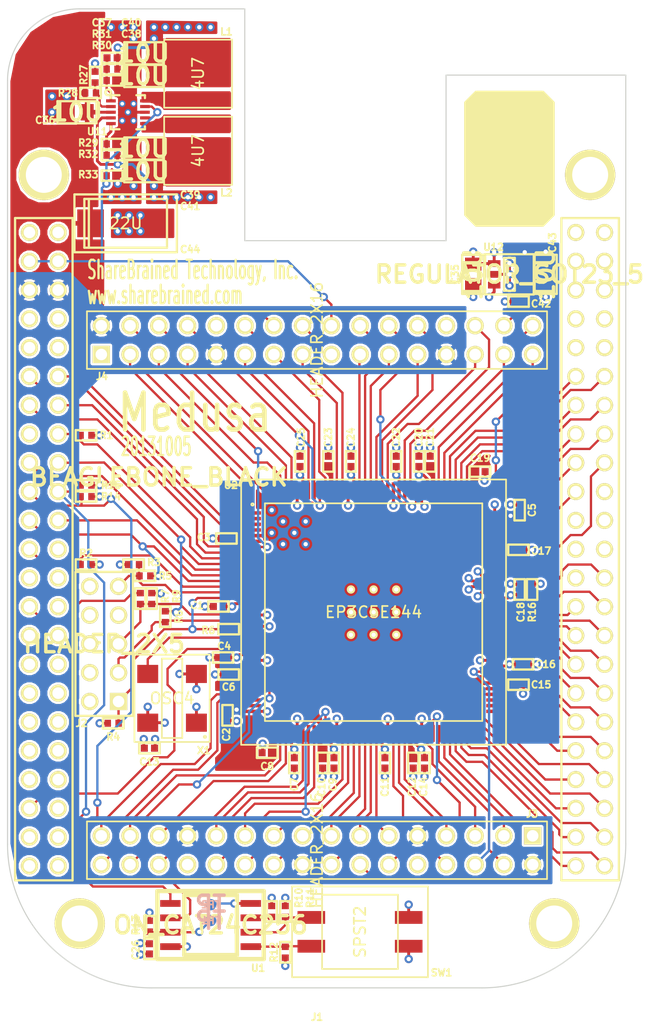
<source format=kicad_pcb>
(kicad_pcb (version 20171130) (host pcbnew "(5.1.12)-1")
  (layers (0 L1_front signal) (1 L2 power) (2 L3 power) (31 L4_back signal) (34 B.Paste user hide) (35 F.Paste user hide) (36 B.SilkS user hide) (37 F.SilkS user) (38 B.Mask user hide) (39 F.Mask user hide) (44 Edge.Cuts user))
  (net 0 "")
  (net 1 +1.2V)
  (net 2 +2.5V)
  (net 3 +3.3V)
  (net 4 /FPGA/AF0)
  (net 5 /FPGA/AF1)
  (net 6 /FPGA/AF10)
  (net 7 /FPGA/AF11)
  (net 8 /FPGA/AF12)
  (net 9 /FPGA/AF13)
  (net 10 /FPGA/AF14)
  (net 11 /FPGA/AF15)
  (net 12 /FPGA/AF16)
  (net 13 /FPGA/AF17)
  (net 14 /FPGA/AF18)
  (net 15 /FPGA/AF19)
  (net 16 /FPGA/AF2)
  (net 17 /FPGA/AF3)
  (net 18 /FPGA/AF4)
  (net 19 /FPGA/AF5)
  (net 20 /FPGA/AF6)
  (net 21 /FPGA/AF7)
  (net 22 /FPGA/AF8)
  (net 23 /FPGA/AF9)
  (net 24 /FPGA/AS0)
  (net 25 /FPGA/AS1)
  (net 26 /FPGA/AS2)
  (net 27 /FPGA/AS3)
  (net 28 /FPGA/BF0)
  (net 29 /FPGA/BF1)
  (net 30 /FPGA/BF10)
  (net 31 /FPGA/BF11)
  (net 32 /FPGA/BF12)
  (net 33 /FPGA/BF13)
  (net 34 /FPGA/BF14)
  (net 35 /FPGA/BF15)
  (net 36 /FPGA/BF16)
  (net 37 /FPGA/BF17)
  (net 38 /FPGA/BF18)
  (net 39 /FPGA/BF19)
  (net 40 /FPGA/BF2)
  (net 41 /FPGA/BF3)
  (net 42 /FPGA/BF4)
  (net 43 /FPGA/BF5)
  (net 44 /FPGA/BF6)
  (net 45 /FPGA/BF7)
  (net 46 /FPGA/BF8)
  (net 47 /FPGA/BF9)
  (net 48 /FPGA/BS0)
  (net 49 /FPGA/BS1)
  (net 50 /FPGA/BS2)
  (net 51 /FPGA/BS3)
  (net 52 /FPGA/CLKOUT2)
  (net 53 /FPGA/EHRPWM1A)
  (net 54 /FPGA/EHRPWM1B)
  (net 55 /FPGA/GPIO1_17)
  (net 56 /FPGA/GPIO1_28)
  (net 57 /FPGA/GPIO1_29)
  (net 58 /FPGA/GPIO2_1)
  (net 59 /FPGA/GPIO3_19)
  (net 60 /FPGA/I2C2_SCL)
  (net 61 /FPGA/I2C2_SDA)
  (net 62 /FPGA/LCD_DATA0)
  (net 63 /FPGA/LCD_DATA1)
  (net 64 /FPGA/LCD_DATA10)
  (net 65 /FPGA/LCD_DATA11)
  (net 66 /FPGA/LCD_DATA12)
  (net 67 /FPGA/LCD_DATA13)
  (net 68 /FPGA/LCD_DATA14)
  (net 69 /FPGA/LCD_DATA15)
  (net 70 /FPGA/LCD_DATA16)
  (net 71 /FPGA/LCD_DATA17)
  (net 72 /FPGA/LCD_DATA18)
  (net 73 /FPGA/LCD_DATA19)
  (net 74 /FPGA/LCD_DATA2)
  (net 75 /FPGA/LCD_DATA20)
  (net 76 /FPGA/LCD_DATA21)
  (net 77 /FPGA/LCD_DATA22)
  (net 78 /FPGA/LCD_DATA23)
  (net 79 /FPGA/LCD_DATA3)
  (net 80 /FPGA/LCD_DATA4)
  (net 81 /FPGA/LCD_DATA5)
  (net 82 /FPGA/LCD_DATA6)
  (net 83 /FPGA/LCD_DATA7)
  (net 84 /FPGA/LCD_DATA8)
  (net 85 /FPGA/LCD_DATA9)
  (net 86 /FPGA/LCD_DE)
  (net 87 /FPGA/LCD_HSYNC)
  (net 88 /FPGA/LCD_PCLK)
  (net 89 /FPGA/LCD_VSYNC)
  (net 90 /FPGA/PWREN)
  (net 91 /FPGA/REF_CLK)
  (net 92 /FPGA/SPI0_CS0)
  (net 93 /FPGA/SPI0_D0)
  (net 94 /FPGA/SPI0_D1)
  (net 95 /FPGA/SPI0_SCLK)
  (net 96 /FPGA/TCK)
  (net 97 /FPGA/TDI)
  (net 98 /FPGA/TDO)
  (net 99 /FPGA/TMS)
  (net 100 /FPGA/UART4_RXD)
  (net 101 /FPGA/UART4_TXD)
  (net 102 /FPGA/V_RAW)
  (net 103 GND)
  (net 104 Net-<C37-Pad1>)
  (net 105 Net-<C42-Pad1>)
  (net 106 Net-<L1-Pad2>)
  (net 107 Net-<L2-Pad1>)
  (net 108 Net-<R10-Pad2>)
  (net 109 Net-<R11-Pad2>)
  (net 110 Net-<R12-Pad2>)
  (net 111 Net-<R13-Pad2>)
  (net 112 Net-<R27-Pad2>)
  (net 113 Net-<R29-Pad2>)
  (module TP_1MM (layer L4_back) (at 131.6 120.8)
    (fp_text reference TP2 (at 0 0) (layer B.SilkS) (effects (font (size 0.6096 0.6096) (thickness 0.1524)) (justify mirror)))
    (fp_text value TP (at 0 0) (layer B.SilkS) (effects (font (size 1.524 1.524) (thickness 0.3048)) (justify mirror)))
    (pad 1 smd circle (at 0 0) (size 1.00076 1.00076) (layers L4_back B.Paste B.Mask) (net 103 GND))
  )
  (module TP_1MM (layer L4_back) (at 131.6 122.2)
    (fp_text reference TP1 (at 0 0) (layer B.SilkS) (effects (font (size 0.6096 0.6096) (thickness 0.1524)) (justify mirror)))
    (fp_text value TP (at 0 0) (layer B.SilkS) (effects (font (size 1.524 1.524) (thickness 0.3048)) (justify mirror)))
    (pad 1 smd circle (at 0 0) (size 1.00076 1.00076) (layers L4_back B.Paste B.Mask) (net 111 Net-<R13-Pad2>))
  )
  (module 219-2MST (layer L1_front) (at 144.8 123.2 90)
    (fp_text reference SW1 (at -3.6 7.2 180) (layer F.SilkS) (effects (font (size 0.6096 0.6096) (thickness 0.1524))))
    (fp_text value SPST2 (at 0 0 90) (layer F.SilkS))
    (pad 1 smd rect (at -1.27 4.3 90) (size 1.13 2.44) (layers L1_front F.Paste F.Mask) (net 103 GND))
    (pad 2 smd rect (at -1.27 -4.3 90) (size 1.13 2.44) (layers L1_front F.Paste F.Mask) (net 110 Net-<R12-Pad2>))
    (pad 3 smd rect (at 1.27 4.3 90) (size 1.13 2.44) (layers L1_front F.Paste F.Mask) (net 103 GND))
    (pad 4 smd rect (at 1.27 -4.3 90) (size 1.13 2.44) (layers L1_front F.Paste F.Mask) (net 109 Net-<R11-Pad2>))
  )
  (module IPC_RESC1005X40N (layer L1_front) (at 122.9 56.5 180)
    (fp_text reference R33 (at 2.1 0.1 180) (layer F.SilkS) (effects (font (size 0.6096 0.6096) (thickness 0.1524))))
    (fp_text value 10K hide)
    (pad 1 smd rect (at -0.48006 0 180) (size 0.56896 0.61976) (layers L1_front F.Paste F.Mask) (net 103 GND))
    (pad 2 smd rect (at 0.48006 0 180) (size 0.56896 0.61976) (layers L1_front F.Paste F.Mask) (net 90 /FPGA/PWREN))
  )
  (module IPC_RESC1005X40N (layer L1_front) (at 122.9 54.7)
    (fp_text reference R32 (at -2.1 -0.1) (layer F.SilkS) (effects (font (size 0.6096 0.6096) (thickness 0.1524))))
    (fp_text value R hide)
    (pad 1 smd rect (at -0.48006 0) (size 0.56896 0.61976) (layers L1_front F.Paste F.Mask) (net 113 Net-<R29-Pad2>))
    (pad 2 smd rect (at 0.48006 0) (size 0.56896 0.61976) (layers L1_front F.Paste F.Mask) (net 1 +1.2V))
  )
  (module IPC_RESC1005X40N (layer L1_front) (at 122.9 47.1)
    (fp_text reference R31 (at -0.9 -3.1) (layer F.SilkS) (effects (font (size 0.6096 0.6096) (thickness 0.1524))))
    (fp_text value R hide)
    (pad 1 smd rect (at -0.48006 0) (size 0.56896 0.61976) (layers L1_front F.Paste F.Mask) (net 104 Net-<C37-Pad1>))
    (pad 2 smd rect (at 0.48006 0) (size 0.56896 0.61976) (layers L1_front F.Paste F.Mask) (net 3 +3.3V))
  )
  (module IPC_RESC1005X40N (layer L1_front) (at 122.9 48.1 180)
    (fp_text reference R30 (at 0.9 3.1 180) (layer F.SilkS) (effects (font (size 0.6096 0.6096) (thickness 0.1524))))
    (fp_text value R hide)
    (pad 1 smd rect (at -0.48006 0 180) (size 0.56896 0.61976) (layers L1_front F.Paste F.Mask) (net 103 GND))
    (pad 2 smd rect (at 0.48006 0 180) (size 0.56896 0.61976) (layers L1_front F.Paste F.Mask) (net 104 Net-<C37-Pad1>))
  )
  (module IPC_RESC1005X40N (layer L1_front) (at 122.9 53.7 180)
    (fp_text reference R29 (at 2.1 0.1 180) (layer F.SilkS) (effects (font (size 0.6096 0.6096) (thickness 0.1524))))
    (fp_text value R hide)
    (pad 1 smd rect (at -0.48006 0 180) (size 0.56896 0.61976) (layers L1_front F.Paste F.Mask) (net 103 GND))
    (pad 2 smd rect (at 0.48006 0 180) (size 0.56896 0.61976) (layers L1_front F.Paste F.Mask) (net 113 Net-<R29-Pad2>))
  )
  (module IPC_RESC1005X40N (layer L1_front) (at 121 49.2)
    (fp_text reference R28 (at -2 0) (layer F.SilkS) (effects (font (size 0.6096 0.6096) (thickness 0.1524))))
    (fp_text value 10K hide)
    (pad 1 smd rect (at -0.48006 0) (size 0.56896 0.61976) (layers L1_front F.Paste F.Mask) (net 102 /FPGA/V_RAW))
    (pad 2 smd rect (at 0.48006 0) (size 0.56896 0.61976) (layers L1_front F.Paste F.Mask) (net 112 Net-<R27-Pad2>))
  )
  (module IPC_RESC1005X40N (layer L1_front) (at 121.4 47.8 270)
    (fp_text reference R27 (at -0.2 1 270) (layer F.SilkS) (effects (font (size 0.6096 0.6096) (thickness 0.1524))))
    (fp_text value DNI hide)
    (pad 1 smd rect (at -0.48006 0 270) (size 0.56896 0.61976) (layers L1_front F.Paste F.Mask) (net 103 GND))
    (pad 2 smd rect (at 0.48006 0 270) (size 0.56896 0.61976) (layers L1_front F.Paste F.Mask) (net 112 Net-<R27-Pad2>))
  )
  (module IPC_RESC1005X40N (layer L1_front) (at 160 93 270)
    (fp_text reference R16 (at 2 0 270) (layer F.SilkS) (effects (font (size 0.6096 0.6096) (thickness 0.1524))))
    (fp_text value 10K hide)
    (pad 1 smd rect (at -0.48006 0 270) (size 0.56896 0.61976) (layers L1_front F.Paste F.Mask) (net 3 +3.3V))
    (pad 2 smd rect (at 0.48006 0 270) (size 0.56896 0.61976) (layers L1_front F.Paste F.Mask) (net 57 /FPGA/GPIO1_29))
  )
  (module IPC_RESC1005X40N (layer L1_front) (at 120.6 83.8 180)
    (fp_text reference R15 (at -2.2 0 180) (layer F.SilkS) (effects (font (size 0.6096 0.6096) (thickness 0.1524))))
    (fp_text value 10K hide)
    (pad 1 smd rect (at -0.48006 0 180) (size 0.56896 0.61976) (layers L1_front F.Paste F.Mask) (net 3 +3.3V))
    (pad 2 smd rect (at 0.48006 0 180) (size 0.56896 0.61976) (layers L1_front F.Paste F.Mask) (net 61 /FPGA/I2C2_SDA))
  )
  (module IPC_RESC1005X40N (layer L1_front) (at 120.6 84.8 180)
    (fp_text reference R14 (at -2.2 0 180) (layer F.SilkS) (effects (font (size 0.6096 0.6096) (thickness 0.1524))))
    (fp_text value 10K hide)
    (pad 1 smd rect (at -0.48006 0 180) (size 0.56896 0.61976) (layers L1_front F.Paste F.Mask) (net 3 +3.3V))
    (pad 2 smd rect (at 0.48006 0 180) (size 0.56896 0.61976) (layers L1_front F.Paste F.Mask) (net 60 /FPGA/I2C2_SCL))
  )
  (module IPC_RESC1005X40N (layer L1_front) (at 126.2 122.7 270)
    (fp_text reference R13 (at -0.1 1.2 270) (layer F.SilkS) (effects (font (size 0.6096 0.6096) (thickness 0.1524))))
    (fp_text value 10K hide)
    (pad 1 smd rect (at -0.48006 0 270) (size 0.56896 0.61976) (layers L1_front F.Paste F.Mask) (net 3 +3.3V))
    (pad 2 smd rect (at 0.48006 0 270) (size 0.56896 0.61976) (layers L1_front F.Paste F.Mask) (net 111 Net-<R13-Pad2>))
  )
  (module IPC_RESC1005X40N (layer L1_front) (at 138.2 125 90)
    (fp_text reference R12 (at 0 -1 90) (layer F.SilkS) (effects (font (size 0.6096 0.6096) (thickness 0.1524))))
    (fp_text value 10K hide)
    (pad 1 smd rect (at -0.48006 0 90) (size 0.56896 0.61976) (layers L1_front F.Paste F.Mask) (net 3 +3.3V))
    (pad 2 smd rect (at 0.48006 0 90) (size 0.56896 0.61976) (layers L1_front F.Paste F.Mask) (net 110 Net-<R12-Pad2>))
  )
  (module IPC_RESC1005X40N (layer L1_front) (at 138.2 121.4 270)
    (fp_text reference R11 (at -1.2 -2.2 270) (layer F.SilkS) (effects (font (size 0.6096 0.6096) (thickness 0.1524))))
    (fp_text value 10K hide)
    (pad 1 smd rect (at -0.48006 0 270) (size 0.56896 0.61976) (layers L1_front F.Paste F.Mask) (net 3 +3.3V))
    (pad 2 smd rect (at 0.48006 0 270) (size 0.56896 0.61976) (layers L1_front F.Paste F.Mask) (net 109 Net-<R11-Pad2>))
  )
  (module IPC_RESC1005X40N (layer L1_front) (at 137 121.4 270)
    (fp_text reference R10 (at -1.2 -2.4 270) (layer F.SilkS) (effects (font (size 0.6096 0.6096) (thickness 0.1524))))
    (fp_text value 10K hide)
    (pad 1 smd rect (at -0.48006 0 270) (size 0.56896 0.61976) (layers L1_front F.Paste F.Mask) (net 3 +3.3V))
    (pad 2 smd rect (at 0.48006 0 270) (size 0.56896 0.61976) (layers L1_front F.Paste F.Mask) (net 108 Net-<R10-Pad2>))
  )
  (module IPC_RESC1005X40N (layer L1_front) (at 126.4 93.8 270)
    (fp_text reference R9 (at -0.2 -2.2 270) (layer F.SilkS) (effects (font (size 0.6096 0.6096) (thickness 0.1524))))
    (fp_text value 10K hide)
    (pad 1 smd rect (at -0.48006 0 270) (size 0.56896 0.61976) (layers L1_front F.Paste F.Mask) (net 3 +3.3V))
    (pad 2 smd rect (at 0.48006 0 270) (size 0.56896 0.61976) (layers L1_front F.Paste F.Mask) (net 99 /FPGA/TMS))
  )
  (module IPC_RESC1005X40N (layer L1_front) (at 127.6 95.4 90)
    (fp_text reference R8 (at 0 1.2 90) (layer F.SilkS) (effects (font (size 0.6096 0.6096) (thickness 0.1524))))
    (fp_text value DNI hide)
    (pad 1 smd rect (at -0.48006 0 90) (size 0.56896 0.61976) (layers L1_front F.Paste F.Mask) (net 98 /FPGA/TDO))
    (pad 2 smd rect (at 0.48006 0 90) (size 0.56896 0.61976) (layers L1_front F.Paste F.Mask) (net 94 /FPGA/SPI0_D1))
  )
  (module IPC_RESC1005X40N (layer L1_front) (at 125.4 93.8 90)
    (fp_text reference R7 (at 0.2 2.2 90) (layer F.SilkS) (effects (font (size 0.6096 0.6096) (thickness 0.1524))))
    (fp_text value DNI hide)
    (pad 1 smd rect (at -0.48006 0 90) (size 0.56896 0.61976) (layers L1_front F.Paste F.Mask) (net 99 /FPGA/TMS))
    (pad 2 smd rect (at 0.48006 0 90) (size 0.56896 0.61976) (layers L1_front F.Paste F.Mask) (net 59 /FPGA/GPIO3_19))
  )
  (module IPC_RESC1005X40N (layer L1_front) (at 133.2 96.5)
    (fp_text reference R6 (at -1.8 0.1) (layer F.SilkS) (effects (font (size 0.6096 0.6096) (thickness 0.1524))))
    (fp_text value DNI hide)
    (pad 1 smd rect (at -0.48006 0) (size 0.56896 0.61976) (layers L1_front F.Paste F.Mask) (net 96 /FPGA/TCK))
    (pad 2 smd rect (at 0.48006 0) (size 0.56896 0.61976) (layers L1_front F.Paste F.Mask) (net 95 /FPGA/SPI0_SCLK))
  )
  (module IPC_RESC1005X40N (layer L1_front) (at 125.8 91.8)
    (fp_text reference R5 (at 1.8 0) (layer F.SilkS) (effects (font (size 0.6096 0.6096) (thickness 0.1524))))
    (fp_text value DNI hide)
    (pad 1 smd rect (at -0.48006 0) (size 0.56896 0.61976) (layers L1_front F.Paste F.Mask) (net 97 /FPGA/TDI))
    (pad 2 smd rect (at 0.48006 0) (size 0.56896 0.61976) (layers L1_front F.Paste F.Mask) (net 93 /FPGA/SPI0_D0))
  )
  (module IPC_RESC1005X40N (layer L1_front) (at 123 104.8 180)
    (fp_text reference R4 (at 0 -1.2 180) (layer F.SilkS) (effects (font (size 0.6096 0.6096) (thickness 0.1524))))
    (fp_text value 1K hide)
    (pad 1 smd rect (at -0.48006 0 180) (size 0.56896 0.61976) (layers L1_front F.Paste F.Mask) (net 96 /FPGA/TCK))
    (pad 2 smd rect (at 0.48006 0 180) (size 0.56896 0.61976) (layers L1_front F.Paste F.Mask) (net 103 GND))
  )
  (module IPC_RESC1005X40N (layer L1_front) (at 124.8 90.8)
    (fp_text reference R3 (at 1.8 -0.2) (layer F.SilkS) (effects (font (size 0.6096 0.6096) (thickness 0.1524))))
    (fp_text value 10K hide)
    (pad 1 smd rect (at -0.48006 0) (size 0.56896 0.61976) (layers L1_front F.Paste F.Mask) (net 3 +3.3V))
    (pad 2 smd rect (at 0.48006 0) (size 0.56896 0.61976) (layers L1_front F.Paste F.Mask) (net 97 /FPGA/TDI))
  )
  (module IPC_RESC1005X40N (layer L1_front) (at 120.6 90.8)
    (fp_text reference R2 (at 0 -1) (layer F.SilkS) (effects (font (size 0.6096 0.6096) (thickness 0.1524))))
    (fp_text value 10K hide)
    (pad 1 smd rect (at -0.48006 0) (size 0.56896 0.61976) (layers L1_front F.Paste F.Mask) (net 55 /FPGA/GPIO1_17))
    (pad 2 smd rect (at 0.48006 0) (size 0.56896 0.61976) (layers L1_front F.Paste F.Mask) (net 103 GND))
  )
  (module IPC_RESC1005X40N (layer L1_front) (at 120.6 79.4 180)
    (fp_text reference R1 (at -1.8 0 180) (layer F.SilkS) (effects (font (size 0.6096 0.6096) (thickness 0.1524))))
    (fp_text value 10K hide)
    (pad 1 smd rect (at -0.48006 0 180) (size 0.56896 0.61976) (layers L1_front F.Paste F.Mask) (net 3 +3.3V))
    (pad 2 smd rect (at 0.48006 0 180) (size 0.56896 0.61976) (layers L1_front F.Paste F.Mask) (net 54 /FPGA/EHRPWM1B))
  )
  (module IPC_CAPC1005X55N (layer L1_front) (at 158.8 67.6 180)
    (fp_text reference C42 (at -2 -0.2 180) (layer F.SilkS) (effects (font (size 0.6096 0.6096) (thickness 0.1524))))
    (fp_text value DNI hide)
    (pad 1 smd rect (at -0.44958 0 180) (size 0.61976 0.61976) (layers L1_front F.Paste F.Mask) (net 105 Net-<C42-Pad1>))
    (pad 2 smd rect (at 0.44958 0 180) (size 0.61976 0.61976) (layers L1_front F.Paste F.Mask) (net 103 GND))
  )
  (module IPC_CAPC1005X55N (layer L1_front) (at 126.2 124.7 270)
    (fp_text reference C26 (at 0.1 1.2 270) (layer F.SilkS) (effects (font (size 0.6096 0.6096) (thickness 0.1524))))
    (fp_text value 100N hide)
    (pad 1 smd rect (at -0.44958 0 270) (size 0.61976 0.61976) (layers L1_front F.Paste F.Mask) (net 3 +3.3V))
    (pad 2 smd rect (at 0.44958 0 270) (size 0.61976 0.61976) (layers L1_front F.Paste F.Mask) (net 103 GND))
  )
  (module IPC_CAPC1005X55N (layer L1_front) (at 126.2 107)
    (fp_text reference C13 (at 0 1.2) (layer F.SilkS) (effects (font (size 0.6096 0.6096) (thickness 0.1524))))
    (fp_text value 100N hide)
    (pad 1 smd rect (at -0.44958 0) (size 0.61976 0.61976) (layers L1_front F.Paste F.Mask) (net 3 +3.3V))
    (pad 2 smd rect (at 0.44958 0) (size 0.61976 0.61976) (layers L1_front F.Paste F.Mask) (net 103 GND))
  )
  (module IPC_CAPC1005X55N (layer L1_front) (at 141.5 108.3 270)
    (fp_text reference C10 (at 2.1 0.1 270) (layer F.SilkS) (effects (font (size 0.6096 0.6096) (thickness 0.1524))))
    (fp_text value 100N hide)
    (pad 1 smd rect (at -0.44958 0 270) (size 0.61976 0.61976) (layers L1_front F.Paste F.Mask) (net 1 +1.2V))
    (pad 2 smd rect (at 0.44958 0 270) (size 0.61976 0.61976) (layers L1_front F.Paste F.Mask) (net 103 GND))
  )
  (module IPC_CAPC1005X55N (layer L1_front) (at 139.5 81.7 90)
    (fp_text reference C25 (at 2.1 0.1 90) (layer F.SilkS) (effects (font (size 0.6096 0.6096) (thickness 0.1524))))
    (fp_text value 100N hide)
    (pad 1 smd rect (at -0.44958 0 90) (size 0.61976 0.61976) (layers L1_front F.Paste F.Mask) (net 3 +3.3V))
    (pad 2 smd rect (at 0.44958 0 90) (size 0.61976 0.61976) (layers L1_front F.Paste F.Mask) (net 103 GND))
  )
  (module IPC_CAPC1005X55N (layer L1_front) (at 144 81.7 90)
    (fp_text reference C24 (at 2.1 0 90) (layer F.SilkS) (effects (font (size 0.6096 0.6096) (thickness 0.1524))))
    (fp_text value 100N hide)
    (pad 1 smd rect (at -0.44958 0 90) (size 0.61976 0.61976) (layers L1_front F.Paste F.Mask) (net 3 +3.3V))
    (pad 2 smd rect (at 0.44958 0 90) (size 0.61976 0.61976) (layers L1_front F.Paste F.Mask) (net 103 GND))
  )
  (module IPC_CAPC1005X55N (layer L1_front) (at 142 81.7 90)
    (fp_text reference C23 (at 2.1 0 90) (layer F.SilkS) (effects (font (size 0.6096 0.6096) (thickness 0.1524))))
    (fp_text value 100N hide)
    (pad 1 smd rect (at -0.44958 0 90) (size 0.61976 0.61976) (layers L1_front F.Paste F.Mask) (net 1 +1.2V))
    (pad 2 smd rect (at 0.44958 0 90) (size 0.61976 0.61976) (layers L1_front F.Paste F.Mask) (net 103 GND))
  )
  (module IPC_CAPC1005X55N (layer L1_front) (at 148 81.7 90)
    (fp_text reference C22 (at 2.1 0 90) (layer F.SilkS) (effects (font (size 0.6096 0.6096) (thickness 0.1524))))
    (fp_text value 100N hide)
    (pad 1 smd rect (at -0.44958 0 90) (size 0.61976 0.61976) (layers L1_front F.Paste F.Mask) (net 3 +3.3V))
    (pad 2 smd rect (at 0.44958 0 90) (size 0.61976 0.61976) (layers L1_front F.Paste F.Mask) (net 103 GND))
  )
  (module IPC_CAPC1005X55N (layer L1_front) (at 151 81.7 90)
    (fp_text reference C21 (at 2.1 0 90) (layer F.SilkS) (effects (font (size 0.6096 0.6096) (thickness 0.1524))))
    (fp_text value 100N hide)
    (pad 1 smd rect (at -0.44958 0 90) (size 0.61976 0.61976) (layers L1_front F.Paste F.Mask) (net 1 +1.2V))
    (pad 2 smd rect (at 0.44958 0 90) (size 0.61976 0.61976) (layers L1_front F.Paste F.Mask) (net 103 GND))
  )
  (module IPC_CAPC1005X55N (layer L1_front) (at 150 81.7 90)
    (fp_text reference C20 (at 2.1 0 90) (layer F.SilkS) (effects (font (size 0.6096 0.6096) (thickness 0.1524))))
    (fp_text value 100N hide)
    (pad 1 smd rect (at -0.44958 0 90) (size 0.61976 0.61976) (layers L1_front F.Paste F.Mask) (net 3 +3.3V))
    (pad 2 smd rect (at 0.44958 0 90) (size 0.61976 0.61976) (layers L1_front F.Paste F.Mask) (net 103 GND))
  )
  (module IPC_CAPC1005X55N (layer L1_front) (at 155.4 82.6)
    (fp_text reference C19 (at 0 -1.2) (layer F.SilkS) (effects (font (size 0.6096 0.6096) (thickness 0.1524))))
    (fp_text value 100N hide)
    (pad 1 smd rect (at -0.44958 0) (size 0.61976 0.61976) (layers L1_front F.Paste F.Mask) (net 1 +1.2V))
    (pad 2 smd rect (at 0.44958 0) (size 0.61976 0.61976) (layers L1_front F.Paste F.Mask) (net 103 GND))
  )
  (module IPC_CAPC1005X55N (layer L1_front) (at 158.9 93 90)
    (fp_text reference C18 (at -2 0.1 90) (layer F.SilkS) (effects (font (size 0.6096 0.6096) (thickness 0.1524))))
    (fp_text value 100N hide)
    (pad 1 smd rect (at -0.44958 0 90) (size 0.61976 0.61976) (layers L1_front F.Paste F.Mask) (net 3 +3.3V))
    (pad 2 smd rect (at 0.44958 0 90) (size 0.61976 0.61976) (layers L1_front F.Paste F.Mask) (net 103 GND))
  )
  (module IPC_CAPC1005X55N (layer L1_front) (at 158.8 89.5)
    (fp_text reference C17 (at 2 0.1) (layer F.SilkS) (effects (font (size 0.6096 0.6096) (thickness 0.1524))))
    (fp_text value 100N hide)
    (pad 1 smd rect (at -0.44958 0) (size 0.61976 0.61976) (layers L1_front F.Paste F.Mask) (net 1 +1.2V))
    (pad 2 smd rect (at 0.44958 0) (size 0.61976 0.61976) (layers L1_front F.Paste F.Mask) (net 103 GND))
  )
  (module IPC_CAPC1005X55N (layer L1_front) (at 159.2 99.6)
    (fp_text reference C16 (at 2 0) (layer F.SilkS) (effects (font (size 0.6096 0.6096) (thickness 0.1524))))
    (fp_text value 100N hide)
    (pad 1 smd rect (at -0.44958 0) (size 0.61976 0.61976) (layers L1_front F.Paste F.Mask) (net 3 +3.3V))
    (pad 2 smd rect (at 0.44958 0) (size 0.61976 0.61976) (layers L1_front F.Paste F.Mask) (net 103 GND))
  )
  (module IPC_CAPC1005X55N (layer L1_front) (at 158.8 101.4)
    (fp_text reference C15 (at 2 0) (layer F.SilkS) (effects (font (size 0.6096 0.6096) (thickness 0.1524))))
    (fp_text value 100N hide)
    (pad 1 smd rect (at -0.44958 0) (size 0.61976 0.61976) (layers L1_front F.Paste F.Mask) (net 1 +1.2V))
    (pad 2 smd rect (at 0.44958 0) (size 0.61976 0.61976) (layers L1_front F.Paste F.Mask) (net 103 GND))
  )
  (module IPC_CAPC1005X55N (layer L1_front) (at 150.5 108.3 270)
    (fp_text reference C14 (at 2.1 0.1 270) (layer F.SilkS) (effects (font (size 0.6096 0.6096) (thickness 0.1524))))
    (fp_text value 100N hide)
    (pad 1 smd rect (at -0.44958 0 270) (size 0.61976 0.61976) (layers L1_front F.Paste F.Mask) (net 3 +3.3V))
    (pad 2 smd rect (at 0.44958 0 270) (size 0.61976 0.61976) (layers L1_front F.Paste F.Mask) (net 103 GND))
  )
  (module IPC_CAPC1005X55N (layer L1_front) (at 149.5 108.3 270)
    (fp_text reference C12 (at 2.1 0.1 270) (layer F.SilkS) (effects (font (size 0.6096 0.6096) (thickness 0.1524))))
    (fp_text value 100N hide)
    (pad 1 smd rect (at -0.44958 0 270) (size 0.61976 0.61976) (layers L1_front F.Paste F.Mask) (net 1 +1.2V))
    (pad 2 smd rect (at 0.44958 0 270) (size 0.61976 0.61976) (layers L1_front F.Paste F.Mask) (net 103 GND))
  )
  (module IPC_CAPC1005X55N (layer L1_front) (at 147 108.3 270)
    (fp_text reference C11 (at 2.1 0 270) (layer F.SilkS) (effects (font (size 0.6096 0.6096) (thickness 0.1524))))
    (fp_text value 100N hide)
    (pad 1 smd rect (at -0.44958 0 270) (size 0.61976 0.61976) (layers L1_front F.Paste F.Mask) (net 3 +3.3V))
    (pad 2 smd rect (at 0.44958 0 270) (size 0.61976 0.61976) (layers L1_front F.Paste F.Mask) (net 103 GND))
  )
  (module IPC_CAPC1005X55N (layer L1_front) (at 142.5 108.3 270)
    (fp_text reference C9 (at 1.9 0.1 270) (layer F.SilkS) (effects (font (size 0.6096 0.6096) (thickness 0.1524))))
    (fp_text value 100N hide)
    (pad 1 smd rect (at -0.44958 0 270) (size 0.61976 0.61976) (layers L1_front F.Paste F.Mask) (net 3 +3.3V))
    (pad 2 smd rect (at 0.44958 0 270) (size 0.61976 0.61976) (layers L1_front F.Paste F.Mask) (net 103 GND))
  )
  (module IPC_CAPC1005X55N (layer L1_front) (at 136.6 107.4 180)
    (fp_text reference C8 (at 0 -1.2 180) (layer F.SilkS) (effects (font (size 0.6096 0.6096) (thickness 0.1524))))
    (fp_text value 100N hide)
    (pad 1 smd rect (at -0.44958 0 180) (size 0.61976 0.61976) (layers L1_front F.Paste F.Mask) (net 1 +1.2V))
    (pad 2 smd rect (at 0.44958 0 180) (size 0.61976 0.61976) (layers L1_front F.Paste F.Mask) (net 103 GND))
  )
  (module IPC_CAPC1005X55N (layer L1_front) (at 139 108.3 270)
    (fp_text reference C7 (at 1.9 0 270) (layer F.SilkS) (effects (font (size 0.6096 0.6096) (thickness 0.1524))))
    (fp_text value 100N hide)
    (pad 1 smd rect (at -0.44958 0 270) (size 0.61976 0.61976) (layers L1_front F.Paste F.Mask) (net 3 +3.3V))
    (pad 2 smd rect (at 0.44958 0 270) (size 0.61976 0.61976) (layers L1_front F.Paste F.Mask) (net 103 GND))
  )
  (module IPC_CAPC1005X55N (layer L1_front) (at 133.2 100.5 180)
    (fp_text reference C6 (at 0 -1.1 180) (layer F.SilkS) (effects (font (size 0.6096 0.6096) (thickness 0.1524))))
    (fp_text value 100N hide)
    (pad 1 smd rect (at -0.44958 0 180) (size 0.61976 0.61976) (layers L1_front F.Paste F.Mask) (net 1 +1.2V))
    (pad 2 smd rect (at 0.44958 0 180) (size 0.61976 0.61976) (layers L1_front F.Paste F.Mask) (net 103 GND))
  )
  (module IPC_CAPC1005X55N (layer L1_front) (at 158.9 86 90)
    (fp_text reference C5 (at 0 1.1 90) (layer F.SilkS) (effects (font (size 0.6096 0.6096) (thickness 0.1524))))
    (fp_text value 100N hide)
    (pad 1 smd rect (at -0.44958 0 90) (size 0.61976 0.61976) (layers L1_front F.Paste F.Mask) (net 2 +2.5V))
    (pad 2 smd rect (at 0.44958 0 90) (size 0.61976 0.61976) (layers L1_front F.Paste F.Mask) (net 103 GND))
  )
  (module IPC_CAPC1005X55N (layer L1_front) (at 132.7 99 180)
    (fp_text reference C4 (at -0.1 1 180) (layer F.SilkS) (effects (font (size 0.6096 0.6096) (thickness 0.1524))))
    (fp_text value 100N hide)
    (pad 1 smd rect (at -0.44958 0 180) (size 0.61976 0.61976) (layers L1_front F.Paste F.Mask) (net 3 +3.3V))
    (pad 2 smd rect (at 0.44958 0 180) (size 0.61976 0.61976) (layers L1_front F.Paste F.Mask) (net 103 GND))
  )
  (module IPC_CAPC1005X55N (layer L1_front) (at 133 88.5 180)
    (fp_text reference C3 (at 2 0.1 180) (layer F.SilkS) (effects (font (size 0.6096 0.6096) (thickness 0.1524))))
    (fp_text value 100N hide)
    (pad 1 smd rect (at -0.44958 0 180) (size 0.61976 0.61976) (layers L1_front F.Paste F.Mask) (net 1 +1.2V))
    (pad 2 smd rect (at 0.44958 0 180) (size 0.61976 0.61976) (layers L1_front F.Paste F.Mask) (net 103 GND))
  )
  (module IPC_CAPC1005X55N (layer L1_front) (at 133.1 104.1 270)
    (fp_text reference C2 (at 1.7 0.1 270) (layer F.SilkS) (effects (font (size 0.6096 0.6096) (thickness 0.1524))))
    (fp_text value 100N hide)
    (pad 1 smd rect (at -0.44958 0 270) (size 0.61976 0.61976) (layers L1_front F.Paste F.Mask) (net 2 +2.5V))
    (pad 2 smd rect (at 0.44958 0 270) (size 0.61976 0.61976) (layers L1_front F.Paste F.Mask) (net 103 GND))
  )
  (module IPC_CAPC1005X55N (layer L1_front) (at 132.3 94.5 180)
    (fp_text reference C1 (at 1.9 0.1 180) (layer F.SilkS) (effects (font (size 0.6096 0.6096) (thickness 0.1524))))
    (fp_text value 100N hide)
    (pad 1 smd rect (at -0.44958 0 180) (size 0.61976 0.61976) (layers L1_front F.Paste F.Mask) (net 3 +3.3V))
    (pad 2 smd rect (at 0.44958 0 180) (size 0.61976 0.61976) (layers L1_front F.Paste F.Mask) (net 103 GND))
  )
  (module IPC_SOT95P280X110-5N (layer L1_front) (at 158 65.2)
    (fp_text reference U12 (at -1.4 -2.4) (layer F.SilkS) (effects (font (size 0.6096 0.6096) (thickness 0.1524))))
    (fp_text value REGULATOR_SOT23_5 (at 0 0) (layer F.SilkS) (effects (font (size 1.524 1.524) (thickness 0.3048))))
    (pad 1 smd rect (at -1.34874 -0.94996) (size 1.09982 0.59944) (layers L1_front F.Paste F.Mask) (net 3 +3.3V))
    (pad 2 smd rect (at -1.34874 0) (size 1.09982 0.59944) (layers L1_front F.Paste F.Mask) (net 103 GND))
    (pad 3 smd rect (at -1.34874 0.94996) (size 1.09982 0.59944) (layers L1_front F.Paste F.Mask) (net 3 +3.3V))
    (pad 4 smd rect (at 1.34874 0.94996) (size 1.09982 0.59944) (layers L1_front F.Paste F.Mask) (net 105 Net-<C42-Pad1>))
    (pad 5 smd rect (at 1.34874 -0.94996) (size 1.09982 0.59944) (layers L1_front F.Paste F.Mask) (net 2 +2.5V))
  )
  (module IPC_CAPMP7343X310N (layer L1_front) (at 124.1 60.7)
    (fp_text reference C44 (at 5.7 2.3) (layer F.SilkS) (effects (font (size 0.6096 0.6096) (thickness 0.1524))))
    (fp_text value 22U (at 0 0) (layer F.SilkS))
    (pad 1 smd rect (at -3.1 0) (size 2.35 2.45) (layers L1_front F.Paste F.Mask) (net 102 /FPGA/V_RAW))
    (pad 2 smd rect (at 3.1 0) (size 2.35 2.45) (layers L1_front F.Paste F.Mask) (net 103 GND))
  )
  (module IPC_CAPC2012X140N (layer L1_front) (at 161.2 65.2 270)
    (fp_text reference C43 (at -2.8 -0.6 270) (layer F.SilkS) (effects (font (size 0.6096 0.6096) (thickness 0.1524))))
    (fp_text value 10U (at 0 0 270) (layer F.SilkS) (effects (font (size 1.524 1.524) (thickness 0.3048))))
    (pad 1 smd rect (at -0.89916 0 270) (size 1.15062 1.45034) (layers L1_front F.Paste F.Mask) (net 2 +2.5V))
    (pad 2 smd rect (at 0.89916 0 270) (size 1.15062 1.45034) (layers L1_front F.Paste F.Mask) (net 103 GND))
  )
  (module IPC_CAPC2012X140N (layer L1_front) (at 125.7 45.7 180)
    (fp_text reference C40 (at 1.1 2.7 180) (layer F.SilkS) (effects (font (size 0.6096 0.6096) (thickness 0.1524))))
    (fp_text value 10U (at 0 0 180) (layer F.SilkS) (effects (font (size 1.524 1.524) (thickness 0.3048))))
    (pad 1 smd rect (at -0.89916 0 180) (size 1.15062 1.45034) (layers L1_front F.Paste F.Mask) (net 3 +3.3V))
    (pad 2 smd rect (at 0.89916 0 180) (size 1.15062 1.45034) (layers L1_front F.Paste F.Mask) (net 103 GND))
  )
  (module IPC_CAPC2012X140N (layer L1_front) (at 119.8 50.9 180)
    (fp_text reference C36 (at 2.8 -0.7 180) (layer F.SilkS) (effects (font (size 0.6096 0.6096) (thickness 0.1524))))
    (fp_text value 10U (at 0 0 180) (layer F.SilkS) (effects (font (size 1.524 1.524) (thickness 0.3048))))
    (pad 1 smd rect (at -0.89916 0 180) (size 1.15062 1.45034) (layers L1_front F.Paste F.Mask) (net 102 /FPGA/V_RAW))
    (pad 2 smd rect (at 0.89916 0 180) (size 1.15062 1.45034) (layers L1_front F.Paste F.Mask) (net 103 GND))
  )
  (module IPC_CAPC2012X140N (layer L1_front) (at 125.7 56.1)
    (fp_text reference C41 (at 4.1 3.1) (layer F.SilkS) (effects (font (size 0.6096 0.6096) (thickness 0.1524))))
    (fp_text value 10U (at 0 0) (layer F.SilkS) (effects (font (size 1.524 1.524) (thickness 0.3048))))
    (pad 1 smd rect (at -0.89916 0) (size 1.15062 1.45034) (layers L1_front F.Paste F.Mask) (net 103 GND))
    (pad 2 smd rect (at 0.89916 0) (size 1.15062 1.45034) (layers L1_front F.Paste F.Mask) (net 1 +1.2V))
  )
  (module IPC_CAPC2012X140N (layer L1_front) (at 125.7 54.1)
    (fp_text reference C39 (at 4.1 4.1) (layer F.SilkS) (effects (font (size 0.6096 0.6096) (thickness 0.1524))))
    (fp_text value 10U (at 0 0) (layer F.SilkS) (effects (font (size 1.524 1.524) (thickness 0.3048))))
    (pad 1 smd rect (at -0.89916 0) (size 1.15062 1.45034) (layers L1_front F.Paste F.Mask) (net 103 GND))
    (pad 2 smd rect (at 0.89916 0) (size 1.15062 1.45034) (layers L1_front F.Paste F.Mask) (net 1 +1.2V))
  )
  (module IPC_CAPC2012X140N (layer L1_front) (at 125.7 47.7 180)
    (fp_text reference C38 (at 1.1 3.7 180) (layer F.SilkS) (effects (font (size 0.6096 0.6096) (thickness 0.1524))))
    (fp_text value 10U (at 0 0 180) (layer F.SilkS) (effects (font (size 1.524 1.524) (thickness 0.3048))))
    (pad 1 smd rect (at -0.89916 0 180) (size 1.15062 1.45034) (layers L1_front F.Paste F.Mask) (net 3 +3.3V))
    (pad 2 smd rect (at 0.89916 0 180) (size 1.15062 1.45034) (layers L1_front F.Paste F.Mask) (net 103 GND))
  )
  (module IPC_CAPC2012X140N (layer L1_front) (at 154.8 65.2 270)
    (fp_text reference C35 (at 0 1.6 270) (layer F.SilkS) (effects (font (size 0.6096 0.6096) (thickness 0.1524))))
    (fp_text value 10U (at 0 0 270) (layer F.SilkS) (effects (font (size 1.524 1.524) (thickness 0.3048))))
    (pad 1 smd rect (at -0.89916 0 270) (size 1.15062 1.45034) (layers L1_front F.Paste F.Mask) (net 3 +3.3V))
    (pad 2 smd rect (at 0.89916 0 270) (size 1.15062 1.45034) (layers L1_front F.Paste F.Mask) (net 103 GND))
  )
  (module NR6028 (layer L1_front) (at 130.5 54.3 270)
    (fp_text reference L2 (at 3.7 -2.5) (layer F.SilkS) (effects (font (size 0.6096 0.6096) (thickness 0.1524))))
    (fp_text value 4U7 (at 0 0 270) (layer F.SilkS))
    (pad 1 smd rect (at -2.35 0 270) (size 1.6 5.7) (layers L1_front F.Paste F.Mask) (net 107 Net-<L2-Pad1>))
    (pad 2 smd rect (at 2.35 0 270) (size 1.6 5.7) (layers L1_front F.Paste F.Mask) (net 1 +1.2V))
  )
  (module NR6028 (layer L1_front) (at 130.5 47.5 270)
    (fp_text reference L1 (at -3.7 -2.5) (layer F.SilkS) (effects (font (size 0.6096 0.6096) (thickness 0.1524))))
    (fp_text value 4U7 (at 0 0 270) (layer F.SilkS))
    (pad 1 smd rect (at -2.35 0 270) (size 1.6 5.7) (layers L1_front F.Paste F.Mask) (net 3 +3.3V))
    (pad 2 smd rect (at 2.35 0 270) (size 1.6 5.7) (layers L1_front F.Paste F.Mask) (net 106 Net-<L1-Pad2>))
  )
  (module OSCSC508P500X700X180-4N (layer L1_front) (at 128.2 102.6 180)
    (fp_text reference X1 (at -2.8 -4.6 180) (layer F.SilkS) (effects (font (size 0.6096 0.6096) (thickness 0.1524))))
    (fp_text value OSC4 (at 0 0 180) (layer F.SilkS))
    (pad 1 smd rect (at -2.15 -2.15 180) (size 1.85 1.6) (layers L1_front F.Paste F.Mask) (net 3 +3.3V))
    (pad 2 smd rect (at -2.15 2.15 180) (size 1.85 1.6) (layers L1_front F.Paste F.Mask) (net 103 GND))
    (pad 3 smd rect (at 2.15 2.15 180) (size 1.85 1.6) (layers L1_front F.Paste F.Mask) (net 91 /FPGA/REF_CLK))
    (pad 4 smd rect (at 2.15 -2.15 180) (size 1.85 1.6) (layers L1_front F.Paste F.Mask) (net 3 +3.3V))
  )
  (module IPC_SOIC127P780X205-8N (layer L1_front) (at 131.6 122.6 180)
    (fp_text reference U1 (at -4.2 -3.8 180) (layer F.SilkS) (effects (font (size 0.6096 0.6096) (thickness 0.1524))))
    (fp_text value ON_CAT24C256 (at 0 0 180) (layer F.SilkS) (effects (font (size 1.524 1.524) (thickness 0.3048))))
    (pad 1 smd rect (at -3.55092 -1.905 180) (size 1.80086 0.59944) (layers L1_front F.Paste F.Mask) (net 110 Net-<R12-Pad2>))
    (pad 2 smd rect (at -3.55092 -0.635 180) (size 1.80086 0.59944) (layers L1_front F.Paste F.Mask) (net 109 Net-<R11-Pad2>))
    (pad 3 smd rect (at -3.55092 0.635 180) (size 1.80086 0.59944) (layers L1_front F.Paste F.Mask) (net 108 Net-<R10-Pad2>))
    (pad 4 smd rect (at -3.55092 1.905 180) (size 1.80086 0.59944) (layers L1_front F.Paste F.Mask) (net 103 GND))
    (pad 5 smd rect (at 3.55092 1.905 180) (size 1.80086 0.59944) (layers L1_front F.Paste F.Mask) (net 61 /FPGA/I2C2_SDA))
    (pad 6 smd rect (at 3.55092 0.635 180) (size 1.80086 0.59944) (layers L1_front F.Paste F.Mask) (net 60 /FPGA/I2C2_SCL))
    (pad 7 smd rect (at 3.55092 -0.635 180) (size 1.80086 0.59944) (layers L1_front F.Paste F.Mask) (net 111 Net-<R13-Pad2>))
    (pad 8 smd rect (at 3.55092 -1.905 180) (size 1.80086 0.59944) (layers L1_front F.Paste F.Mask) (net 3 +3.3V))
  )
  (module HEADER_5X2_TH_254 (layer L1_front) (at 122.2 97.8 180)
    (fp_text reference J2 (at 2 -7 180) (layer F.SilkS) (effects (font (size 0.6096 0.6096) (thickness 0.1524))))
    (fp_text value HEADER_2X5 (at 0 0 180) (layer F.SilkS) (effects (font (size 1.524 1.524) (thickness 0.3048))))
    (pad 1 thru_hole rect (at -1.27 -5.08 180) (size 1.524 1.524) (drill 1.016) (layers *.Cu *.Mask F.SilkS) (net 96 /FPGA/TCK))
    (pad 2 thru_hole circle (at 1.27 -5.08 180) (size 1.524 1.524) (drill 1.016) (layers *.Cu *.Mask F.SilkS) (net 103 GND))
    (pad 3 thru_hole circle (at -1.27 -2.54 180) (size 1.524 1.524) (drill 1.016) (layers *.Cu *.Mask F.SilkS) (net 98 /FPGA/TDO))
    (pad 4 thru_hole circle (at 1.27 -2.54 180) (size 1.524 1.524) (drill 1.016) (layers *.Cu *.Mask F.SilkS) (net 3 +3.3V))
    (pad 5 thru_hole circle (at -1.27 0 180) (size 1.524 1.524) (drill 1.016) (layers *.Cu *.Mask F.SilkS) (net 99 /FPGA/TMS))
    (pad 6 thru_hole circle (at 1.27 0 180) (size 1.524 1.524) (drill 1.016) (layers *.Cu *.Mask F.SilkS))
    (pad 7 thru_hole circle (at -1.27 2.54 180) (size 1.524 1.524) (drill 1.016) (layers *.Cu *.Mask F.SilkS))
    (pad 8 thru_hole circle (at 1.27 2.54 180) (size 1.524 1.524) (drill 1.016) (layers *.Cu *.Mask F.SilkS))
    (pad 9 thru_hole circle (at -1.27 5.08 180) (size 1.524 1.524) (drill 1.016) (layers *.Cu *.Mask F.SilkS) (net 97 /FPGA/TDI))
    (pad 10 thru_hole circle (at 1.27 5.08 180) (size 1.524 1.524) (drill 1.016) (layers *.Cu *.Mask F.SilkS) (net 103 GND))
  )
  (module beaglebone_black (layer L1_front) (at 141 85)
    (fp_text reference J1 (at 0 45.72) (layer F.SilkS) (effects (font (size 0.6096 0.6096) (thickness 0.1524))))
    (fp_text value BEAGLEBONE_BLACK (at -13.97 -1.905) (layer F.SilkS) (effects (font (size 1.524 1.524) (thickness 0.3048))))
    (pad B1 thru_hole circle (at -25.4 -23.495) (size 1.50114 1.50114) (drill 1.02108) (layers *.Cu *.Mask F.SilkS) (net 103 GND))
    (pad B2 thru_hole circle (at -22.86 -23.495) (size 1.50114 1.50114) (drill 1.02108) (layers *.Cu *.Mask F.SilkS) (net 103 GND))
    (pad B3 thru_hole circle (at -25.4 -20.955) (size 1.50114 1.50114) (drill 1.02108) (layers *.Cu *.Mask F.SilkS) (net 90 /FPGA/PWREN))
    (pad B4 thru_hole circle (at -22.86 -20.955) (size 1.50114 1.50114) (drill 1.02108) (layers *.Cu *.Mask F.SilkS) (net 90 /FPGA/PWREN))
    (pad B5 thru_hole circle (at -25.4 -18.415) (size 1.50114 1.50114) (drill 1.02108) (layers *.Cu *.Mask F.SilkS) (net 102 /FPGA/V_RAW))
    (pad B6 thru_hole circle (at -22.86 -18.415) (size 1.50114 1.50114) (drill 1.02108) (layers *.Cu *.Mask F.SilkS) (net 102 /FPGA/V_RAW))
    (pad B7 thru_hole circle (at -25.4 -15.875) (size 1.50114 1.50114) (drill 1.02108) (layers *.Cu *.Mask F.SilkS))
    (pad B8 thru_hole circle (at -22.86 -15.875) (size 1.50114 1.50114) (drill 1.02108) (layers *.Cu *.Mask F.SilkS))
    (pad B9 thru_hole circle (at -25.4 -13.335) (size 1.50114 1.50114) (drill 1.02108) (layers *.Cu *.Mask F.SilkS))
    (pad B10 thru_hole circle (at -22.86 -13.335) (size 1.50114 1.50114) (drill 1.02108) (layers *.Cu *.Mask F.SilkS))
    (pad B11 thru_hole circle (at -25.4 -10.795) (size 1.50114 1.50114) (drill 1.02108) (layers *.Cu *.Mask F.SilkS) (net 100 /FPGA/UART4_RXD))
    (pad B12 thru_hole circle (at -22.86 -10.795) (size 1.50114 1.50114) (drill 1.02108) (layers *.Cu *.Mask F.SilkS) (net 56 /FPGA/GPIO1_28))
    (pad B13 thru_hole circle (at -25.4 -8.255) (size 1.50114 1.50114) (drill 1.02108) (layers *.Cu *.Mask F.SilkS) (net 101 /FPGA/UART4_TXD))
    (pad B14 thru_hole circle (at -22.86 -8.255) (size 1.50114 1.50114) (drill 1.02108) (layers *.Cu *.Mask F.SilkS) (net 53 /FPGA/EHRPWM1A))
    (pad B15 thru_hole circle (at -25.4 -5.715) (size 1.50114 1.50114) (drill 1.02108) (layers *.Cu *.Mask F.SilkS))
    (pad B16 thru_hole circle (at -22.86 -5.715) (size 1.50114 1.50114) (drill 1.02108) (layers *.Cu *.Mask F.SilkS) (net 54 /FPGA/EHRPWM1B))
    (pad B17 thru_hole circle (at -25.4 -3.175) (size 1.50114 1.50114) (drill 1.02108) (layers *.Cu *.Mask F.SilkS) (net 92 /FPGA/SPI0_CS0))
    (pad B18 thru_hole circle (at -22.86 -3.175) (size 1.50114 1.50114) (drill 1.02108) (layers *.Cu *.Mask F.SilkS) (net 94 /FPGA/SPI0_D1))
    (pad B19 thru_hole circle (at -25.4 -0.635) (size 1.50114 1.50114) (drill 1.02108) (layers *.Cu *.Mask F.SilkS) (net 60 /FPGA/I2C2_SCL))
    (pad B20 thru_hole circle (at -22.86 -0.635) (size 1.50114 1.50114) (drill 1.02108) (layers *.Cu *.Mask F.SilkS) (net 61 /FPGA/I2C2_SDA))
    (pad B21 thru_hole circle (at -25.4 1.905) (size 1.50114 1.50114) (drill 1.02108) (layers *.Cu *.Mask F.SilkS) (net 93 /FPGA/SPI0_D0))
    (pad B22 thru_hole circle (at -22.86 1.905) (size 1.50114 1.50114) (drill 1.02108) (layers *.Cu *.Mask F.SilkS) (net 95 /FPGA/SPI0_SCLK))
    (pad B23 thru_hole circle (at -25.4 4.445) (size 1.50114 1.50114) (drill 1.02108) (layers *.Cu *.Mask F.SilkS) (net 55 /FPGA/GPIO1_17))
    (pad B24 thru_hole circle (at -22.86 4.445) (size 1.50114 1.50114) (drill 1.02108) (layers *.Cu *.Mask F.SilkS))
    (pad B25 thru_hole circle (at -25.4 6.985) (size 1.50114 1.50114) (drill 1.02108) (layers *.Cu *.Mask F.SilkS))
    (pad B26 thru_hole circle (at -22.86 6.985) (size 1.50114 1.50114) (drill 1.02108) (layers *.Cu *.Mask F.SilkS))
    (pad B27 thru_hole circle (at -25.4 9.525) (size 1.50114 1.50114) (drill 1.02108) (layers *.Cu *.Mask F.SilkS) (net 59 /FPGA/GPIO3_19))
    (pad B28 thru_hole circle (at -22.86 9.525) (size 1.50114 1.50114) (drill 1.02108) (layers *.Cu *.Mask F.SilkS))
    (pad B29 thru_hole circle (at -25.4 12.065) (size 1.50114 1.50114) (drill 1.02108) (layers *.Cu *.Mask F.SilkS))
    (pad B30 thru_hole circle (at -22.86 12.065) (size 1.50114 1.50114) (drill 1.02108) (layers *.Cu *.Mask F.SilkS))
    (pad B31 thru_hole circle (at -25.4 14.605) (size 1.50114 1.50114) (drill 1.02108) (layers *.Cu *.Mask F.SilkS))
    (pad B32 thru_hole circle (at -22.86 14.605) (size 1.50114 1.50114) (drill 1.02108) (layers *.Cu *.Mask F.SilkS))
    (pad B33 thru_hole circle (at -25.4 17.145) (size 1.50114 1.50114) (drill 1.02108) (layers *.Cu *.Mask F.SilkS))
    (pad B34 thru_hole circle (at -22.86 17.145) (size 1.50114 1.50114) (drill 1.02108) (layers *.Cu *.Mask F.SilkS))
    (pad B35 thru_hole circle (at -25.4 19.685) (size 1.50114 1.50114) (drill 1.02108) (layers *.Cu *.Mask F.SilkS))
    (pad B36 thru_hole circle (at -22.86 19.685) (size 1.50114 1.50114) (drill 1.02108) (layers *.Cu *.Mask F.SilkS))
    (pad B37 thru_hole circle (at -25.4 22.225) (size 1.50114 1.50114) (drill 1.02108) (layers *.Cu *.Mask F.SilkS))
    (pad B38 thru_hole circle (at -22.86 22.225) (size 1.50114 1.50114) (drill 1.02108) (layers *.Cu *.Mask F.SilkS))
    (pad B39 thru_hole circle (at -25.4 24.765) (size 1.50114 1.50114) (drill 1.02108) (layers *.Cu *.Mask F.SilkS))
    (pad B40 thru_hole circle (at -22.86 24.765) (size 1.50114 1.50114) (drill 1.02108) (layers *.Cu *.Mask F.SilkS))
    (pad B41 thru_hole circle (at -25.4 27.305) (size 1.50114 1.50114) (drill 1.02108) (layers *.Cu *.Mask F.SilkS) (net 52 /FPGA/CLKOUT2))
    (pad B42 thru_hole circle (at -22.86 27.305) (size 1.50114 1.50114) (drill 1.02108) (layers *.Cu *.Mask F.SilkS))
    (pad B43 thru_hole circle (at -25.4 29.845) (size 1.50114 1.50114) (drill 1.02108) (layers *.Cu *.Mask F.SilkS) (net 103 GND))
    (pad B44 thru_hole circle (at -22.86 29.845) (size 1.50114 1.50114) (drill 1.02108) (layers *.Cu *.Mask F.SilkS) (net 103 GND))
    (pad B45 thru_hole circle (at -25.4 32.385) (size 1.50114 1.50114) (drill 1.02108) (layers *.Cu *.Mask F.SilkS) (net 103 GND))
    (pad B46 thru_hole circle (at -22.86 32.385) (size 1.50114 1.50114) (drill 1.02108) (layers *.Cu *.Mask F.SilkS) (net 103 GND))
    (pad A1 thru_hole circle (at 22.86 -23.495) (size 1.50114 1.50114) (drill 1.02108) (layers *.Cu *.Mask F.SilkS) (net 103 GND))
    (pad A2 thru_hole circle (at 25.4 -23.495) (size 1.50114 1.50114) (drill 1.02108) (layers *.Cu *.Mask F.SilkS) (net 103 GND))
    (pad A3 thru_hole circle (at 22.86 -20.955) (size 1.50114 1.50114) (drill 1.02108) (layers *.Cu *.Mask F.SilkS))
    (pad A4 thru_hole circle (at 25.4 -20.955) (size 1.50114 1.50114) (drill 1.02108) (layers *.Cu *.Mask F.SilkS))
    (pad A5 thru_hole circle (at 22.86 -18.415) (size 1.50114 1.50114) (drill 1.02108) (layers *.Cu *.Mask F.SilkS))
    (pad A6 thru_hole circle (at 25.4 -18.415) (size 1.50114 1.50114) (drill 1.02108) (layers *.Cu *.Mask F.SilkS))
    (pad A7 thru_hole circle (at 22.86 -15.875) (size 1.50114 1.50114) (drill 1.02108) (layers *.Cu *.Mask F.SilkS))
    (pad A8 thru_hole circle (at 25.4 -15.875) (size 1.50114 1.50114) (drill 1.02108) (layers *.Cu *.Mask F.SilkS))
    (pad A9 thru_hole circle (at 22.86 -13.335) (size 1.50114 1.50114) (drill 1.02108) (layers *.Cu *.Mask F.SilkS))
    (pad A10 thru_hole circle (at 25.4 -13.335) (size 1.50114 1.50114) (drill 1.02108) (layers *.Cu *.Mask F.SilkS))
    (pad A11 thru_hole circle (at 22.86 -10.795) (size 1.50114 1.50114) (drill 1.02108) (layers *.Cu *.Mask F.SilkS) (net 72 /FPGA/LCD_DATA18))
    (pad A12 thru_hole circle (at 25.4 -10.795) (size 1.50114 1.50114) (drill 1.02108) (layers *.Cu *.Mask F.SilkS) (net 73 /FPGA/LCD_DATA19))
    (pad A13 thru_hole circle (at 22.86 -8.255) (size 1.50114 1.50114) (drill 1.02108) (layers *.Cu *.Mask F.SilkS) (net 77 /FPGA/LCD_DATA22))
    (pad A14 thru_hole circle (at 25.4 -8.255) (size 1.50114 1.50114) (drill 1.02108) (layers *.Cu *.Mask F.SilkS) (net 76 /FPGA/LCD_DATA21))
    (pad A15 thru_hole circle (at 22.86 -5.715) (size 1.50114 1.50114) (drill 1.02108) (layers *.Cu *.Mask F.SilkS) (net 70 /FPGA/LCD_DATA16))
    (pad A16 thru_hole circle (at 25.4 -5.715) (size 1.50114 1.50114) (drill 1.02108) (layers *.Cu *.Mask F.SilkS) (net 71 /FPGA/LCD_DATA17))
    (pad A17 thru_hole circle (at 22.86 -3.175) (size 1.50114 1.50114) (drill 1.02108) (layers *.Cu *.Mask F.SilkS) (net 75 /FPGA/LCD_DATA20))
    (pad A18 thru_hole circle (at 25.4 -3.175) (size 1.50114 1.50114) (drill 1.02108) (layers *.Cu *.Mask F.SilkS) (net 58 /FPGA/GPIO2_1))
    (pad A19 thru_hole circle (at 22.86 -0.635) (size 1.50114 1.50114) (drill 1.02108) (layers *.Cu *.Mask F.SilkS) (net 78 /FPGA/LCD_DATA23))
    (pad A20 thru_hole circle (at 25.4 -0.635) (size 1.50114 1.50114) (drill 1.02108) (layers *.Cu *.Mask F.SilkS))
    (pad A21 thru_hole circle (at 22.86 1.905) (size 1.50114 1.50114) (drill 1.02108) (layers *.Cu *.Mask F.SilkS))
    (pad A22 thru_hole circle (at 25.4 1.905) (size 1.50114 1.50114) (drill 1.02108) (layers *.Cu *.Mask F.SilkS))
    (pad A23 thru_hole circle (at 22.86 4.445) (size 1.50114 1.50114) (drill 1.02108) (layers *.Cu *.Mask F.SilkS))
    (pad A24 thru_hole circle (at 25.4 4.445) (size 1.50114 1.50114) (drill 1.02108) (layers *.Cu *.Mask F.SilkS))
    (pad A25 thru_hole circle (at 22.86 6.985) (size 1.50114 1.50114) (drill 1.02108) (layers *.Cu *.Mask F.SilkS))
    (pad A26 thru_hole circle (at 25.4 6.985) (size 1.50114 1.50114) (drill 1.02108) (layers *.Cu *.Mask F.SilkS) (net 57 /FPGA/GPIO1_29))
    (pad A27 thru_hole circle (at 22.86 9.525) (size 1.50114 1.50114) (drill 1.02108) (layers *.Cu *.Mask F.SilkS) (net 89 /FPGA/LCD_VSYNC))
    (pad A28 thru_hole circle (at 25.4 9.525) (size 1.50114 1.50114) (drill 1.02108) (layers *.Cu *.Mask F.SilkS) (net 88 /FPGA/LCD_PCLK))
    (pad A29 thru_hole circle (at 22.86 12.065) (size 1.50114 1.50114) (drill 1.02108) (layers *.Cu *.Mask F.SilkS) (net 87 /FPGA/LCD_HSYNC))
    (pad A30 thru_hole circle (at 25.4 12.065) (size 1.50114 1.50114) (drill 1.02108) (layers *.Cu *.Mask F.SilkS) (net 86 /FPGA/LCD_DE))
    (pad A31 thru_hole circle (at 22.86 14.605) (size 1.50114 1.50114) (drill 1.02108) (layers *.Cu *.Mask F.SilkS) (net 68 /FPGA/LCD_DATA14))
    (pad A32 thru_hole circle (at 25.4 14.605) (size 1.50114 1.50114) (drill 1.02108) (layers *.Cu *.Mask F.SilkS) (net 69 /FPGA/LCD_DATA15))
    (pad A33 thru_hole circle (at 22.86 17.145) (size 1.50114 1.50114) (drill 1.02108) (layers *.Cu *.Mask F.SilkS) (net 67 /FPGA/LCD_DATA13))
    (pad A34 thru_hole circle (at 25.4 17.145) (size 1.50114 1.50114) (drill 1.02108) (layers *.Cu *.Mask F.SilkS) (net 65 /FPGA/LCD_DATA11))
    (pad A35 thru_hole circle (at 22.86 19.685) (size 1.50114 1.50114) (drill 1.02108) (layers *.Cu *.Mask F.SilkS) (net 66 /FPGA/LCD_DATA12))
    (pad A36 thru_hole circle (at 25.4 19.685) (size 1.50114 1.50114) (drill 1.02108) (layers *.Cu *.Mask F.SilkS) (net 64 /FPGA/LCD_DATA10))
    (pad A37 thru_hole circle (at 22.86 22.225) (size 1.50114 1.50114) (drill 1.02108) (layers *.Cu *.Mask F.SilkS) (net 84 /FPGA/LCD_DATA8))
    (pad A38 thru_hole circle (at 25.4 22.225) (size 1.50114 1.50114) (drill 1.02108) (layers *.Cu *.Mask F.SilkS) (net 85 /FPGA/LCD_DATA9))
    (pad A39 thru_hole circle (at 22.86 24.765) (size 1.50114 1.50114) (drill 1.02108) (layers *.Cu *.Mask F.SilkS) (net 82 /FPGA/LCD_DATA6))
    (pad A40 thru_hole circle (at 25.4 24.765) (size 1.50114 1.50114) (drill 1.02108) (layers *.Cu *.Mask F.SilkS) (net 83 /FPGA/LCD_DATA7))
    (pad A41 thru_hole circle (at 22.86 27.305) (size 1.50114 1.50114) (drill 1.02108) (layers *.Cu *.Mask F.SilkS) (net 80 /FPGA/LCD_DATA4))
    (pad A42 thru_hole circle (at 25.4 27.305) (size 1.50114 1.50114) (drill 1.02108) (layers *.Cu *.Mask F.SilkS) (net 81 /FPGA/LCD_DATA5))
    (pad A43 thru_hole circle (at 22.86 29.845) (size 1.50114 1.50114) (drill 1.02108) (layers *.Cu *.Mask F.SilkS) (net 74 /FPGA/LCD_DATA2))
    (pad A44 thru_hole circle (at 25.4 29.845) (size 1.50114 1.50114) (drill 1.02108) (layers *.Cu *.Mask F.SilkS) (net 79 /FPGA/LCD_DATA3))
    (pad A45 thru_hole circle (at 22.86 32.385) (size 1.50114 1.50114) (drill 1.02108) (layers *.Cu *.Mask F.SilkS) (net 62 /FPGA/LCD_DATA0))
    (pad A46 thru_hole circle (at 25.4 32.385) (size 1.50114 1.50114) (drill 1.02108) (layers *.Cu *.Mask F.SilkS) (net 63 /FPGA/LCD_DATA1))
    (pad "" thru_hole circle (at -24.13 -28.575) (size 4.445 4.445) (drill 3.175) (layers *.Cu *.Mask F.SilkS))
    (pad "" thru_hole circle (at 24.13 -28.575) (size 4.445 4.445) (drill 3.175) (layers *.Cu *.Mask F.SilkS))
    (pad "" thru_hole circle (at -20.955 37.465) (size 4.445 4.445) (drill 3.175) (layers *.Cu *.Mask F.SilkS))
    (pad "" thru_hole circle (at 20.955 37.465) (size 4.445 4.445) (drill 3.175) (layers *.Cu *.Mask F.SilkS))
  )
  (module IPC_CAPC1005X55N (layer L1_front) (at 122.9 46.1)
    (fp_text reference C37 (at -0.9 -3.1) (layer F.SilkS) (effects (font (size 0.6096 0.6096) (thickness 0.1524))))
    (fp_text value 33P hide)
    (pad 1 smd rect (at -0.44958 0) (size 0.61976 0.61976) (layers L1_front F.Paste F.Mask) (net 104 Net-<C37-Pad1>))
    (pad 2 smd rect (at 0.44958 0) (size 0.61976 0.61976) (layers L1_front F.Paste F.Mask) (net 3 +3.3V))
  )
  (module HEADER_16X2_TH_254 (layer L1_front) (at 141 116 270)
    (fp_text reference J3 (at -3.2 -19) (layer F.SilkS) (effects (font (size 0.6096 0.6096) (thickness 0.1524))))
    (fp_text value HEADER_2X16 (at 0 0 270) (layer F.SilkS))
    (pad 1 thru_hole rect (at -1.27 -19.05 270) (size 1.524 1.524) (drill 1.016) (layers *.Cu *.Mask F.SilkS) (net 103 GND))
    (pad 2 thru_hole circle (at 1.27 -19.05 270) (size 1.524 1.524) (drill 1.016) (layers *.Cu *.Mask F.SilkS) (net 102 /FPGA/V_RAW))
    (pad 3 thru_hole circle (at -1.27 -16.51 270) (size 1.524 1.524) (drill 1.016) (layers *.Cu *.Mask F.SilkS) (net 4 /FPGA/AF0))
    (pad 4 thru_hole circle (at 1.27 -16.51 270) (size 1.524 1.524) (drill 1.016) (layers *.Cu *.Mask F.SilkS) (net 5 /FPGA/AF1))
    (pad 5 thru_hole circle (at -1.27 -13.97 270) (size 1.524 1.524) (drill 1.016) (layers *.Cu *.Mask F.SilkS) (net 16 /FPGA/AF2))
    (pad 6 thru_hole circle (at 1.27 -13.97 270) (size 1.524 1.524) (drill 1.016) (layers *.Cu *.Mask F.SilkS) (net 24 /FPGA/AS0))
    (pad 7 thru_hole circle (at -1.27 -11.43 270) (size 1.524 1.524) (drill 1.016) (layers *.Cu *.Mask F.SilkS) (net 17 /FPGA/AF3))
    (pad 8 thru_hole circle (at 1.27 -11.43 270) (size 1.524 1.524) (drill 1.016) (layers *.Cu *.Mask F.SilkS) (net 18 /FPGA/AF4))
    (pad 9 thru_hole circle (at -1.27 -8.89 270) (size 1.524 1.524) (drill 1.016) (layers *.Cu *.Mask F.SilkS) (net 102 /FPGA/V_RAW))
    (pad 10 thru_hole circle (at 1.27 -8.89 270) (size 1.524 1.524) (drill 1.016) (layers *.Cu *.Mask F.SilkS) (net 103 GND))
    (pad 11 thru_hole circle (at -1.27 -6.35 270) (size 1.524 1.524) (drill 1.016) (layers *.Cu *.Mask F.SilkS) (net 19 /FPGA/AF5))
    (pad 12 thru_hole circle (at 1.27 -6.35 270) (size 1.524 1.524) (drill 1.016) (layers *.Cu *.Mask F.SilkS) (net 20 /FPGA/AF6))
    (pad 13 thru_hole circle (at -1.27 -3.81 270) (size 1.524 1.524) (drill 1.016) (layers *.Cu *.Mask F.SilkS) (net 21 /FPGA/AF7))
    (pad 14 thru_hole circle (at 1.27 -3.81 270) (size 1.524 1.524) (drill 1.016) (layers *.Cu *.Mask F.SilkS) (net 25 /FPGA/AS1))
    (pad 15 thru_hole circle (at -1.27 -1.27 270) (size 1.524 1.524) (drill 1.016) (layers *.Cu *.Mask F.SilkS) (net 22 /FPGA/AF8))
    (pad 16 thru_hole circle (at 1.27 -1.27 270) (size 1.524 1.524) (drill 1.016) (layers *.Cu *.Mask F.SilkS) (net 23 /FPGA/AF9))
    (pad 17 thru_hole circle (at -1.27 1.27 270) (size 1.524 1.524) (drill 1.016) (layers *.Cu *.Mask F.SilkS) (net 103 GND))
    (pad 18 thru_hole circle (at 1.27 1.27 270) (size 1.524 1.524) (drill 1.016) (layers *.Cu *.Mask F.SilkS) (net 102 /FPGA/V_RAW))
    (pad 19 thru_hole circle (at -1.27 3.81 270) (size 1.524 1.524) (drill 1.016) (layers *.Cu *.Mask F.SilkS) (net 6 /FPGA/AF10))
    (pad 20 thru_hole circle (at 1.27 3.81 270) (size 1.524 1.524) (drill 1.016) (layers *.Cu *.Mask F.SilkS) (net 7 /FPGA/AF11))
    (pad 21 thru_hole circle (at -1.27 6.35 270) (size 1.524 1.524) (drill 1.016) (layers *.Cu *.Mask F.SilkS) (net 8 /FPGA/AF12))
    (pad 22 thru_hole circle (at 1.27 6.35 270) (size 1.524 1.524) (drill 1.016) (layers *.Cu *.Mask F.SilkS) (net 26 /FPGA/AS2))
    (pad 23 thru_hole circle (at -1.27 8.89 270) (size 1.524 1.524) (drill 1.016) (layers *.Cu *.Mask F.SilkS) (net 9 /FPGA/AF13))
    (pad 24 thru_hole circle (at 1.27 8.89 270) (size 1.524 1.524) (drill 1.016) (layers *.Cu *.Mask F.SilkS) (net 10 /FPGA/AF14))
    (pad 25 thru_hole circle (at -1.27 11.43 270) (size 1.524 1.524) (drill 1.016) (layers *.Cu *.Mask F.SilkS) (net 102 /FPGA/V_RAW))
    (pad 26 thru_hole circle (at 1.27 11.43 270) (size 1.524 1.524) (drill 1.016) (layers *.Cu *.Mask F.SilkS) (net 103 GND))
    (pad 27 thru_hole circle (at -1.27 13.97 270) (size 1.524 1.524) (drill 1.016) (layers *.Cu *.Mask F.SilkS) (net 11 /FPGA/AF15))
    (pad 28 thru_hole circle (at 1.27 13.97 270) (size 1.524 1.524) (drill 1.016) (layers *.Cu *.Mask F.SilkS) (net 12 /FPGA/AF16))
    (pad 29 thru_hole circle (at -1.27 16.51 270) (size 1.524 1.524) (drill 1.016) (layers *.Cu *.Mask F.SilkS) (net 13 /FPGA/AF17))
    (pad 30 thru_hole circle (at 1.27 16.51 270) (size 1.524 1.524) (drill 1.016) (layers *.Cu *.Mask F.SilkS) (net 27 /FPGA/AS3))
    (pad 31 thru_hole circle (at -1.27 19.05 270) (size 1.524 1.524) (drill 1.016) (layers *.Cu *.Mask F.SilkS) (net 14 /FPGA/AF18))
    (pad 32 thru_hole circle (at 1.27 19.05 270) (size 1.524 1.524) (drill 1.016) (layers *.Cu *.Mask F.SilkS) (net 15 /FPGA/AF19))
  )
  (module HEADER_16X2_TH_254 (layer L1_front) (at 141 71 90)
    (fp_text reference J4 (at -3.2 -19 180) (layer F.SilkS) (effects (font (size 0.6096 0.6096) (thickness 0.1524))))
    (fp_text value HEADER_2X16 (at 0 0 90) (layer F.SilkS))
    (pad 1 thru_hole rect (at -1.27 -19.05 90) (size 1.524 1.524) (drill 1.016) (layers *.Cu *.Mask F.SilkS) (net 103 GND))
    (pad 2 thru_hole circle (at 1.27 -19.05 90) (size 1.524 1.524) (drill 1.016) (layers *.Cu *.Mask F.SilkS) (net 102 /FPGA/V_RAW))
    (pad 3 thru_hole circle (at -1.27 -16.51 90) (size 1.524 1.524) (drill 1.016) (layers *.Cu *.Mask F.SilkS) (net 28 /FPGA/BF0))
    (pad 4 thru_hole circle (at 1.27 -16.51 90) (size 1.524 1.524) (drill 1.016) (layers *.Cu *.Mask F.SilkS) (net 29 /FPGA/BF1))
    (pad 5 thru_hole circle (at -1.27 -13.97 90) (size 1.524 1.524) (drill 1.016) (layers *.Cu *.Mask F.SilkS) (net 40 /FPGA/BF2))
    (pad 6 thru_hole circle (at 1.27 -13.97 90) (size 1.524 1.524) (drill 1.016) (layers *.Cu *.Mask F.SilkS) (net 48 /FPGA/BS0))
    (pad 7 thru_hole circle (at -1.27 -11.43 90) (size 1.524 1.524) (drill 1.016) (layers *.Cu *.Mask F.SilkS) (net 41 /FPGA/BF3))
    (pad 8 thru_hole circle (at 1.27 -11.43 90) (size 1.524 1.524) (drill 1.016) (layers *.Cu *.Mask F.SilkS) (net 42 /FPGA/BF4))
    (pad 9 thru_hole circle (at -1.27 -8.89 90) (size 1.524 1.524) (drill 1.016) (layers *.Cu *.Mask F.SilkS) (net 102 /FPGA/V_RAW))
    (pad 10 thru_hole circle (at 1.27 -8.89 90) (size 1.524 1.524) (drill 1.016) (layers *.Cu *.Mask F.SilkS) (net 103 GND))
    (pad 11 thru_hole circle (at -1.27 -6.35 90) (size 1.524 1.524) (drill 1.016) (layers *.Cu *.Mask F.SilkS) (net 43 /FPGA/BF5))
    (pad 12 thru_hole circle (at 1.27 -6.35 90) (size 1.524 1.524) (drill 1.016) (layers *.Cu *.Mask F.SilkS) (net 44 /FPGA/BF6))
    (pad 13 thru_hole circle (at -1.27 -3.81 90) (size 1.524 1.524) (drill 1.016) (layers *.Cu *.Mask F.SilkS) (net 45 /FPGA/BF7))
    (pad 14 thru_hole circle (at 1.27 -3.81 90) (size 1.524 1.524) (drill 1.016) (layers *.Cu *.Mask F.SilkS) (net 49 /FPGA/BS1))
    (pad 15 thru_hole circle (at -1.27 -1.27 90) (size 1.524 1.524) (drill 1.016) (layers *.Cu *.Mask F.SilkS) (net 46 /FPGA/BF8))
    (pad 16 thru_hole circle (at 1.27 -1.27 90) (size 1.524 1.524) (drill 1.016) (layers *.Cu *.Mask F.SilkS) (net 47 /FPGA/BF9))
    (pad 17 thru_hole circle (at -1.27 1.27 90) (size 1.524 1.524) (drill 1.016) (layers *.Cu *.Mask F.SilkS) (net 103 GND))
    (pad 18 thru_hole circle (at 1.27 1.27 90) (size 1.524 1.524) (drill 1.016) (layers *.Cu *.Mask F.SilkS) (net 90 /FPGA/PWREN))
    (pad 19 thru_hole circle (at -1.27 3.81 90) (size 1.524 1.524) (drill 1.016) (layers *.Cu *.Mask F.SilkS) (net 30 /FPGA/BF10))
    (pad 20 thru_hole circle (at 1.27 3.81 90) (size 1.524 1.524) (drill 1.016) (layers *.Cu *.Mask F.SilkS) (net 31 /FPGA/BF11))
    (pad 21 thru_hole circle (at -1.27 6.35 90) (size 1.524 1.524) (drill 1.016) (layers *.Cu *.Mask F.SilkS) (net 32 /FPGA/BF12))
    (pad 22 thru_hole circle (at 1.27 6.35 90) (size 1.524 1.524) (drill 1.016) (layers *.Cu *.Mask F.SilkS) (net 50 /FPGA/BS2))
    (pad 23 thru_hole circle (at -1.27 8.89 90) (size 1.524 1.524) (drill 1.016) (layers *.Cu *.Mask F.SilkS) (net 33 /FPGA/BF13))
    (pad 24 thru_hole circle (at 1.27 8.89 90) (size 1.524 1.524) (drill 1.016) (layers *.Cu *.Mask F.SilkS) (net 34 /FPGA/BF14))
    (pad 25 thru_hole circle (at -1.27 11.43 90) (size 1.524 1.524) (drill 1.016) (layers *.Cu *.Mask F.SilkS) (net 102 /FPGA/V_RAW))
    (pad 26 thru_hole circle (at 1.27 11.43 90) (size 1.524 1.524) (drill 1.016) (layers *.Cu *.Mask F.SilkS) (net 103 GND))
    (pad 27 thru_hole circle (at -1.27 13.97 90) (size 1.524 1.524) (drill 1.016) (layers *.Cu *.Mask F.SilkS) (net 35 /FPGA/BF15))
    (pad 28 thru_hole circle (at 1.27 13.97 90) (size 1.524 1.524) (drill 1.016) (layers *.Cu *.Mask F.SilkS) (net 36 /FPGA/BF16))
    (pad 29 thru_hole circle (at -1.27 16.51 90) (size 1.524 1.524) (drill 1.016) (layers *.Cu *.Mask F.SilkS) (net 37 /FPGA/BF17))
    (pad 30 thru_hole circle (at 1.27 16.51 90) (size 1.524 1.524) (drill 1.016) (layers *.Cu *.Mask F.SilkS) (net 51 /FPGA/BS3))
    (pad 31 thru_hole circle (at -1.27 19.05 90) (size 1.524 1.524) (drill 1.016) (layers *.Cu *.Mask F.SilkS) (net 38 /FPGA/BF18))
    (pad 32 thru_hole circle (at 1.27 19.05 90) (size 1.524 1.524) (drill 1.016) (layers *.Cu *.Mask F.SilkS) (net 39 /FPGA/BF19))
  )
  (module TI_DRC_S-PVSON-N10 (layer L1_front) (at 124.3 50.9)
    (fp_text reference U11 (at -2.7 1.7) (layer F.SilkS) (effects (font (size 0.6096 0.6096) (thickness 0.1524))))
    (fp_text value TPS62420 hide)
    (pad 1 smd rect (at -1.50114 -1.00076) (size 0.8509 0.2794) (layers L1_front F.Paste F.Mask) (net 104 Net-<C37-Pad1>))
    (pad 2 smd rect (at -1.50114 -0.50038) (size 0.8509 0.2794) (layers L1_front F.Paste F.Mask) (net 112 Net-<R27-Pad2>))
    (pad 3 smd rect (at -1.50114 0) (size 0.8509 0.2794) (layers L1_front F.Paste F.Mask) (net 102 /FPGA/V_RAW))
    (pad 4 smd rect (at -1.50114 0.50038) (size 0.8509 0.2794) (layers L1_front F.Paste F.Mask) (net 1 +1.2V))
    (pad 5 smd rect (at -1.50114 1.00076) (size 0.8509 0.2794) (layers L1_front F.Paste F.Mask) (net 113 Net-<R29-Pad2>))
    (pad 6 smd rect (at 1.50114 1.00076) (size 0.8509 0.2794) (layers L1_front F.Paste F.Mask) (net 107 Net-<L2-Pad1>))
    (pad 7 smd rect (at 1.50114 0.50038) (size 0.8509 0.2794) (layers L1_front F.Paste F.Mask) (net 90 /FPGA/PWREN))
    (pad 8 smd rect (at 1.50114 0) (size 0.8509 0.2794) (layers L1_front F.Paste F.Mask) (net 103 GND))
    (pad 9 smd rect (at 1.50114 -0.50038) (size 0.8509 0.2794) (layers L1_front F.Paste F.Mask) (net 90 /FPGA/PWREN))
    (pad 10 smd rect (at 1.50114 -1.00076) (size 0.8509 0.2794) (layers L1_front F.Paste F.Mask) (net 106 Net-<L1-Pad2>))
    (pad 0 smd rect (at 0.41148 0.59944) (size 0.82296 1.19888) (layers L1_front F.Paste F.Mask) (net 103 GND))
    (pad 0 smd rect (at 0.41148 -0.59944) (size 0.82296 1.19888) (layers L1_front F.Paste F.Mask) (net 103 GND))
    (pad 0 smd rect (at -0.41148 -0.59944) (size 0.82296 1.19888) (layers L1_front F.Paste F.Mask) (net 103 GND))
    (pad 0 smd rect (at -0.41148 0.59944) (size 0.82296 1.19888) (layers L1_front F.Paste F.Mask) (net 103 GND))
    (pad 0 smd rect (at 0.24892 -1.5494) (size 0.2794 0.70104) (layers L1_front F.Paste F.Mask) (net 103 GND))
    (pad 0 smd rect (at -0.24892 -1.5494) (size 0.2794 0.70104) (layers L1_front F.Paste F.Mask) (net 103 GND))
    (pad 0 smd rect (at -0.24892 1.5494) (size 0.2794 0.70104) (layers L1_front F.Paste F.Mask) (net 103 GND))
    (pad 0 smd rect (at 0.24892 1.5494) (size 0.2794 0.70104) (layers L1_front F.Paste F.Mask) (net 103 GND))
    (pad 0 thru_hole circle (at 0 0) (size 0.5842 0.5842) (drill 0.3302) (layers *.Cu *.Mask) (net 103 GND))
    (pad 0 thru_hole circle (at 0.50038 -0.7493) (size 0.5842 0.5842) (drill 0.3302) (layers *.Cu *.Mask) (net 103 GND))
    (pad 0 thru_hole circle (at -0.50038 -0.7493) (size 0.5842 0.5842) (drill 0.3302) (layers *.Cu *.Mask) (net 103 GND))
    (pad 0 thru_hole circle (at -0.50038 0.7493) (size 0.5842 0.5842) (drill 0.3302) (layers *.Cu *.Mask) (net 103 GND))
    (pad 0 thru_hole circle (at 0.50038 0.7493) (size 0.5842 0.5842) (drill 0.3302) (layers *.Cu *.Mask) (net 103 GND))
  )
  (module QFP50P2200X2200X160-145N_ALTERA (layer L1_front) (at 146 95)
    (fp_text reference U2 (at -12.6 -11.2) (layer F.SilkS) (effects (font (size 0.6096 0.6096) (thickness 0.1524))))
    (fp_text value EP3C5E144 (at 0 0) (layer F.SilkS))
    (pad 1 smd rect (at -10.7 -8.75) (size 1.5 0.3) (layers L1_front F.Paste F.Mask) (net 28 /FPGA/BF0))
    (pad 2 smd rect (at -10.7 -8.25) (size 1.5 0.3) (layers L1_front F.Paste F.Mask))
    (pad 3 smd rect (at -10.7 -7.75) (size 1.5 0.3) (layers L1_front F.Paste F.Mask) (net 56 /FPGA/GPIO1_28))
    (pad 4 smd rect (at -10.7 -7.25) (size 1.5 0.3) (layers L1_front F.Paste F.Mask) (net 100 /FPGA/UART4_RXD))
    (pad 5 smd rect (at -10.7 -6.75) (size 1.5 0.3) (layers L1_front F.Paste F.Mask) (net 1 +1.2V))
    (pad 6 smd rect (at -10.7 -6.25) (size 1.5 0.3) (layers L1_front F.Paste F.Mask) (net 53 /FPGA/EHRPWM1A))
    (pad 7 smd rect (at -10.7 -5.75) (size 1.5 0.3) (layers L1_front F.Paste F.Mask) (net 48 /FPGA/BS0))
    (pad 8 smd rect (at -10.7 -5.25) (size 1.5 0.3) (layers L1_front F.Paste F.Mask) (net 101 /FPGA/UART4_TXD))
    (pad 9 smd rect (at -10.7 -4.75) (size 1.5 0.3) (layers L1_front F.Paste F.Mask) (net 54 /FPGA/EHRPWM1B))
    (pad 10 smd rect (at -10.7 -4.25) (size 1.5 0.3) (layers L1_front F.Paste F.Mask) (net 94 /FPGA/SPI0_D1))
    (pad 11 smd rect (at -10.7 -3.75) (size 1.5 0.3) (layers L1_front F.Paste F.Mask) (net 92 /FPGA/SPI0_CS0))
    (pad 12 smd rect (at -10.7 -3.25) (size 1.5 0.3) (layers L1_front F.Paste F.Mask) (net 95 /FPGA/SPI0_SCLK))
    (pad 13 smd rect (at -10.7 -2.75) (size 1.5 0.3) (layers L1_front F.Paste F.Mask) (net 93 /FPGA/SPI0_D0))
    (pad 14 smd rect (at -10.7 -2.25) (size 1.5 0.3) (layers L1_front F.Paste F.Mask) (net 55 /FPGA/GPIO1_17))
    (pad 15 smd rect (at -10.7 -1.75) (size 1.5 0.3) (layers L1_front F.Paste F.Mask) (net 97 /FPGA/TDI))
    (pad 16 smd rect (at -10.7 -1.25) (size 1.5 0.3) (layers L1_front F.Paste F.Mask) (net 96 /FPGA/TCK))
    (pad 17 smd rect (at -10.7 -0.75) (size 1.5 0.3) (layers L1_front F.Paste F.Mask) (net 3 +3.3V))
    (pad 18 smd rect (at -10.7 -0.25) (size 1.5 0.3) (layers L1_front F.Paste F.Mask) (net 99 /FPGA/TMS))
    (pad 19 smd rect (at -10.7 0.25) (size 1.5 0.3) (layers L1_front F.Paste F.Mask) (net 103 GND))
    (pad 20 smd rect (at -10.7 0.75) (size 1.5 0.3) (layers L1_front F.Paste F.Mask) (net 98 /FPGA/TDO))
    (pad 21 smd rect (at -10.7 1.25) (size 1.5 0.3) (layers L1_front F.Paste F.Mask) (net 103 GND))
    (pad 22 smd rect (at -10.7 1.75) (size 1.5 0.3) (layers L1_front F.Paste F.Mask) (net 95 /FPGA/SPI0_SCLK))
    (pad 23 smd rect (at -10.7 2.25) (size 1.5 0.3) (layers L1_front F.Paste F.Mask) (net 91 /FPGA/REF_CLK))
    (pad 24 smd rect (at -10.7 2.75) (size 1.5 0.3) (layers L1_front F.Paste F.Mask))
    (pad 25 smd rect (at -10.7 3.25) (size 1.5 0.3) (layers L1_front F.Paste F.Mask) (net 52 /FPGA/CLKOUT2))
    (pad 26 smd rect (at -10.7 3.75) (size 1.5 0.3) (layers L1_front F.Paste F.Mask) (net 3 +3.3V))
    (pad 27 smd rect (at -10.7 4.25) (size 1.5 0.3) (layers L1_front F.Paste F.Mask) (net 103 GND))
    (pad 28 smd rect (at -10.7 4.75) (size 1.5 0.3) (layers L1_front F.Paste F.Mask))
    (pad 29 smd rect (at -10.7 5.25) (size 1.5 0.3) (layers L1_front F.Paste F.Mask) (net 1 +1.2V))
    (pad 30 smd rect (at -10.7 5.75) (size 1.5 0.3) (layers L1_front F.Paste F.Mask))
    (pad 31 smd rect (at -10.7 6.25) (size 1.5 0.3) (layers L1_front F.Paste F.Mask) (net 27 /FPGA/AS3))
    (pad 32 smd rect (at -10.7 6.75) (size 1.5 0.3) (layers L1_front F.Paste F.Mask))
    (pad 33 smd rect (at -10.7 7.25) (size 1.5 0.3) (layers L1_front F.Paste F.Mask) (net 14 /FPGA/AF18))
    (pad 34 smd rect (at -10.7 7.75) (size 1.5 0.3) (layers L1_front F.Paste F.Mask) (net 15 /FPGA/AF19))
    (pad 35 smd rect (at -10.7 8.25) (size 1.5 0.3) (layers L1_front F.Paste F.Mask) (net 2 +2.5V))
    (pad 36 smd rect (at -10.7 8.75) (size 1.5 0.3) (layers L1_front F.Paste F.Mask) (net 103 GND))
    (pad 37 smd rect (at -8.75 10.7 90) (size 1.5 0.3) (layers L1_front F.Paste F.Mask) (net 1 +1.2V))
    (pad 38 smd rect (at -8.25 10.7 90) (size 1.5 0.3) (layers L1_front F.Paste F.Mask) (net 13 /FPGA/AF17))
    (pad 39 smd rect (at -7.75 10.7 90) (size 1.5 0.3) (layers L1_front F.Paste F.Mask) (net 11 /FPGA/AF15))
    (pad 40 smd rect (at -7.25 10.7 90) (size 1.5 0.3) (layers L1_front F.Paste F.Mask) (net 3 +3.3V))
    (pad 41 smd rect (at -6.75 10.7 90) (size 1.5 0.3) (layers L1_front F.Paste F.Mask) (net 103 GND))
    (pad 42 smd rect (at -6.25 10.7 90) (size 1.5 0.3) (layers L1_front F.Paste F.Mask) (net 12 /FPGA/AF16))
    (pad 43 smd rect (at -5.75 10.7 90) (size 1.5 0.3) (layers L1_front F.Paste F.Mask) (net 9 /FPGA/AF13))
    (pad 44 smd rect (at -5.25 10.7 90) (size 1.5 0.3) (layers L1_front F.Paste F.Mask) (net 10 /FPGA/AF14))
    (pad 45 smd rect (at -4.75 10.7 90) (size 1.5 0.3) (layers L1_front F.Paste F.Mask) (net 1 +1.2V))
    (pad 46 smd rect (at -4.25 10.7 90) (size 1.5 0.3) (layers L1_front F.Paste F.Mask) (net 26 /FPGA/AS2))
    (pad 47 smd rect (at -3.75 10.7 90) (size 1.5 0.3) (layers L1_front F.Paste F.Mask) (net 3 +3.3V))
    (pad 48 smd rect (at -3.25 10.7 90) (size 1.5 0.3) (layers L1_front F.Paste F.Mask) (net 103 GND))
    (pad 49 smd rect (at -2.75 10.7 90) (size 1.5 0.3) (layers L1_front F.Paste F.Mask) (net 8 /FPGA/AF12))
    (pad 50 smd rect (at -2.25 10.7 90) (size 1.5 0.3) (layers L1_front F.Paste F.Mask) (net 6 /FPGA/AF10))
    (pad 51 smd rect (at -1.75 10.7 90) (size 1.5 0.3) (layers L1_front F.Paste F.Mask) (net 7 /FPGA/AF11))
    (pad 52 smd rect (at -1.25 10.7 90) (size 1.5 0.3) (layers L1_front F.Paste F.Mask) (net 22 /FPGA/AF8))
    (pad 53 smd rect (at -0.75 10.7 90) (size 1.5 0.3) (layers L1_front F.Paste F.Mask) (net 23 /FPGA/AF9))
    (pad 54 smd rect (at -0.25 10.7 90) (size 1.5 0.3) (layers L1_front F.Paste F.Mask) (net 21 /FPGA/AF7))
    (pad 55 smd rect (at 0.25 10.7 90) (size 1.5 0.3) (layers L1_front F.Paste F.Mask) (net 19 /FPGA/AF5))
    (pad 56 smd rect (at 0.75 10.7 90) (size 1.5 0.3) (layers L1_front F.Paste F.Mask) (net 3 +3.3V))
    (pad 57 smd rect (at 1.25 10.7 90) (size 1.5 0.3) (layers L1_front F.Paste F.Mask) (net 103 GND))
    (pad 58 smd rect (at 1.75 10.7 90) (size 1.5 0.3) (layers L1_front F.Paste F.Mask) (net 20 /FPGA/AF6))
    (pad 59 smd rect (at 2.25 10.7 90) (size 1.5 0.3) (layers L1_front F.Paste F.Mask) (net 18 /FPGA/AF4))
    (pad 60 smd rect (at 2.75 10.7 90) (size 1.5 0.3) (layers L1_front F.Paste F.Mask) (net 17 /FPGA/AF3))
    (pad 61 smd rect (at 3.25 10.7 90) (size 1.5 0.3) (layers L1_front F.Paste F.Mask) (net 1 +1.2V))
    (pad 62 smd rect (at 3.75 10.7 90) (size 1.5 0.3) (layers L1_front F.Paste F.Mask) (net 3 +3.3V))
    (pad 63 smd rect (at 4.25 10.7 90) (size 1.5 0.3) (layers L1_front F.Paste F.Mask) (net 103 GND))
    (pad 64 smd rect (at 4.75 10.7 90) (size 1.5 0.3) (layers L1_front F.Paste F.Mask) (net 16 /FPGA/AF2))
    (pad 65 smd rect (at 5.25 10.7 90) (size 1.5 0.3) (layers L1_front F.Paste F.Mask) (net 25 /FPGA/AS1))
    (pad 66 smd rect (at 5.75 10.7 90) (size 1.5 0.3) (layers L1_front F.Paste F.Mask) (net 5 /FPGA/AF1))
    (pad 67 smd rect (at 6.25 10.7 90) (size 1.5 0.3) (layers L1_front F.Paste F.Mask) (net 4 /FPGA/AF0))
    (pad 68 smd rect (at 6.75 10.7 90) (size 1.5 0.3) (layers L1_front F.Paste F.Mask) (net 62 /FPGA/LCD_DATA0))
    (pad 69 smd rect (at 7.25 10.7 90) (size 1.5 0.3) (layers L1_front F.Paste F.Mask) (net 63 /FPGA/LCD_DATA1))
    (pad 70 smd rect (at 7.75 10.7 90) (size 1.5 0.3) (layers L1_front F.Paste F.Mask) (net 74 /FPGA/LCD_DATA2))
    (pad 71 smd rect (at 8.25 10.7 90) (size 1.5 0.3) (layers L1_front F.Paste F.Mask) (net 79 /FPGA/LCD_DATA3))
    (pad 72 smd rect (at 8.75 10.7 90) (size 1.5 0.3) (layers L1_front F.Paste F.Mask) (net 80 /FPGA/LCD_DATA4))
    (pad 73 smd rect (at 10.7 8.75 180) (size 1.5 0.3) (layers L1_front F.Paste F.Mask) (net 83 /FPGA/LCD_DATA7))
    (pad 74 smd rect (at 10.7 8.25 180) (size 1.5 0.3) (layers L1_front F.Paste F.Mask) (net 84 /FPGA/LCD_DATA8))
    (pad 75 smd rect (at 10.7 7.75 180) (size 1.5 0.3) (layers L1_front F.Paste F.Mask) (net 85 /FPGA/LCD_DATA9))
    (pad 76 smd rect (at 10.7 7.25 180) (size 1.5 0.3) (layers L1_front F.Paste F.Mask) (net 82 /FPGA/LCD_DATA6))
    (pad 77 smd rect (at 10.7 6.75 180) (size 1.5 0.3) (layers L1_front F.Paste F.Mask) (net 81 /FPGA/LCD_DATA5))
    (pad 78 smd rect (at 10.7 6.25 180) (size 1.5 0.3) (layers L1_front F.Paste F.Mask) (net 1 +1.2V))
    (pad 79 smd rect (at 10.7 5.75 180) (size 1.5 0.3) (layers L1_front F.Paste F.Mask) (net 66 /FPGA/LCD_DATA12))
    (pad 80 smd rect (at 10.7 5.25 180) (size 1.5 0.3) (layers L1_front F.Paste F.Mask) (net 24 /FPGA/AS0))
    (pad 81 smd rect (at 10.7 4.75 180) (size 1.5 0.3) (layers L1_front F.Paste F.Mask) (net 3 +3.3V))
    (pad 82 smd rect (at 10.7 4.25 180) (size 1.5 0.3) (layers L1_front F.Paste F.Mask) (net 103 GND))
    (pad 83 smd rect (at 10.7 3.75 180) (size 1.5 0.3) (layers L1_front F.Paste F.Mask) (net 64 /FPGA/LCD_DATA10))
    (pad 84 smd rect (at 10.7 3.25 180) (size 1.5 0.3) (layers L1_front F.Paste F.Mask) (net 67 /FPGA/LCD_DATA13))
    (pad 85 smd rect (at 10.7 2.75 180) (size 1.5 0.3) (layers L1_front F.Paste F.Mask) (net 65 /FPGA/LCD_DATA11))
    (pad 86 smd rect (at 10.7 2.25 180) (size 1.5 0.3) (layers L1_front F.Paste F.Mask) (net 68 /FPGA/LCD_DATA14))
    (pad 87 smd rect (at 10.7 1.75 180) (size 1.5 0.3) (layers L1_front F.Paste F.Mask) (net 69 /FPGA/LCD_DATA15))
    (pad 88 smd rect (at 10.7 1.25 180) (size 1.5 0.3) (layers L1_front F.Paste F.Mask) (net 87 /FPGA/LCD_HSYNC))
    (pad 89 smd rect (at 10.7 0.75 180) (size 1.5 0.3) (layers L1_front F.Paste F.Mask) (net 86 /FPGA/LCD_DE))
    (pad 90 smd rect (at 10.7 0.25 180) (size 1.5 0.3) (layers L1_front F.Paste F.Mask) (net 89 /FPGA/LCD_VSYNC))
    (pad 91 smd rect (at 10.7 -0.25 180) (size 1.5 0.3) (layers L1_front F.Paste F.Mask) (net 88 /FPGA/LCD_PCLK))
    (pad 92 smd rect (at 10.7 -0.75 180) (size 1.5 0.3) (layers L1_front F.Paste F.Mask) (net 57 /FPGA/GPIO1_29))
    (pad 93 smd rect (at 10.7 -1.25 180) (size 1.5 0.3) (layers L1_front F.Paste F.Mask) (net 3 +3.3V))
    (pad 94 smd rect (at 10.7 -1.75 180) (size 1.5 0.3) (layers L1_front F.Paste F.Mask) (net 103 GND))
    (pad 95 smd rect (at 10.7 -2.25 180) (size 1.5 0.3) (layers L1_front F.Paste F.Mask) (net 103 GND))
    (pad 96 smd rect (at 10.7 -2.75 180) (size 1.5 0.3) (layers L1_front F.Paste F.Mask) (net 103 GND))
    (pad 97 smd rect (at 10.7 -3.25 180) (size 1.5 0.3) (layers L1_front F.Paste F.Mask) (net 103 GND))
    (pad 98 smd rect (at 10.7 -3.75 180) (size 1.5 0.3) (layers L1_front F.Paste F.Mask) (net 58 /FPGA/GPIO2_1))
    (pad 99 smd rect (at 10.7 -4.25 180) (size 1.5 0.3) (layers L1_front F.Paste F.Mask))
    (pad 100 smd rect (at 10.7 -4.75 180) (size 1.5 0.3) (layers L1_front F.Paste F.Mask) (net 78 /FPGA/LCD_DATA23))
    (pad 101 smd rect (at 10.7 -5.25 180) (size 1.5 0.3) (layers L1_front F.Paste F.Mask))
    (pad 102 smd rect (at 10.7 -5.75 180) (size 1.5 0.3) (layers L1_front F.Paste F.Mask) (net 1 +1.2V))
    (pad 103 smd rect (at 10.7 -6.25 180) (size 1.5 0.3) (layers L1_front F.Paste F.Mask) (net 75 /FPGA/LCD_DATA20))
    (pad 104 smd rect (at 10.7 -6.75 180) (size 1.5 0.3) (layers L1_front F.Paste F.Mask) (net 71 /FPGA/LCD_DATA17))
    (pad 105 smd rect (at 10.7 -7.25 180) (size 1.5 0.3) (layers L1_front F.Paste F.Mask) (net 51 /FPGA/BS3))
    (pad 106 smd rect (at 10.7 -7.75 180) (size 1.5 0.3) (layers L1_front F.Paste F.Mask) (net 70 /FPGA/LCD_DATA16))
    (pad 107 smd rect (at 10.7 -8.25 180) (size 1.5 0.3) (layers L1_front F.Paste F.Mask) (net 2 +2.5V))
    (pad 108 smd rect (at 10.7 -8.75 180) (size 1.5 0.3) (layers L1_front F.Paste F.Mask) (net 103 GND))
    (pad 109 smd rect (at 8.75 -10.7 270) (size 1.5 0.3) (layers L1_front F.Paste F.Mask) (net 1 +1.2V))
    (pad 110 smd rect (at 8.25 -10.7 270) (size 1.5 0.3) (layers L1_front F.Paste F.Mask) (net 76 /FPGA/LCD_DATA21))
    (pad 111 smd rect (at 7.75 -10.7 270) (size 1.5 0.3) (layers L1_front F.Paste F.Mask) (net 77 /FPGA/LCD_DATA22))
    (pad 112 smd rect (at 7.25 -10.7 270) (size 1.5 0.3) (layers L1_front F.Paste F.Mask) (net 73 /FPGA/LCD_DATA19))
    (pad 113 smd rect (at 6.75 -10.7 270) (size 1.5 0.3) (layers L1_front F.Paste F.Mask) (net 72 /FPGA/LCD_DATA18))
    (pad 114 smd rect (at 6.25 -10.7 270) (size 1.5 0.3) (layers L1_front F.Paste F.Mask) (net 38 /FPGA/BF18))
    (pad 115 smd rect (at 5.75 -10.7 270) (size 1.5 0.3) (layers L1_front F.Paste F.Mask) (net 39 /FPGA/BF19))
    (pad 116 smd rect (at 5.25 -10.7 270) (size 1.5 0.3) (layers L1_front F.Paste F.Mask) (net 1 +1.2V))
    (pad 117 smd rect (at 4.75 -10.7 270) (size 1.5 0.3) (layers L1_front F.Paste F.Mask) (net 3 +3.3V))
    (pad 118 smd rect (at 4.25 -10.7 270) (size 1.5 0.3) (layers L1_front F.Paste F.Mask) (net 103 GND))
    (pad 119 smd rect (at 3.75 -10.7 270) (size 1.5 0.3) (layers L1_front F.Paste F.Mask) (net 50 /FPGA/BS2))
    (pad 120 smd rect (at 3.25 -10.7 270) (size 1.5 0.3) (layers L1_front F.Paste F.Mask) (net 37 /FPGA/BF17))
    (pad 121 smd rect (at 2.75 -10.7 270) (size 1.5 0.3) (layers L1_front F.Paste F.Mask) (net 36 /FPGA/BF16))
    (pad 122 smd rect (at 2.25 -10.7 270) (size 1.5 0.3) (layers L1_front F.Paste F.Mask) (net 3 +3.3V))
    (pad 123 smd rect (at 1.75 -10.7 270) (size 1.5 0.3) (layers L1_front F.Paste F.Mask) (net 103 GND))
    (pad 124 smd rect (at 1.25 -10.7 270) (size 1.5 0.3) (layers L1_front F.Paste F.Mask) (net 35 /FPGA/BF15))
    (pad 125 smd rect (at 0.75 -10.7 270) (size 1.5 0.3) (layers L1_front F.Paste F.Mask) (net 34 /FPGA/BF14))
    (pad 126 smd rect (at 0.25 -10.7 270) (size 1.5 0.3) (layers L1_front F.Paste F.Mask) (net 33 /FPGA/BF13))
    (pad 127 smd rect (at -0.25 -10.7 270) (size 1.5 0.3) (layers L1_front F.Paste F.Mask) (net 32 /FPGA/BF12))
    (pad 128 smd rect (at -0.75 -10.7 270) (size 1.5 0.3) (layers L1_front F.Paste F.Mask) (net 31 /FPGA/BF11))
    (pad 129 smd rect (at -1.25 -10.7 270) (size 1.5 0.3) (layers L1_front F.Paste F.Mask) (net 30 /FPGA/BF10))
    (pad 130 smd rect (at -1.75 -10.7 270) (size 1.5 0.3) (layers L1_front F.Paste F.Mask) (net 3 +3.3V))
    (pad 131 smd rect (at -2.25 -10.7 270) (size 1.5 0.3) (layers L1_front F.Paste F.Mask) (net 103 GND))
    (pad 132 smd rect (at -2.75 -10.7 270) (size 1.5 0.3) (layers L1_front F.Paste F.Mask) (net 47 /FPGA/BF9))
    (pad 133 smd rect (at -3.25 -10.7 270) (size 1.5 0.3) (layers L1_front F.Paste F.Mask) (net 46 /FPGA/BF8))
    (pad 134 smd rect (at -3.75 -10.7 270) (size 1.5 0.3) (layers L1_front F.Paste F.Mask) (net 1 +1.2V))
    (pad 135 smd rect (at -4.25 -10.7 270) (size 1.5 0.3) (layers L1_front F.Paste F.Mask) (net 45 /FPGA/BF7))
    (pad 136 smd rect (at -4.75 -10.7 270) (size 1.5 0.3) (layers L1_front F.Paste F.Mask) (net 49 /FPGA/BS1))
    (pad 137 smd rect (at -5.25 -10.7 270) (size 1.5 0.3) (layers L1_front F.Paste F.Mask) (net 44 /FPGA/BF6))
    (pad 138 smd rect (at -5.75 -10.7 270) (size 1.5 0.3) (layers L1_front F.Paste F.Mask) (net 43 /FPGA/BF5))
    (pad 139 smd rect (at -6.25 -10.7 270) (size 1.5 0.3) (layers L1_front F.Paste F.Mask) (net 3 +3.3V))
    (pad 140 smd rect (at -6.75 -10.7 270) (size 1.5 0.3) (layers L1_front F.Paste F.Mask) (net 103 GND))
    (pad 141 smd rect (at -7.25 -10.7 270) (size 1.5 0.3) (layers L1_front F.Paste F.Mask) (net 42 /FPGA/BF4))
    (pad 142 smd rect (at -7.75 -10.7 270) (size 1.5 0.3) (layers L1_front F.Paste F.Mask) (net 41 /FPGA/BF3))
    (pad 143 smd rect (at -8.25 -10.7 270) (size 1.5 0.3) (layers L1_front F.Paste F.Mask) (net 40 /FPGA/BF2))
    (pad 144 smd rect (at -8.75 -10.7 270) (size 1.5 0.3) (layers L1_front F.Paste F.Mask) (net 29 /FPGA/BF1))
    (pad PAD smd rect (at 0 0) (size 5.4 5.4) (layers L1_front F.Paste F.Mask) (net 103 GND))
    (pad PAD thru_hole circle (at -2 -2) (size 0.7366 0.7366) (drill 0.381) (layers *.Cu *.Mask F.SilkS) (net 103 GND))
    (pad PAD thru_hole circle (at 0 -2) (size 0.7366 0.7366) (drill 0.381) (layers *.Cu *.Mask F.SilkS) (net 103 GND))
    (pad PAD thru_hole circle (at 2 -2) (size 0.7366 0.7366) (drill 0.381) (layers *.Cu *.Mask F.SilkS) (net 103 GND))
    (pad PAD thru_hole circle (at -2 0) (size 0.7366 0.7366) (drill 0.381) (layers *.Cu *.Mask F.SilkS) (net 103 GND))
    (pad PAD thru_hole circle (at 0 0) (size 0.7366 0.7366) (drill 0.381) (layers *.Cu *.Mask F.SilkS) (net 103 GND))
    (pad PAD thru_hole circle (at 2 0) (size 0.7366 0.7366) (drill 0.381) (layers *.Cu *.Mask F.SilkS) (net 103 GND))
    (pad PAD thru_hole circle (at -2 2) (size 0.7366 0.7366) (drill 0.381) (layers *.Cu *.Mask F.SilkS) (net 103 GND))
    (pad PAD thru_hole circle (at 0 2) (size 0.7366 0.7366) (drill 0.381) (layers *.Cu *.Mask F.SilkS) (net 103 GND))
    (pad PAD thru_hole circle (at 2 2) (size 0.7366 0.7366) (drill 0.381) (layers *.Cu *.Mask F.SilkS) (net 103 GND))
  )
  (gr_text www.sharebrained.com (at 120.6 67) (layer F.SilkS) (effects (font (size 1.6256 0.8128) (thickness 0.2032)) (justify left)))
  (gr_text 20131005 (at 126.8 80.4) (layer F.SilkS) (effects (font (size 1.6256 0.8128) (thickness 0.2032))))
  (gr_text "ShareBrained Technology, Inc." (at 120.6 64.8) (layer F.SilkS) (effects (font (size 1.6256 0.8128) (thickness 0.2032)) (justify left)))
  (gr_text Medusa (at 130.2 77.4) (layer F.SilkS) (effects (font (size 3.2512 2.4384) (thickness 0.4064))))
  (gr_line (start 126.365 128.143) (end 155.575 128.143) (angle 90) (layer Edge.Cuts) (width 0.1))
  (gr_arc (start 126.365 115.443) (end 126.365 128.143) (angle 90) (layer Edge.Cuts) (width 0.1))
  (gr_line (start 113.665 48.133) (end 113.665 115.5192) (angle 90) (layer Edge.Cuts) (width 0.1))
  (gr_arc (start 120.015 48.133) (end 113.665 48.133) (angle 90) (layer Edge.Cuts) (width 0.1))
  (gr_line (start 134.62 41.783) (end 120.015 41.783) (angle 90) (layer Edge.Cuts) (width 0.1))
  (gr_line (start 134.62 41.783) (end 134.62 62.23) (angle 90) (layer Edge.Cuts) (width 0.1))
  (gr_line (start 152.4 62.23) (end 134.62 62.23) (angle 90) (layer Edge.Cuts) (width 0.1))
  (gr_line (start 152.4 47.625) (end 152.4 62.23) (angle 90) (layer Edge.Cuts) (width 0.1))
  (gr_line (start 168.275 47.625) (end 152.4 47.625) (angle 90) (layer Edge.Cuts) (width 0.1))
  (gr_line (start 168.275 115.443) (end 168.275 47.625) (angle 90) (layer Edge.Cuts) (width 0.1))
  (gr_arc (start 155.575 115.443) (end 168.275 115.443) (angle 90) (layer Edge.Cuts) (width 0.1))
  (segment (start 135.3 88.25) (end 136.75 88.25) (width 0.254) (layer L1_front) (net 1))
  (via (at 140 87) (size 0.7366) (layers L1_front L4_back) (net 1))
  (segment (start 140 89) (end 140 87) (width 0.254) (layer L1_front) (net 1))
  (via (at 140 89) (size 0.7366) (layers L1_front L4_back) (net 1))
  (segment (start 138 89) (end 140 89) (width 0.254) (layer L1_front) (net 1))
  (via (at 138 89) (size 0.7366) (layers L1_front L4_back) (net 1))
  (segment (start 139 88) (end 138 89) (width 0.254) (layer L1_front) (net 1))
  (via (at 139 88) (size 0.7366) (layers L1_front L4_back) (net 1))
  (segment (start 138 87) (end 139 88) (width 0.254) (layer L1_front) (net 1))
  (via (at 138 87) (size 0.7366) (layers L1_front L4_back) (net 1))
  (segment (start 137 86) (end 138 87) (width 0.254) (layer L1_front) (net 1))
  (via (at 137 86) (size 0.7366) (layers L1_front L4_back) (net 1))
  (segment (start 137 88) (end 137 86) (width 0.254) (layer L1_front) (net 1))
  (via (at 137 88) (size 0.7366) (layers L1_front L4_back) (net 1))
  (segment (start 136.75 88.25) (end 137 88) (width 0.254) (layer L1_front) (net 1))
  (segment (start 123.4 55.5) (end 121.9 55.5) (width 0.254) (layer L1_front) (net 1))
  (segment (start 121.99962 51.40038) (end 122.79886 51.40038) (width 0.254) (layer L1_front) (net 1))
  (segment (start 121.6 51.8) (end 121.99962 51.40038) (width 0.254) (layer L1_front) (net 1))
  (segment (start 121.6 55.2) (end 121.6 51.8) (width 0.254) (layer L1_front) (net 1))
  (segment (start 121.9 55.5) (end 121.6 55.2) (width 0.254) (layer L1_front) (net 1))
  (segment (start 126.6 57.4) (end 126.6 58.4) (width 0.254) (layer L1_front) (net 1))
  (via (at 131.6 58.4) (size 0.7366) (layers L1_front L4_back) (net 1))
  (segment (start 130.6 58.4) (end 131.6 58.4) (width 0.254) (layer L1_front) (net 1))
  (via (at 130.6 58.4) (size 0.7366) (layers L1_front L4_back) (net 1))
  (segment (start 129.6 58.4) (end 130.6 58.4) (width 0.254) (layer L1_front) (net 1))
  (via (at 129.6 58.4) (size 0.7366) (layers L1_front L4_back) (net 1))
  (segment (start 128.6 58.4) (end 129.6 58.4) (width 0.254) (layer L1_front) (net 1))
  (via (at 128.6 58.4) (size 0.7366) (layers L1_front L4_back) (net 1))
  (segment (start 127.6 58.4) (end 128.6 58.4) (width 0.254) (layer L1_front) (net 1))
  (via (at 127.6 58.4) (size 0.7366) (layers L1_front L4_back) (net 1))
  (segment (start 126.6 58.4) (end 127.6 58.4) (width 0.254) (layer L1_front) (net 1))
  (via (at 126.6 58.4) (size 0.7366) (layers L1_front L4_back) (net 1))
  (segment (start 123.4 55.5) (end 124.7 55.5) (width 0.254) (layer L4_back) (net 1))
  (via (at 126.6 57.4) (size 0.7366) (layers L1_front L4_back) (net 1))
  (segment (start 124.7 55.5) (end 126.6 57.4) (width 0.254) (layer L4_back) (net 1))
  (segment (start 126.59916 56.1) (end 126.59916 57.39916) (width 0.254) (layer L1_front) (net 1))
  (segment (start 126.59916 57.39916) (end 126.6 57.4) (width 0.254) (layer L1_front) (net 1))
  (segment (start 123.38006 54.7) (end 123.38006 55.48006) (width 0.254) (layer L1_front) (net 1))
  (via (at 123.4 55.5) (size 0.7366) (layers L1_front L4_back) (net 1))
  (segment (start 123.38006 55.48006) (end 123.4 55.5) (width 0.254) (layer L1_front) (net 1))
  (segment (start 159.34874 64.25004) (end 159.34874 63.25126) (width 0.254) (layer L1_front) (net 2))
  (via (at 159.35 63.25) (size 0.7366) (layers L1_front L4_back) (net 2))
  (segment (start 159.34874 63.25126) (end 159.35 63.25) (width 0.254) (layer L1_front) (net 2))
  (segment (start 161.2 64.30084) (end 161.2 63.2) (width 0.254) (layer L1_front) (net 2))
  (via (at 161.2 63.2) (size 0.7366) (layers L1_front L4_back) (net 2))
  (segment (start 159.34874 64.25004) (end 161.1492 64.25004) (width 0.254) (layer L1_front) (net 2))
  (segment (start 161.1492 64.25004) (end 161.2 64.30084) (width 0.254) (layer L1_front) (net 2))
  (segment (start 133.1 103.65042) (end 133.84958 103.65042) (width 0.254) (layer L1_front) (net 2))
  (segment (start 134.25 103.25) (end 133.9 103.6) (width 0.254) (layer L1_front) (net 2))
  (via (at 133.9 103.6) (size 0.7366) (layers L1_front L4_back) (net 2))
  (segment (start 134.25 103.25) (end 135.3 103.25) (width 0.254) (layer L1_front) (net 2))
  (segment (start 133.84958 103.65042) (end 133.9 103.6) (width 0.254) (layer L1_front) (net 2))
  (segment (start 158.9 86.44958) (end 158.15042 86.44958) (width 0.254) (layer L1_front) (net 2))
  (segment (start 157.85 86.75) (end 156.7 86.75) (width 0.254) (layer L1_front) (net 2))
  (via (at 158.1 86.5) (size 0.7366) (layers L1_front L4_back) (net 2))
  (segment (start 157.85 86.75) (end 158.1 86.5) (width 0.254) (layer L1_front) (net 2))
  (segment (start 158.15042 86.44958) (end 158.1 86.5) (width 0.254) (layer L1_front) (net 2))
  (segment (start 156.65126 64.25004) (end 156.65126 63.25126) (width 0.254) (layer L1_front) (net 3))
  (via (at 156.65 63.25) (size 0.7366) (layers L1_front L4_back) (net 3))
  (segment (start 156.65126 63.25126) (end 156.65 63.25) (width 0.254) (layer L1_front) (net 3))
  (segment (start 156.65126 66.14996) (end 156.65126 66.74874) (width 0.254) (layer L1_front) (net 3))
  (via (at 156.2 67.2) (size 0.7366) (layers L1_front L4_back) (net 3))
  (segment (start 156.65126 66.74874) (end 156.2 67.2) (width 0.254) (layer L1_front) (net 3))
  (segment (start 154.8 64.30084) (end 154.8 63.2) (width 0.254) (layer L1_front) (net 3))
  (via (at 154.8 63.2) (size 0.7366) (layers L1_front L4_back) (net 3))
  (segment (start 156.65126 64.25004) (end 154.8508 64.25004) (width 0.254) (layer L1_front) (net 3))
  (segment (start 154.8508 64.25004) (end 154.8 64.30084) (width 0.254) (layer L1_front) (net 3))
  (segment (start 126.2 124.25042) (end 125.45042 124.25042) (width 0.254) (layer L1_front) (net 3))
  (via (at 125.4 124.2) (size 0.7366) (layers L1_front L4_back) (net 3))
  (segment (start 125.45042 124.25042) (end 125.4 124.2) (width 0.254) (layer L1_front) (net 3))
  (segment (start 126.2 122.21994) (end 126.2 121.5) (width 0.254) (layer L1_front) (net 3))
  (via (at 126.2 121.5) (size 0.7366) (layers L1_front L4_back) (net 3))
  (segment (start 128.04908 124.505) (end 129.495 124.505) (width 0.254) (layer L1_front) (net 3))
  (via (at 129.5 124.5) (size 0.7366) (layers L1_front L4_back) (net 3))
  (segment (start 129.495 124.505) (end 129.5 124.5) (width 0.254) (layer L1_front) (net 3))
  (segment (start 138.2 125.48006) (end 138.2 126.2) (width 0.254) (layer L1_front) (net 3))
  (via (at 138.2 126.2) (size 0.7366) (layers L1_front L4_back) (net 3))
  (segment (start 137 120.91994) (end 137 120.2) (width 0.254) (layer L1_front) (net 3))
  (via (at 137 120.2) (size 0.7366) (layers L1_front L4_back) (net 3))
  (segment (start 138.2 120.91994) (end 138.2 120.2) (width 0.254) (layer L1_front) (net 3))
  (via (at 138.2 120.2) (size 0.7366) (layers L1_front L4_back) (net 3))
  (segment (start 121.08006 84.8) (end 121.8 84.8) (width 0.2032) (layer L1_front) (net 3))
  (via (at 121.8 84.8) (size 0.7366) (layers L1_front L4_back) (net 3))
  (segment (start 121.08006 83.8) (end 121.8 83.8) (width 0.2032) (layer L1_front) (net 3))
  (via (at 121.8 83.8) (size 0.7366) (layers L1_front L4_back) (net 3))
  (segment (start 129.6 43.4) (end 130.6 43.4) (width 0.254) (layer L1_front) (net 3))
  (via (at 126.6 43.4) (size 0.7366) (layers L1_front L4_back) (net 3))
  (segment (start 126.6 43.4) (end 127.6 43.4) (width 0.254) (layer L1_front) (net 3))
  (via (at 127.6 43.4) (size 0.7366) (layers L1_front L4_back) (net 3))
  (segment (start 127.6 43.4) (end 128.6 43.4) (width 0.254) (layer L1_front) (net 3))
  (via (at 128.6 43.4) (size 0.7366) (layers L1_front L4_back) (net 3))
  (segment (start 128.6 43.4) (end 129.6 43.4) (width 0.254) (layer L1_front) (net 3))
  (via (at 129.6 43.4) (size 0.7366) (layers L1_front L4_back) (net 3))
  (segment (start 126.6 44.4) (end 126.6 43.4) (width 0.254) (layer L1_front) (net 3))
  (via (at 131.6 43.4) (size 0.7366) (layers L1_front L4_back) (net 3))
  (segment (start 130.6 43.4) (end 131.6 43.4) (width 0.254) (layer L1_front) (net 3))
  (via (at 130.6 43.4) (size 0.7366) (layers L1_front L4_back) (net 3))
  (segment (start 123.4 45.2) (end 125.8 45.2) (width 0.254) (layer L4_back) (net 3))
  (segment (start 123.38006 46.13048) (end 123.4 46.11054) (width 0.254) (layer L1_front) (net 3))
  (segment (start 123.4 46.11054) (end 123.4 45.2) (width 0.254) (layer L1_front) (net 3))
  (via (at 123.4 45.2) (size 0.7366) (layers L1_front L4_back) (net 3))
  (segment (start 123.38006 47.1) (end 123.38006 46.13048) (width 0.254) (layer L1_front) (net 3))
  (via (at 126.6 44.4) (size 0.7366) (layers L1_front L4_back) (net 3))
  (segment (start 125.8 45.2) (end 126.6 44.4) (width 0.254) (layer L4_back) (net 3))
  (segment (start 126.59916 45.7) (end 126.59916 44.40084) (width 0.254) (layer L1_front) (net 3))
  (segment (start 126.59916 44.40084) (end 126.6 44.4) (width 0.254) (layer L1_front) (net 3))
  (segment (start 126.4 93.31994) (end 127.16994 93.31994) (width 0.254) (layer L1_front) (net 3))
  (via (at 127.2 93.35) (size 0.7366) (layers L1_front L4_back) (net 3))
  (segment (start 127.16994 93.31994) (end 127.2 93.35) (width 0.254) (layer L1_front) (net 3))
  (segment (start 124.31994 90.8) (end 123.6 90.8) (width 0.254) (layer L1_front) (net 3))
  (via (at 123.6 90.8) (size 0.7366) (layers L1_front L4_back) (net 3))
  (segment (start 125.75042 107) (end 125.7 106.94958) (width 0.254) (layer L1_front) (net 3))
  (via (at 125.7 106.2) (size 0.7366) (layers L1_front L4_back) (net 3))
  (segment (start 125.7 106.94958) (end 125.7 106.2) (width 0.254) (layer L1_front) (net 3))
  (segment (start 126.05 104.75) (end 126.05 103.35) (width 0.254) (layer L1_front) (net 3))
  (via (at 126.05 103.35) (size 0.7366) (layers L1_front L4_back) (net 3))
  (segment (start 126.05 104.75) (end 127.55 104.75) (width 0.254) (layer L1_front) (net 3))
  (via (at 127.55 104.75) (size 0.7366) (layers L1_front L4_back) (net 3))
  (segment (start 130.35 104.75) (end 130.35 103.35) (width 0.254) (layer L1_front) (net 3))
  (via (at 130.35 103.35) (size 0.7366) (layers L1_front L4_back) (net 3))
  (segment (start 121.08006 79.4) (end 121.8 79.4) (width 0.254) (layer L1_front) (net 3))
  (via (at 121.8 79.4) (size 0.7366) (layers L1_front L4_back) (net 3))
  (segment (start 160 92.51994) (end 160.73006 92.51994) (width 0.254) (layer L1_front) (net 3))
  (via (at 160.75 92.5) (size 0.7366) (layers L1_front L4_back) (net 3))
  (segment (start 160.73006 92.51994) (end 160.75 92.5) (width 0.254) (layer L1_front) (net 3))
  (segment (start 134.9 94.25) (end 133.75 94.25) (width 0.254) (layer L1_front) (net 3))
  (segment (start 133.5 94.5) (end 132.74958 94.5) (width 0.254) (layer L1_front) (net 3))
  (via (at 133.5 94.5) (size 0.7366) (layers L1_front L4_back) (net 3))
  (segment (start 133.75 94.25) (end 133.5 94.5) (width 0.254) (layer L1_front) (net 3))
  (segment (start 135.3 98.75) (end 134.15 98.75) (width 0.254) (layer L1_front) (net 3))
  (segment (start 133.9 99) (end 133.14958 99) (width 0.254) (layer L1_front) (net 3))
  (via (at 133.9 99) (size 0.7366) (layers L1_front L4_back) (net 3))
  (segment (start 134.15 98.75) (end 133.9 99) (width 0.254) (layer L1_front) (net 3))
  (segment (start 138.75 105.7) (end 138.75 106.85) (width 0.254) (layer L1_front) (net 3))
  (segment (start 139 107.1) (end 139 107.85042) (width 0.254) (layer L1_front) (net 3))
  (via (at 139 107.1) (size 0.7366) (layers L1_front L4_back) (net 3))
  (segment (start 138.75 106.85) (end 139 107.1) (width 0.254) (layer L1_front) (net 3))
  (segment (start 149.75 105.7) (end 149.75 106.65) (width 0.254) (layer L1_front) (net 3))
  (segment (start 150.5 107.4) (end 150.5 107.85042) (width 0.254) (layer L1_front) (net 3))
  (segment (start 150.2 107.1) (end 150.5 107.4) (width 0.254) (layer L1_front) (net 3))
  (via (at 150.2 107.1) (size 0.7366) (layers L1_front L4_back) (net 3))
  (segment (start 149.75 106.65) (end 150.2 107.1) (width 0.254) (layer L1_front) (net 3))
  (segment (start 146.75 105.7) (end 146.75 106.85) (width 0.254) (layer L1_front) (net 3))
  (segment (start 147 107.1) (end 147 107.85042) (width 0.254) (layer L1_front) (net 3))
  (via (at 147 107.1) (size 0.7366) (layers L1_front L4_back) (net 3))
  (segment (start 146.75 106.85) (end 147 107.1) (width 0.254) (layer L1_front) (net 3))
  (segment (start 142.5 107.85042) (end 142.5 107.1) (width 0.254) (layer L1_front) (net 3))
  (segment (start 142.25 106.85) (end 142.5 107.1) (width 0.254) (layer L1_front) (net 3))
  (via (at 142.5 107.1) (size 0.7366) (layers L1_front L4_back) (net 3))
  (segment (start 142.25 106.85) (end 142.25 105.7) (width 0.254) (layer L1_front) (net 3))
  (segment (start 158.9 93.44958) (end 158.15042 93.44958) (width 0.254) (layer L1_front) (net 3))
  (segment (start 157.85 93.75) (end 158.1 93.5) (width 0.254) (layer L1_front) (net 3))
  (via (at 158.1 93.5) (size 0.7366) (layers L1_front L4_back) (net 3))
  (segment (start 157.85 93.75) (end 156.7 93.75) (width 0.254) (layer L1_front) (net 3))
  (segment (start 158.15042 93.44958) (end 158.1 93.5) (width 0.254) (layer L1_front) (net 3))
  (segment (start 156.7 99.75) (end 157.85 99.75) (width 0.254) (layer L1_front) (net 3))
  (segment (start 158 99.6) (end 158.75042 99.6) (width 0.254) (layer L1_front) (net 3))
  (via (at 158 99.6) (size 0.7366) (layers L1_front L4_back) (net 3))
  (segment (start 157.85 99.75) (end 158 99.6) (width 0.254) (layer L1_front) (net 3))
  (segment (start 150.75 84.3) (end 150.75 83.25) (width 0.254) (layer L1_front) (net 3))
  (segment (start 150 82.9) (end 150 82.14958) (width 0.254) (layer L1_front) (net 3))
  (via (at 150 82.9) (size 0.7366) (layers L1_front L4_back) (net 3))
  (segment (start 150.4 82.9) (end 150 82.9) (width 0.254) (layer L1_front) (net 3))
  (segment (start 150.75 83.25) (end 150.4 82.9) (width 0.254) (layer L1_front) (net 3))
  (segment (start 148.25 84.3) (end 148.25 83.15) (width 0.254) (layer L1_front) (net 3))
  (segment (start 148 82.9) (end 148 82.14958) (width 0.254) (layer L1_front) (net 3))
  (via (at 148 82.9) (size 0.7366) (layers L1_front L4_back) (net 3))
  (segment (start 148.25 83.15) (end 148 82.9) (width 0.254) (layer L1_front) (net 3))
  (segment (start 144.25 84.3) (end 144.25 83.15) (width 0.254) (layer L1_front) (net 3))
  (segment (start 144 82.9) (end 144 82.14958) (width 0.254) (layer L1_front) (net 3))
  (via (at 144 82.9) (size 0.7366) (layers L1_front L4_back) (net 3))
  (segment (start 144.25 83.15) (end 144 82.9) (width 0.254) (layer L1_front) (net 3))
  (segment (start 139.75 84.3) (end 139.75 83.15) (width 0.254) (layer L1_front) (net 3))
  (segment (start 139.5 82.9) (end 139.5 82.14958) (width 0.254) (layer L1_front) (net 3))
  (via (at 139.5 82.9) (size 0.7366) (layers L1_front L4_back) (net 3))
  (segment (start 139.75 83.15) (end 139.5 82.9) (width 0.254) (layer L1_front) (net 3))
  (segment (start 152.25 105.7) (end 152.25 107.85) (width 0.2032) (layer L1_front) (net 4))
  (segment (start 157.51 113.11) (end 157.51 114.73) (width 0.2032) (layer L1_front) (net 4))
  (segment (start 152.25 107.85) (end 157.51 113.11) (width 0.2032) (layer L1_front) (net 4))
  (segment (start 151.75 105.7) (end 151.75 108.15) (width 0.2032) (layer L1_front) (net 5))
  (segment (start 156.2 115.96) (end 157.51 117.27) (width 0.2032) (layer L1_front) (net 5))
  (segment (start 156.2 112.6) (end 156.2 115.96) (width 0.2032) (layer L1_front) (net 5))
  (segment (start 151.75 108.15) (end 156.2 112.6) (width 0.2032) (layer L1_front) (net 5))
  (segment (start 143.75 105.7) (end 143.75 110.05) (width 0.2032) (layer L1_front) (net 6))
  (segment (start 138.52 113.4) (end 137.19 114.73) (width 0.2032) (layer L1_front) (net 6))
  (segment (start 140.4 113.4) (end 138.52 113.4) (width 0.2032) (layer L1_front) (net 6))
  (segment (start 143.75 110.05) (end 140.4 113.4) (width 0.2032) (layer L1_front) (net 6))
  (segment (start 144.25 105.7) (end 144.25 110.95) (width 0.2032) (layer L1_front) (net 7))
  (segment (start 138.46 116) (end 137.19 117.27) (width 0.2032) (layer L1_front) (net 7))
  (segment (start 140.2 116) (end 138.46 116) (width 0.2032) (layer L1_front) (net 7))
  (segment (start 141 115.2) (end 140.2 116) (width 0.2032) (layer L1_front) (net 7))
  (segment (start 141 114.2) (end 141 115.2) (width 0.2032) (layer L1_front) (net 7))
  (segment (start 144.25 110.95) (end 141 114.2) (width 0.2032) (layer L1_front) (net 7))
  (segment (start 134.65 114.73) (end 134.65 112.75) (width 0.2032) (layer L1_front) (net 8))
  (segment (start 135.5 111.9) (end 141.1 111.9) (width 0.2032) (layer L1_front) (net 8))
  (segment (start 134.65 112.75) (end 135.5 111.9) (width 0.2032) (layer L1_front) (net 8))
  (segment (start 143.25 105.7) (end 143.25 109.75) (width 0.2032) (layer L1_front) (net 8))
  (segment (start 143.25 109.75) (end 141.1 111.9) (width 0.2032) (layer L1_front) (net 8))
  (segment (start 140.25 105.7) (end 140.25 110.15) (width 0.2032) (layer L1_front) (net 9))
  (segment (start 132.11 113.69) (end 132.11 114.73) (width 0.2032) (layer L1_front) (net 9))
  (segment (start 134.9 110.9) (end 132.11 113.69) (width 0.2032) (layer L1_front) (net 9))
  (segment (start 139.5 110.9) (end 134.9 110.9) (width 0.2032) (layer L1_front) (net 9))
  (segment (start 140.25 110.15) (end 139.5 110.9) (width 0.2032) (layer L1_front) (net 9))
  (segment (start 140.75 105.7) (end 140.75 110.45) (width 0.2032) (layer L1_front) (net 10))
  (segment (start 133.4 115.98) (end 132.11 117.27) (width 0.2032) (layer L1_front) (net 10))
  (segment (start 133.4 113.2) (end 133.4 115.98) (width 0.2032) (layer L1_front) (net 10))
  (segment (start 135.2 111.4) (end 133.4 113.2) (width 0.2032) (layer L1_front) (net 10))
  (segment (start 139.8 111.4) (end 135.2 111.4) (width 0.2032) (layer L1_front) (net 10))
  (segment (start 140.75 110.45) (end 139.8 111.4) (width 0.2032) (layer L1_front) (net 10))
  (segment (start 138.25 105.7) (end 138.25 108.35) (width 0.2032) (layer L1_front) (net 11))
  (segment (start 131.86 109.9) (end 127.03 114.73) (width 0.2032) (layer L1_front) (net 11))
  (segment (start 136.7 109.9) (end 131.86 109.9) (width 0.2032) (layer L1_front) (net 11))
  (segment (start 138.25 108.35) (end 136.7 109.9) (width 0.2032) (layer L1_front) (net 11))
  (segment (start 139.75 105.7) (end 139.75 109.85) (width 0.2032) (layer L1_front) (net 12))
  (segment (start 128.3 116) (end 127.03 117.27) (width 0.2032) (layer L1_front) (net 12))
  (segment (start 130 116) (end 128.3 116) (width 0.2032) (layer L1_front) (net 12))
  (segment (start 130.8 115.2) (end 130 116) (width 0.2032) (layer L1_front) (net 12))
  (segment (start 130.8 114.2) (end 130.8 115.2) (width 0.2032) (layer L1_front) (net 12))
  (segment (start 134.6 110.4) (end 130.8 114.2) (width 0.2032) (layer L1_front) (net 12))
  (segment (start 139.2 110.4) (end 134.6 110.4) (width 0.2032) (layer L1_front) (net 12))
  (segment (start 139.75 109.85) (end 139.2 110.4) (width 0.2032) (layer L1_front) (net 12))
  (segment (start 124.49 114.73) (end 124.49 113.51) (width 0.2032) (layer L1_front) (net 13))
  (segment (start 128.6 109.4) (end 136.4 109.4) (width 0.2032) (layer L1_front) (net 13))
  (segment (start 124.49 113.51) (end 128.6 109.4) (width 0.2032) (layer L1_front) (net 13))
  (segment (start 137.75 105.7) (end 137.75 108.05) (width 0.2032) (layer L1_front) (net 13))
  (segment (start 137.75 108.05) (end 136.4 109.4) (width 0.2032) (layer L1_front) (net 13))
  (segment (start 135.3 102.25) (end 132.15 102.25) (width 0.2032) (layer L1_front) (net 14))
  (segment (start 121.95 113.65) (end 121.95 114.73) (width 0.2032) (layer L1_front) (net 14))
  (segment (start 127.2 108.4) (end 121.95 113.65) (width 0.2032) (layer L1_front) (net 14))
  (segment (start 130.2 108.4) (end 127.2 108.4) (width 0.2032) (layer L1_front) (net 14))
  (segment (start 131.6 107) (end 130.2 108.4) (width 0.2032) (layer L1_front) (net 14))
  (segment (start 131.6 102.8) (end 131.6 107) (width 0.2032) (layer L1_front) (net 14))
  (segment (start 132.15 102.25) (end 131.6 102.8) (width 0.2032) (layer L1_front) (net 14))
  (segment (start 130.5 108.9) (end 128.3 108.9) (width 0.2032) (layer L1_front) (net 15))
  (segment (start 132.45 102.75) (end 132.2 103) (width 0.2032) (layer L1_front) (net 15))
  (segment (start 132.2 103) (end 132.2 107.2) (width 0.2032) (layer L1_front) (net 15))
  (segment (start 132.2 107.2) (end 130.5 108.9) (width 0.2032) (layer L1_front) (net 15))
  (segment (start 135.3 102.75) (end 132.45 102.75) (width 0.2032) (layer L1_front) (net 15))
  (segment (start 123.2 116.02) (end 121.95 117.27) (width 0.2032) (layer L1_front) (net 15))
  (segment (start 123.2 114) (end 123.2 116.02) (width 0.2032) (layer L1_front) (net 15))
  (segment (start 128.3 108.9) (end 123.2 114) (width 0.2032) (layer L1_front) (net 15))
  (segment (start 150.75 105.7) (end 150.75 106.65) (width 0.2032) (layer L1_front) (net 16))
  (segment (start 154.97 112.17) (end 154.97 114.73) (width 0.2032) (layer L1_front) (net 16))
  (segment (start 151.2 108.4) (end 154.97 112.17) (width 0.2032) (layer L1_front) (net 16))
  (segment (start 151.2 107.1) (end 151.2 108.4) (width 0.2032) (layer L1_front) (net 16))
  (segment (start 150.75 106.65) (end 151.2 107.1) (width 0.2032) (layer L1_front) (net 16))
  (segment (start 148.75 105.7) (end 148.75 109.75) (width 0.2032) (layer L1_front) (net 17))
  (segment (start 152.43 113.43) (end 152.43 114.73) (width 0.2032) (layer L1_front) (net 17))
  (segment (start 148.75 109.75) (end 152.43 113.43) (width 0.2032) (layer L1_front) (net 17))
  (segment (start 148.25 105.7) (end 148.25 110.05) (width 0.2032) (layer L1_front) (net 18))
  (segment (start 151.2 116.04) (end 152.43 117.27) (width 0.2032) (layer L1_front) (net 18))
  (segment (start 151.2 113) (end 151.2 116.04) (width 0.2032) (layer L1_front) (net 18))
  (segment (start 148.25 110.05) (end 151.2 113) (width 0.2032) (layer L1_front) (net 18))
  (segment (start 146.25 105.7) (end 146.25 113.63) (width 0.2032) (layer L1_front) (net 19))
  (segment (start 146.25 113.63) (end 147.35 114.73) (width 0.2032) (layer L1_front) (net 19))
  (segment (start 147.35 117.27) (end 148.6 116.02) (width 0.2032) (layer L1_front) (net 20))
  (segment (start 147.75 110.35) (end 147.75 105.7) (width 0.2032) (layer L1_front) (net 20))
  (segment (start 148.6 111.2) (end 147.75 110.35) (width 0.2032) (layer L1_front) (net 20))
  (segment (start 148.6 116.02) (end 148.6 111.2) (width 0.2032) (layer L1_front) (net 20))
  (segment (start 145.75 105.7) (end 145.75 112.65) (width 0.2032) (layer L1_front) (net 21))
  (segment (start 144.81 113.59) (end 144.81 114.73) (width 0.2032) (layer L1_front) (net 21))
  (segment (start 145.75 112.65) (end 144.81 113.59) (width 0.2032) (layer L1_front) (net 21))
  (segment (start 144.75 105.7) (end 144.75 111.25) (width 0.2032) (layer L1_front) (net 22))
  (segment (start 142.27 113.73) (end 142.27 114.73) (width 0.2032) (layer L1_front) (net 22))
  (segment (start 144.75 111.25) (end 142.27 113.73) (width 0.2032) (layer L1_front) (net 22))
  (segment (start 145.25 105.7) (end 145.25 112.35) (width 0.2032) (layer L1_front) (net 23))
  (segment (start 143.6 115.94) (end 142.27 117.27) (width 0.2032) (layer L1_front) (net 23))
  (segment (start 143.6 114) (end 143.6 115.94) (width 0.2032) (layer L1_front) (net 23))
  (segment (start 145.25 112.35) (end 143.6 114) (width 0.2032) (layer L1_front) (net 23))
  (segment (start 154.97 117.27) (end 156.2 116.04) (width 0.2032) (layer L4_back) (net 24))
  (via (at 154.85 100.25) (size 0.7366) (layers L1_front L4_back) (net 24))
  (segment (start 154.85 100.25) (end 156.7 100.25) (width 0.2032) (layer L1_front) (net 24))
  (segment (start 156.2 101.6) (end 154.85 100.25) (width 0.2032) (layer L4_back) (net 24))
  (segment (start 156.2 116.04) (end 156.2 101.6) (width 0.2032) (layer L4_back) (net 24))
  (segment (start 144.81 117.27) (end 146.14 118.6) (width 0.2032) (layer L1_front) (net 25))
  (segment (start 151.25 104.55) (end 151.25 105.7) (width 0.2032) (layer L1_front) (net 25))
  (segment (start 151.6 104.2) (end 151.25 104.55) (width 0.2032) (layer L1_front) (net 25))
  (via (at 151.6 104.2) (size 0.7366) (layers L1_front L4_back) (net 25))
  (segment (start 151.6 109.8) (end 151.6 104.2) (width 0.2032) (layer L4_back) (net 25))
  (via (at 151.6 109.8) (size 0.7366) (layers L1_front L4_back) (net 25))
  (segment (start 153.6 111.8) (end 151.6 109.8) (width 0.2032) (layer L1_front) (net 25))
  (segment (start 153.6 118.2) (end 153.6 111.8) (width 0.2032) (layer L1_front) (net 25))
  (segment (start 153.2 118.6) (end 153.6 118.2) (width 0.2032) (layer L1_front) (net 25))
  (segment (start 146.14 118.6) (end 153.2 118.6) (width 0.2032) (layer L1_front) (net 25))
  (segment (start 141.75 103.8) (end 140 105.55) (width 0.2032) (layer L4_back) (net 26))
  (segment (start 135.8 116.12) (end 135.8 113.6) (width 0.2032) (layer L1_front) (net 26))
  (segment (start 135.8 113.6) (end 136.8 112.6) (width 0.2032) (layer L1_front) (net 26))
  (segment (start 136.8 112.6) (end 140 112.6) (width 0.2032) (layer L1_front) (net 26))
  (via (at 140 112.6) (size 0.7366) (layers L1_front L4_back) (net 26))
  (segment (start 134.65 117.27) (end 135.8 116.12) (width 0.2032) (layer L1_front) (net 26))
  (via (at 141.75 103.8) (size 0.7366) (layers L1_front L4_back) (net 26))
  (segment (start 141.75 103.8) (end 141.75 105.7) (width 0.2032) (layer L1_front) (net 26))
  (segment (start 140 105.55) (end 140 112.6) (width 0.2032) (layer L4_back) (net 26))
  (segment (start 135.3 101.25) (end 136.45 101.25) (width 0.2032) (layer L1_front) (net 27))
  (segment (start 125.8 115.96) (end 125.8 113.2) (width 0.2032) (layer L1_front) (net 27))
  (segment (start 125.8 113.2) (end 128.8 110.2) (width 0.2032) (layer L1_front) (net 27))
  (segment (start 128.8 110.2) (end 130.4 110.2) (width 0.2032) (layer L1_front) (net 27))
  (via (at 130.4 110.2) (size 0.7366) (layers L1_front L4_back) (net 27))
  (segment (start 125.8 115.96) (end 124.49 117.27) (width 0.2032) (layer L1_front) (net 27))
  (segment (start 135 105.6) (end 130.4 110.2) (width 0.2032) (layer L4_back) (net 27))
  (segment (start 135 103.8) (end 135 105.6) (width 0.2032) (layer L4_back) (net 27))
  (segment (start 136.2 102.6) (end 135 103.8) (width 0.2032) (layer L4_back) (net 27))
  (segment (start 136.8 102.6) (end 136.2 102.6) (width 0.2032) (layer L4_back) (net 27))
  (via (at 136.8 102.6) (size 0.7366) (layers L1_front L4_back) (net 27))
  (segment (start 136.8 101.6) (end 136.8 102.6) (width 0.2032) (layer L1_front) (net 27))
  (segment (start 136.45 101.25) (end 136.8 101.6) (width 0.2032) (layer L1_front) (net 27))
  (segment (start 135.3 86.25) (end 135.3 84.3) (width 0.2032) (layer L1_front) (net 28))
  (segment (start 135.3 84.3) (end 124.49 73.49) (width 0.2032) (layer L1_front) (net 28))
  (segment (start 124.49 72.27) (end 124.49 73.49) (width 0.2032) (layer L1_front) (net 28))
  (segment (start 137.25 84.3) (end 136.3 84.3) (width 0.2032) (layer L1_front) (net 29))
  (segment (start 125.8 71.04) (end 124.49 69.73) (width 0.2032) (layer L1_front) (net 29))
  (segment (start 125.8 73.8) (end 125.8 71.04) (width 0.2032) (layer L1_front) (net 29))
  (segment (start 136.3 84.3) (end 125.8 73.8) (width 0.2032) (layer L1_front) (net 29))
  (segment (start 144.75 84.3) (end 144.75 72.33) (width 0.2032) (layer L1_front) (net 30))
  (segment (start 144.75 72.33) (end 144.81 72.27) (width 0.2032) (layer L1_front) (net 30))
  (segment (start 145.25 84.3) (end 145.25 74.15) (width 0.2032) (layer L1_front) (net 31))
  (segment (start 146 70.92) (end 144.81 69.73) (width 0.2032) (layer L1_front) (net 31))
  (segment (start 146 73.4) (end 146 70.92) (width 0.2032) (layer L1_front) (net 31))
  (segment (start 145.25 74.15) (end 146 73.4) (width 0.2032) (layer L1_front) (net 31))
  (segment (start 145.75 84.3) (end 145.75 75.05) (width 0.2032) (layer L1_front) (net 32))
  (segment (start 147.35 73.45) (end 147.35 72.27) (width 0.2032) (layer L1_front) (net 32))
  (segment (start 145.75 75.05) (end 147.35 73.45) (width 0.2032) (layer L1_front) (net 32))
  (segment (start 146.25 84.3) (end 146.25 79.55) (width 0.2032) (layer L1_front) (net 33))
  (segment (start 149.89 75.91) (end 149.89 72.27) (width 0.2032) (layer L1_front) (net 33))
  (segment (start 146.25 79.55) (end 149.89 75.91) (width 0.2032) (layer L1_front) (net 33))
  (segment (start 146.75 84.3) (end 146.75 79.85) (width 0.2032) (layer L1_front) (net 34))
  (segment (start 151.2 71.04) (end 149.89 69.73) (width 0.2032) (layer L1_front) (net 34))
  (segment (start 151.2 75.4) (end 151.2 71.04) (width 0.2032) (layer L1_front) (net 34))
  (segment (start 146.75 79.85) (end 151.2 75.4) (width 0.2032) (layer L1_front) (net 34))
  (segment (start 147.25 84.3) (end 147.25 80.15) (width 0.2032) (layer L1_front) (net 35))
  (segment (start 154.97 73.43) (end 154.97 72.27) (width 0.2032) (layer L1_front) (net 35))
  (segment (start 150 78.4) (end 154.97 73.43) (width 0.2032) (layer L1_front) (net 35))
  (segment (start 149 78.4) (end 150 78.4) (width 0.2032) (layer L1_front) (net 35))
  (segment (start 147.25 80.15) (end 149 78.4) (width 0.2032) (layer L1_front) (net 35))
  (segment (start 148.75 84.3) (end 148.75 79.85) (width 0.2032) (layer L1_front) (net 36))
  (segment (start 156.2 70.96) (end 154.97 69.73) (width 0.2032) (layer L1_front) (net 36))
  (segment (start 156.2 73.4) (end 156.2 70.96) (width 0.2032) (layer L1_front) (net 36))
  (segment (start 150.6 79) (end 156.2 73.4) (width 0.2032) (layer L1_front) (net 36))
  (segment (start 149.6 79) (end 150.6 79) (width 0.2032) (layer L1_front) (net 36))
  (segment (start 148.75 79.85) (end 149.6 79) (width 0.2032) (layer L1_front) (net 36))
  (segment (start 149.25 84.3) (end 149.25 80.15) (width 0.2032) (layer L1_front) (net 37))
  (segment (start 157.51 73.49) (end 157.51 72.27) (width 0.2032) (layer L1_front) (net 37))
  (segment (start 151.4 79.6) (end 157.51 73.49) (width 0.2032) (layer L1_front) (net 37))
  (segment (start 149.8 79.6) (end 151.4 79.6) (width 0.2032) (layer L1_front) (net 37))
  (segment (start 149.25 80.15) (end 149.8 79.6) (width 0.2032) (layer L1_front) (net 37))
  (segment (start 152.25 84.3) (end 152.25 80.95) (width 0.2032) (layer L1_front) (net 38))
  (segment (start 160.05 73.35) (end 160.05 72.27) (width 0.2032) (layer L1_front) (net 38))
  (segment (start 159.8 73.6) (end 160.05 73.35) (width 0.2032) (layer L1_front) (net 38))
  (segment (start 159.6 73.6) (end 159.8 73.6) (width 0.2032) (layer L1_front) (net 38))
  (segment (start 152.25 80.95) (end 159.6 73.6) (width 0.2032) (layer L1_front) (net 38))
  (segment (start 151.75 84.3) (end 151.75 80.45) (width 0.2032) (layer L1_front) (net 39))
  (segment (start 158.8 70.98) (end 160.05 69.73) (width 0.2032) (layer L1_front) (net 39))
  (segment (start 158.8 73.4) (end 158.8 70.98) (width 0.2032) (layer L1_front) (net 39))
  (segment (start 151.75 80.45) (end 158.8 73.4) (width 0.2032) (layer L1_front) (net 39))
  (segment (start 137.75 84.3) (end 137.75 82.95) (width 0.2032) (layer L1_front) (net 40))
  (segment (start 127.03 73.43) (end 127.03 72.27) (width 0.2032) (layer L1_front) (net 40))
  (segment (start 135.4 81.8) (end 127.03 73.43) (width 0.2032) (layer L1_front) (net 40))
  (segment (start 136.6 81.8) (end 135.4 81.8) (width 0.2032) (layer L1_front) (net 40))
  (segment (start 137.75 82.95) (end 136.6 81.8) (width 0.2032) (layer L1_front) (net 40))
  (segment (start 138.25 84.3) (end 138.25 82.05) (width 0.2032) (layer L1_front) (net 41))
  (segment (start 129.57 73.37) (end 129.57 72.27) (width 0.2032) (layer L1_front) (net 41))
  (segment (start 138.25 82.05) (end 129.57 73.37) (width 0.2032) (layer L1_front) (net 41))
  (segment (start 138.75 84.3) (end 138.75 81.35) (width 0.2032) (layer L1_front) (net 42))
  (segment (start 130.8 70.96) (end 129.57 69.73) (width 0.2032) (layer L1_front) (net 42))
  (segment (start 130.8 73.4) (end 130.8 70.96) (width 0.2032) (layer L1_front) (net 42))
  (segment (start 138.75 81.35) (end 130.8 73.4) (width 0.2032) (layer L1_front) (net 42))
  (segment (start 140.25 84.3) (end 140.25 79.05) (width 0.2032) (layer L1_front) (net 43))
  (segment (start 134.65 73.45) (end 134.65 72.27) (width 0.2032) (layer L1_front) (net 43))
  (segment (start 140.25 79.05) (end 134.65 73.45) (width 0.2032) (layer L1_front) (net 43))
  (segment (start 140.75 84.3) (end 140.75 78.35) (width 0.2032) (layer L1_front) (net 44))
  (segment (start 135.8 70.88) (end 134.65 69.73) (width 0.2032) (layer L1_front) (net 44))
  (segment (start 135.8 73.4) (end 135.8 70.88) (width 0.2032) (layer L1_front) (net 44))
  (segment (start 140.75 78.35) (end 135.8 73.4) (width 0.2032) (layer L1_front) (net 44))
  (segment (start 141.75 84.3) (end 141.75 83.15) (width 0.2032) (layer L1_front) (net 45))
  (segment (start 141.2 76.28) (end 137.19 72.27) (width 0.2032) (layer L1_front) (net 45))
  (segment (start 141.2 82.6) (end 141.2 76.28) (width 0.2032) (layer L1_front) (net 45))
  (segment (start 141.75 83.15) (end 141.2 82.6) (width 0.2032) (layer L1_front) (net 45))
  (segment (start 142.75 84.3) (end 142.75 76.55) (width 0.2032) (layer L1_front) (net 46))
  (segment (start 139.73 73.53) (end 139.73 72.27) (width 0.2032) (layer L1_front) (net 46))
  (segment (start 142.75 76.55) (end 139.73 73.53) (width 0.2032) (layer L1_front) (net 46))
  (segment (start 143.25 84.3) (end 143.25 75.65) (width 0.2032) (layer L1_front) (net 47))
  (segment (start 141 71) (end 139.73 69.73) (width 0.2032) (layer L1_front) (net 47))
  (segment (start 141 73.4) (end 141 71) (width 0.2032) (layer L1_front) (net 47))
  (segment (start 143.25 75.65) (end 141 73.4) (width 0.2032) (layer L1_front) (net 47))
  (segment (start 127.03 69.73) (end 128.2 70.9) (width 0.2032) (layer L1_front) (net 48))
  (via (at 136.6 89.25) (size 0.7366) (layers L1_front L4_back) (net 48))
  (segment (start 136.6 89.25) (end 135.3 89.25) (width 0.2032) (layer L1_front) (net 48))
  (via (at 135.8 80.8) (size 0.7366) (layers L1_front L4_back) (net 48))
  (segment (start 135.8 88.45) (end 135.8 80.8) (width 0.2032) (layer L4_back) (net 48))
  (segment (start 136.6 89.25) (end 135.8 88.45) (width 0.2032) (layer L4_back) (net 48))
  (segment (start 128.2 73.2) (end 135.8 80.8) (width 0.2032) (layer L1_front) (net 48))
  (segment (start 128.2 70.9) (end 128.2 73.2) (width 0.2032) (layer L1_front) (net 48))
  (segment (start 135.86 68.4) (end 137.19 69.73) (width 0.2032) (layer L1_front) (net 49))
  (segment (start 134.2 68.4) (end 135.86 68.4) (width 0.2032) (layer L1_front) (net 49))
  (segment (start 133.4 69.2) (end 134.2 68.4) (width 0.2032) (layer L1_front) (net 49))
  (segment (start 141.25 84.3) (end 141.25 85.6) (width 0.2032) (layer L1_front) (net 49))
  (segment (start 133.4 73.4) (end 133.4 69.2) (width 0.2032) (layer L1_front) (net 49))
  (segment (start 139.4 79.4) (end 133.4 73.4) (width 0.2032) (layer L1_front) (net 49))
  (via (at 139.4 79.4) (size 0.7366) (layers L1_front L4_back) (net 49))
  (segment (start 140.6 80.6) (end 139.4 79.4) (width 0.2032) (layer L4_back) (net 49))
  (segment (start 140.6 84.95) (end 140.6 80.6) (width 0.2032) (layer L4_back) (net 49))
  (segment (start 141.25 85.6) (end 140.6 84.95) (width 0.2032) (layer L4_back) (net 49))
  (via (at 141.25 85.6) (size 0.7366) (layers L1_front L4_back) (net 49))
  (segment (start 149.4 85.7) (end 146.6 82.9) (width 0.2032) (layer L4_back) (net 50))
  (segment (start 149.75 85.35) (end 149.4 85.7) (width 0.2032) (layer L1_front) (net 50))
  (via (at 149.4 85.7) (size 0.7366) (layers L1_front L4_back) (net 50))
  (segment (start 149.75 84.3) (end 149.75 85.35) (width 0.2032) (layer L1_front) (net 50))
  (segment (start 148.6 73.4) (end 148.6 71) (width 0.2032) (layer L1_front) (net 50))
  (segment (start 146.6 75.4) (end 148.6 73.4) (width 0.2032) (layer L1_front) (net 50))
  (segment (start 146.6 78) (end 146.6 75.4) (width 0.2032) (layer L1_front) (net 50))
  (via (at 146.6 78) (size 0.7366) (layers L1_front L4_back) (net 50))
  (segment (start 146.6 82.9) (end 146.6 78) (width 0.2032) (layer L4_back) (net 50))
  (segment (start 147.35 69.73) (end 147.35 69.75) (width 0.2032) (layer L1_front) (net 50))
  (segment (start 147.35 69.75) (end 148.6 71) (width 0.2032) (layer L1_front) (net 50))
  (segment (start 157.51 69.73) (end 158.84 68.4) (width 0.2032) (layer L1_front) (net 51))
  (via (at 156.8 78.2) (size 0.7366) (layers L1_front L4_back) (net 51))
  (segment (start 161.2 73.8) (end 156.8 78.2) (width 0.2032) (layer L1_front) (net 51))
  (segment (start 161.2 69.2) (end 161.2 73.8) (width 0.2032) (layer L1_front) (net 51))
  (segment (start 160.4 68.4) (end 161.2 69.2) (width 0.2032) (layer L1_front) (net 51))
  (segment (start 158.84 68.4) (end 160.4 68.4) (width 0.2032) (layer L1_front) (net 51))
  (segment (start 156.7 87.75) (end 155.55 87.75) (width 0.2032) (layer L1_front) (net 51))
  (segment (start 156.8 81.6) (end 156.8 78.2) (width 0.2032) (layer L4_back) (net 51))
  (segment (start 155.55 87.75) (end 155.2 87.4) (width 0.2032) (layer L1_front) (net 51))
  (segment (start 155.2 87.4) (end 155.2 85.4) (width 0.2032) (layer L1_front) (net 51))
  (segment (start 155.2 85.4) (end 156.8 83.8) (width 0.2032) (layer L1_front) (net 51))
  (segment (start 156.8 83.8) (end 156.8 81.6) (width 0.2032) (layer L1_front) (net 51))
  (via (at 156.8 81.6) (size 0.7366) (layers L1_front L4_back) (net 51))
  (segment (start 115.6 112.305) (end 116.905 111) (width 0.2032) (layer L1_front) (net 52))
  (segment (start 129.55 98.25) (end 135.3 98.25) (width 0.2032) (layer L1_front) (net 52))
  (segment (start 127.8 100) (end 129.55 98.25) (width 0.2032) (layer L1_front) (net 52))
  (segment (start 127.8 101.4) (end 127.8 100) (width 0.2032) (layer L1_front) (net 52))
  (segment (start 128.4 102) (end 127.8 101.4) (width 0.2032) (layer L1_front) (net 52))
  (segment (start 128.4 107.2) (end 128.4 102) (width 0.2032) (layer L1_front) (net 52))
  (segment (start 127.8 107.8) (end 128.4 107.2) (width 0.2032) (layer L1_front) (net 52))
  (segment (start 126.6 107.8) (end 127.8 107.8) (width 0.2032) (layer L1_front) (net 52))
  (segment (start 123.4 111) (end 126.6 107.8) (width 0.2032) (layer L1_front) (net 52))
  (segment (start 116.905 111) (end 123.4 111) (width 0.2032) (layer L1_front) (net 52))
  (segment (start 118.14 76.745) (end 121.145 76.745) (width 0.2032) (layer L1_front) (net 53))
  (segment (start 131 86.6) (end 131 88.8) (width 0.2032) (layer L1_front) (net 53))
  (segment (start 121.145 76.745) (end 131 86.6) (width 0.2032) (layer L1_front) (net 53))
  (segment (start 131 88.8) (end 131.4 89.2) (width 0.2032) (layer L1_front) (net 53))
  (segment (start 133.9 89.2) (end 131.4 89.2) (width 0.2032) (layer L1_front) (net 53))
  (segment (start 134.35 88.75) (end 133.9 89.2) (width 0.2032) (layer L1_front) (net 53))
  (segment (start 134.35 88.75) (end 135.3 88.75) (width 0.2032) (layer L1_front) (net 53))
  (segment (start 118.14 79.285) (end 120.00494 79.285) (width 0.2032) (layer L1_front) (net 54))
  (segment (start 120.00494 79.285) (end 120.11994 79.4) (width 0.2032) (layer L1_front) (net 54))
  (segment (start 120.11994 79.4) (end 120.11994 79.91994) (width 0.2032) (layer L1_front) (net 54))
  (segment (start 121.6 80.2) (end 129.8 88.4) (width 0.2032) (layer L1_front) (net 54))
  (segment (start 120.4 80.2) (end 121.6 80.2) (width 0.2032) (layer L1_front) (net 54))
  (segment (start 120.11994 79.91994) (end 120.4 80.2) (width 0.2032) (layer L1_front) (net 54))
  (segment (start 129.8 89.2) (end 130.85 90.25) (width 0.2032) (layer L1_front) (net 54))
  (segment (start 129.8 88.4) (end 129.8 89.2) (width 0.2032) (layer L1_front) (net 54))
  (segment (start 130.85 90.25) (end 135.3 90.25) (width 0.2032) (layer L1_front) (net 54))
  (segment (start 135.3 92.75) (end 129.15 92.75) (width 0.2032) (layer L1_front) (net 55))
  (segment (start 120.11994 90.28006) (end 120.11994 90.8) (width 0.2032) (layer L1_front) (net 55))
  (segment (start 120.4 90) (end 120.11994 90.28006) (width 0.2032) (layer L1_front) (net 55))
  (segment (start 126.4 90) (end 120.4 90) (width 0.2032) (layer L1_front) (net 55))
  (segment (start 129.15 92.75) (end 126.4 90) (width 0.2032) (layer L1_front) (net 55))
  (segment (start 120.11994 90.8) (end 116.955 90.8) (width 0.2032) (layer L1_front) (net 55))
  (segment (start 116.955 90.8) (end 115.6 89.445) (width 0.2032) (layer L1_front) (net 55))
  (segment (start 118.14 74.205) (end 120.205 74.205) (width 0.2032) (layer L1_front) (net 56))
  (segment (start 120.205 74.205) (end 133.25 87.25) (width 0.2032) (layer L1_front) (net 56))
  (segment (start 133.25 87.25) (end 135.3 87.25) (width 0.2032) (layer L1_front) (net 56))
  (segment (start 160 93.48006) (end 160.91994 93.48006) (width 0.254) (layer L1_front) (net 57))
  (segment (start 162.6 91.8) (end 162.6 91.4) (width 0.254) (layer L1_front) (net 57))
  (segment (start 160.91994 93.48006) (end 162.6 91.8) (width 0.254) (layer L1_front) (net 57))
  (segment (start 159.23006 94.25) (end 160 93.48006) (width 0.254) (layer L1_front) (net 57))
  (segment (start 156.7 94.25) (end 159.23006 94.25) (width 0.254) (layer L1_front) (net 57))
  (segment (start 165.215 90.8) (end 166.4 91.985) (width 0.2032) (layer L1_front) (net 57))
  (segment (start 162.6 91.4) (end 163.2 90.8) (width 0.2032) (layer L1_front) (net 57))
  (segment (start 163.2 90.8) (end 165.215 90.8) (width 0.2032) (layer L1_front) (net 57))
  (segment (start 165.2 83.025) (end 165.2 87.4) (width 0.2032) (layer L1_front) (net 58))
  (segment (start 163.4 88.2) (end 160.35 91.25) (width 0.2032) (layer L1_front) (net 58))
  (segment (start 164.4 88.2) (end 163.4 88.2) (width 0.2032) (layer L1_front) (net 58))
  (segment (start 165.2 87.4) (end 164.4 88.2) (width 0.2032) (layer L1_front) (net 58))
  (segment (start 156.7 91.25) (end 160.35 91.25) (width 0.2032) (layer L1_front) (net 58))
  (segment (start 165.2 83.025) (end 166.4 81.825) (width 0.2032) (layer L1_front) (net 58))
  (segment (start 120.2 94) (end 124 94) (width 0.2032) (layer L1_front) (net 59))
  (segment (start 118.8 95.8) (end 119.6 95) (width 0.2032) (layer L1_front) (net 59))
  (segment (start 116.875 95.8) (end 118.8 95.8) (width 0.2032) (layer L1_front) (net 59))
  (segment (start 115.6 94.525) (end 116.875 95.8) (width 0.2032) (layer L1_front) (net 59))
  (segment (start 119.6 94.6) (end 120.2 94) (width 0.2032) (layer L1_front) (net 59))
  (segment (start 119.6 95) (end 119.6 94.6) (width 0.2032) (layer L1_front) (net 59))
  (segment (start 124.68006 93.31994) (end 125.4 93.31994) (width 0.2032) (layer L1_front) (net 59))
  (segment (start 124 94) (end 124.68006 93.31994) (width 0.2032) (layer L1_front) (net 59))
  (segment (start 121.4 118.6) (end 128 118.6) (width 0.2032) (layer L1_front) (net 60))
  (segment (start 121.6 111.8) (end 121.6 113) (width 0.2032) (layer L1_front) (net 60))
  (segment (start 128.04908 121.965) (end 129.435 121.965) (width 0.2032) (layer L1_front) (net 60))
  (segment (start 129.8 121.6) (end 129.435 121.965) (width 0.2032) (layer L1_front) (net 60))
  (segment (start 129.8 120.4) (end 129.8 121.6) (width 0.2032) (layer L1_front) (net 60))
  (segment (start 128 118.6) (end 129.8 120.4) (width 0.2032) (layer L1_front) (net 60))
  (segment (start 120.6 117.8) (end 121.4 118.6) (width 0.2032) (layer L1_front) (net 60))
  (segment (start 120.6 114) (end 120.6 117.8) (width 0.2032) (layer L1_front) (net 60))
  (segment (start 121.6 113) (end 120.6 114) (width 0.2032) (layer L1_front) (net 60))
  (via (at 121.6 111.8) (size 0.7366) (layers L1_front L4_back) (net 60))
  (segment (start 122.2 85.6) (end 122.8 85) (width 0.2032) (layer L1_front) (net 60))
  (via (at 122.8 85) (size 0.7366) (layers L1_front L4_back) (net 60))
  (segment (start 124.6 86.8) (end 124.6 103.8) (width 0.2032) (layer L4_back) (net 60))
  (segment (start 122.8 85) (end 124.6 86.8) (width 0.2032) (layer L4_back) (net 60))
  (segment (start 122.2 85.6) (end 120.2 85.6) (width 0.2032) (layer L1_front) (net 60))
  (segment (start 121.6 106.8) (end 124.6 103.8) (width 0.2032) (layer L4_back) (net 60))
  (segment (start 121.6 111.8) (end 121.6 106.8) (width 0.2032) (layer L4_back) (net 60))
  (segment (start 120.11994 84.8) (end 120.2 84.88006) (width 0.2032) (layer L1_front) (net 60))
  (segment (start 120.2 84.88006) (end 120.2 85.6) (width 0.2032) (layer L1_front) (net 60))
  (segment (start 115.6 84.365) (end 116.835 85.6) (width 0.2032) (layer L1_front) (net 60))
  (segment (start 116.835 85.6) (end 120.2 85.6) (width 0.2032) (layer L1_front) (net 60))
  (segment (start 121.2 119.2) (end 127.4 119.2) (width 0.2032) (layer L1_front) (net 61))
  (segment (start 128.04908 119.84908) (end 127.4 119.2) (width 0.2032) (layer L1_front) (net 61))
  (segment (start 121.2 119.2) (end 120 118) (width 0.2032) (layer L1_front) (net 61))
  (segment (start 120 118) (end 120 113.2) (width 0.2032) (layer L1_front) (net 61))
  (segment (start 120 113.2) (end 120.6 112.6) (width 0.2032) (layer L1_front) (net 61))
  (via (at 120.6 112.6) (size 0.7366) (layers L1_front L4_back) (net 61))
  (segment (start 120.8 91) (end 122.2 92.4) (width 0.2032) (layer L4_back) (net 61))
  (segment (start 120.8 87.025) (end 120.8 91) (width 0.2032) (layer L4_back) (net 61))
  (segment (start 122.2 92.4) (end 122.2 103.2) (width 0.2032) (layer L4_back) (net 61))
  (segment (start 118.14 84.365) (end 120.8 87.025) (width 0.2032) (layer L4_back) (net 61))
  (segment (start 120.6 104.8) (end 122.2 103.2) (width 0.2032) (layer L4_back) (net 61))
  (segment (start 120.6 112.6) (end 120.6 104.8) (width 0.2032) (layer L4_back) (net 61))
  (segment (start 128.04908 119.84908) (end 128.04908 120.695) (width 0.2032) (layer L1_front) (net 61))
  (segment (start 120.11994 83.8) (end 119.6 83.8) (width 0.2032) (layer L1_front) (net 61))
  (segment (start 119.235 84.365) (end 118.14 84.365) (width 0.2032) (layer L1_front) (net 61))
  (segment (start 119.4 84.2) (end 119.235 84.365) (width 0.2032) (layer L1_front) (net 61))
  (segment (start 119.4 84) (end 119.4 84.2) (width 0.2032) (layer L1_front) (net 61))
  (segment (start 119.6 83.8) (end 119.4 84) (width 0.2032) (layer L1_front) (net 61))
  (segment (start 158.8 113.6) (end 158.8 115.6) (width 0.2032) (layer L1_front) (net 62))
  (segment (start 152.75 107.55) (end 158.8 113.6) (width 0.2032) (layer L1_front) (net 62))
  (segment (start 159.2 116) (end 161.2 116) (width 0.2032) (layer L1_front) (net 62))
  (segment (start 158.8 115.6) (end 159.2 116) (width 0.2032) (layer L1_front) (net 62))
  (segment (start 162.585 117.385) (end 163.86 117.385) (width 0.2032) (layer L1_front) (net 62))
  (segment (start 161.2 116) (end 162.585 117.385) (width 0.2032) (layer L1_front) (net 62))
  (segment (start 152.75 105.7) (end 152.75 107.55) (width 0.2032) (layer L1_front) (net 62))
  (segment (start 154.2 108.2) (end 155.6 108.2) (width 0.2032) (layer L1_front) (net 63))
  (segment (start 161.8 114.4) (end 161.8 115.8) (width 0.2032) (layer L1_front) (net 63))
  (segment (start 155.6 108.2) (end 161.8 114.4) (width 0.2032) (layer L1_front) (net 63))
  (segment (start 153.25 105.7) (end 153.25 107.25) (width 0.2032) (layer L1_front) (net 63))
  (segment (start 165.215 116.2) (end 166.4 117.385) (width 0.2032) (layer L1_front) (net 63))
  (segment (start 162.2 116.2) (end 165.215 116.2) (width 0.2032) (layer L1_front) (net 63))
  (segment (start 153.25 107.25) (end 154.2 108.2) (width 0.2032) (layer L1_front) (net 63))
  (segment (start 161.8 115.8) (end 162.2 116.2) (width 0.2032) (layer L1_front) (net 63))
  (segment (start 156.7 98.75) (end 160.55 98.75) (width 0.2032) (layer L1_front) (net 64))
  (segment (start 161.4 99.6) (end 161.4 101.4) (width 0.2032) (layer L1_front) (net 64))
  (segment (start 160.55 98.75) (end 161.4 99.6) (width 0.2032) (layer L1_front) (net 64))
  (segment (start 165.115 103.4) (end 163.4 103.4) (width 0.2032) (layer L1_front) (net 64))
  (segment (start 165.115 103.4) (end 166.4 104.685) (width 0.2032) (layer L1_front) (net 64))
  (segment (start 161.4 101.4) (end 163.4 103.4) (width 0.2032) (layer L1_front) (net 64))
  (segment (start 156.7 97.75) (end 161.15 97.75) (width 0.2032) (layer L1_front) (net 65))
  (segment (start 162.6 99.2) (end 162.6 100) (width 0.2032) (layer L1_front) (net 65))
  (segment (start 161.15 97.75) (end 162.6 99.2) (width 0.2032) (layer L1_front) (net 65))
  (segment (start 166.4 102.145) (end 165.055 100.8) (width 0.2032) (layer L1_front) (net 65))
  (segment (start 163.4 100.8) (end 162.6 100) (width 0.2032) (layer L1_front) (net 65))
  (segment (start 165.055 100.8) (end 163.4 100.8) (width 0.2032) (layer L1_front) (net 65))
  (segment (start 156.7 100.75) (end 159.925 100.75) (width 0.2032) (layer L1_front) (net 66))
  (segment (start 159.925 100.75) (end 163.86 104.685) (width 0.2032) (layer L1_front) (net 66))
  (segment (start 156.7 98.25) (end 160.85 98.25) (width 0.2032) (layer L1_front) (net 67))
  (segment (start 162 99.4) (end 162 100.285) (width 0.2032) (layer L1_front) (net 67))
  (segment (start 160.85 98.25) (end 162 99.4) (width 0.2032) (layer L1_front) (net 67))
  (segment (start 162 100.285) (end 163.86 102.145) (width 0.2032) (layer L1_front) (net 67))
  (segment (start 156.7 97.25) (end 161.505 97.25) (width 0.2032) (layer L1_front) (net 68))
  (segment (start 161.505 97.25) (end 163.86 99.605) (width 0.2032) (layer L1_front) (net 68))
  (segment (start 166.4 99.605) (end 165.195 98.4) (width 0.2032) (layer L1_front) (net 69))
  (segment (start 161.75 96.75) (end 156.7 96.75) (width 0.2032) (layer L1_front) (net 69))
  (segment (start 163.4 98.4) (end 161.75 96.75) (width 0.2032) (layer L1_front) (net 69))
  (segment (start 165.195 98.4) (end 163.4 98.4) (width 0.2032) (layer L1_front) (net 69))
  (segment (start 156.7 87.25) (end 159.55 87.25) (width 0.2032) (layer L1_front) (net 70))
  (segment (start 159.8 83.345) (end 163.86 79.285) (width 0.2032) (layer L1_front) (net 70))
  (segment (start 159.8 87) (end 159.8 83.345) (width 0.2032) (layer L1_front) (net 70))
  (segment (start 159.55 87.25) (end 159.8 87) (width 0.2032) (layer L1_front) (net 70))
  (segment (start 156.7 88.25) (end 159.95 88.25) (width 0.2032) (layer L1_front) (net 71))
  (segment (start 165.085 80.6) (end 166.4 79.285) (width 0.2032) (layer L1_front) (net 71))
  (segment (start 163.4 80.6) (end 165.085 80.6) (width 0.2032) (layer L1_front) (net 71))
  (segment (start 160.4 83.6) (end 163.4 80.6) (width 0.2032) (layer L1_front) (net 71))
  (segment (start 160.4 87.8) (end 160.4 83.6) (width 0.2032) (layer L1_front) (net 71))
  (segment (start 159.95 88.25) (end 160.4 87.8) (width 0.2032) (layer L1_front) (net 71))
  (segment (start 155 79) (end 159.065 79) (width 0.2032) (layer L1_front) (net 72))
  (segment (start 159.065 79) (end 163.86 74.205) (width 0.2032) (layer L1_front) (net 72))
  (segment (start 152.75 84.3) (end 152.75 81.25) (width 0.2032) (layer L1_front) (net 72))
  (segment (start 152.75 81.25) (end 155 79) (width 0.2032) (layer L1_front) (net 72))
  (segment (start 155.2 79.6) (end 159.2 79.6) (width 0.2032) (layer L1_front) (net 73))
  (segment (start 159.2 79.6) (end 163.4 75.4) (width 0.2032) (layer L1_front) (net 73))
  (segment (start 153.25 84.3) (end 153.25 81.55) (width 0.2032) (layer L1_front) (net 73))
  (segment (start 165.205 75.4) (end 166.4 74.205) (width 0.2032) (layer L1_front) (net 73))
  (segment (start 163.4 75.4) (end 165.205 75.4) (width 0.2032) (layer L1_front) (net 73))
  (segment (start 153.25 81.55) (end 155.2 79.6) (width 0.2032) (layer L1_front) (net 73))
  (segment (start 154.4 107.6) (end 155.8 107.6) (width 0.2032) (layer L1_front) (net 74))
  (segment (start 162.4 114.6) (end 162.645 114.845) (width 0.2032) (layer L1_front) (net 74))
  (segment (start 162.4 114.2) (end 162.4 114.6) (width 0.2032) (layer L1_front) (net 74))
  (segment (start 155.8 107.6) (end 162.4 114.2) (width 0.2032) (layer L1_front) (net 74))
  (segment (start 153.75 105.7) (end 153.75 106.95) (width 0.2032) (layer L1_front) (net 74))
  (segment (start 162.645 114.845) (end 163.86 114.845) (width 0.2032) (layer L1_front) (net 74))
  (segment (start 153.75 106.95) (end 154.4 107.6) (width 0.2032) (layer L1_front) (net 74))
  (segment (start 160.25 88.75) (end 161 88) (width 0.2032) (layer L1_front) (net 75))
  (segment (start 161 88) (end 161 84.685) (width 0.2032) (layer L1_front) (net 75))
  (segment (start 156.7 88.75) (end 160.25 88.75) (width 0.2032) (layer L1_front) (net 75))
  (segment (start 161 84.685) (end 163.86 81.825) (width 0.2032) (layer L1_front) (net 75))
  (segment (start 155.6 80.8) (end 160.6 80.8) (width 0.2032) (layer L1_front) (net 76))
  (segment (start 160.6 80.8) (end 163.4 78) (width 0.2032) (layer L1_front) (net 76))
  (segment (start 154.25 84.3) (end 154.25 82.15) (width 0.2032) (layer L1_front) (net 76))
  (segment (start 165.145 78) (end 166.4 76.745) (width 0.2032) (layer L1_front) (net 76))
  (segment (start 163.4 78) (end 165.145 78) (width 0.2032) (layer L1_front) (net 76))
  (segment (start 154.25 82.15) (end 155.6 80.8) (width 0.2032) (layer L1_front) (net 76))
  (segment (start 155.4 80.2) (end 160.405 80.2) (width 0.2032) (layer L1_front) (net 77))
  (segment (start 160.405 80.2) (end 163.86 76.745) (width 0.2032) (layer L1_front) (net 77))
  (segment (start 153.75 84.3) (end 153.75 81.85) (width 0.2032) (layer L1_front) (net 77))
  (segment (start 153.75 81.85) (end 155.4 80.2) (width 0.2032) (layer L1_front) (net 77))
  (segment (start 156.7 90.25) (end 160.55 90.25) (width 0.2032) (layer L1_front) (net 78))
  (segment (start 161.6 86.625) (end 163.86 84.365) (width 0.2032) (layer L1_front) (net 78))
  (segment (start 161.6 89.2) (end 161.6 86.625) (width 0.2032) (layer L1_front) (net 78))
  (segment (start 160.55 90.25) (end 161.6 89.2) (width 0.2032) (layer L1_front) (net 78))
  (segment (start 163.835 84.365) (end 163.86 84.365) (width 0.2032) (layer L1_front) (net 78))
  (segment (start 154.6 107) (end 156 107) (width 0.2032) (layer L1_front) (net 79))
  (segment (start 156 107) (end 162.6 113.6) (width 0.2032) (layer L1_front) (net 79))
  (segment (start 154.25 105.7) (end 154.25 106.65) (width 0.2032) (layer L1_front) (net 79))
  (segment (start 165.155 113.6) (end 166.4 114.845) (width 0.2032) (layer L1_front) (net 79))
  (segment (start 162.6 113.6) (end 165.155 113.6) (width 0.2032) (layer L1_front) (net 79))
  (segment (start 154.25 106.65) (end 154.6 107) (width 0.2032) (layer L1_front) (net 79))
  (segment (start 154.75 105.7) (end 155.5 105.7) (width 0.2032) (layer L1_front) (net 80))
  (segment (start 155.5 105.7) (end 162.105 112.305) (width 0.2032) (layer L1_front) (net 80))
  (segment (start 163.86 112.305) (end 162.105 112.305) (width 0.2032) (layer L1_front) (net 80))
  (segment (start 154.8 104.2) (end 161.6 111) (width 0.2032) (layer L1_front) (net 81))
  (segment (start 155.25 101.75) (end 154.8 102.2) (width 0.2032) (layer L1_front) (net 81))
  (segment (start 154.8 102.2) (end 154.8 104.2) (width 0.2032) (layer L1_front) (net 81))
  (segment (start 156.7 101.75) (end 155.25 101.75) (width 0.2032) (layer L1_front) (net 81))
  (segment (start 165.095 111) (end 166.4 112.305) (width 0.2032) (layer L1_front) (net 81))
  (segment (start 161.6 111) (end 165.095 111) (width 0.2032) (layer L1_front) (net 81))
  (segment (start 156.7 102.25) (end 155.75 102.25) (width 0.2032) (layer L1_front) (net 82))
  (segment (start 161.165 109.765) (end 163.86 109.765) (width 0.2032) (layer L1_front) (net 82))
  (segment (start 155.4 104) (end 161.165 109.765) (width 0.2032) (layer L1_front) (net 82))
  (segment (start 155.4 102.6) (end 155.4 104) (width 0.2032) (layer L1_front) (net 82))
  (segment (start 155.75 102.25) (end 155.4 102.6) (width 0.2032) (layer L1_front) (net 82))
  (segment (start 156.7 103.75) (end 156.7 104.5) (width 0.2032) (layer L1_front) (net 83))
  (segment (start 165.035 108.4) (end 166.4 109.765) (width 0.2032) (layer L1_front) (net 83))
  (segment (start 160.6 108.4) (end 165.035 108.4) (width 0.2032) (layer L1_front) (net 83))
  (segment (start 156.7 104.5) (end 160.6 108.4) (width 0.2032) (layer L1_front) (net 83))
  (segment (start 156.7 103.25) (end 158.25 103.25) (width 0.2032) (layer L1_front) (net 84))
  (segment (start 162.225 107.225) (end 163.86 107.225) (width 0.2032) (layer L1_front) (net 84))
  (segment (start 158.25 103.25) (end 162.225 107.225) (width 0.2032) (layer L1_front) (net 84))
  (segment (start 156.7 102.75) (end 158.55 102.75) (width 0.2032) (layer L1_front) (net 85))
  (segment (start 165.175 106) (end 166.4 107.225) (width 0.2032) (layer L1_front) (net 85))
  (segment (start 161.8 106) (end 165.175 106) (width 0.2032) (layer L1_front) (net 85))
  (segment (start 158.55 102.75) (end 161.8 106) (width 0.2032) (layer L1_front) (net 85))
  (segment (start 156.7 95.75) (end 165.085 95.75) (width 0.2032) (layer L1_front) (net 86))
  (segment (start 165.085 95.75) (end 166.4 97.065) (width 0.2032) (layer L1_front) (net 86))
  (segment (start 156.7 96.25) (end 163.045 96.25) (width 0.2032) (layer L1_front) (net 87))
  (segment (start 163.045 96.25) (end 163.86 97.065) (width 0.2032) (layer L1_front) (net 87))
  (segment (start 156.7 94.75) (end 161.25 94.75) (width 0.2032) (layer L1_front) (net 88))
  (segment (start 165.075 93.2) (end 166.4 94.525) (width 0.2032) (layer L1_front) (net 88))
  (segment (start 162.8 93.2) (end 165.075 93.2) (width 0.2032) (layer L1_front) (net 88))
  (segment (start 161.25 94.75) (end 162.8 93.2) (width 0.2032) (layer L1_front) (net 88))
  (segment (start 156.7 95.25) (end 163.135 95.25) (width 0.2032) (layer L1_front) (net 89))
  (segment (start 163.135 95.25) (end 163.86 94.525) (width 0.2032) (layer L1_front) (net 89))
  (segment (start 122.4 57.2) (end 122 57.6) (width 0.2032) (layer L4_back) (net 90))
  (segment (start 122 57.6) (end 122 64.045) (width 0.2032) (layer L4_back) (net 90))
  (segment (start 126.9 50.9) (end 122.4 55.4) (width 0.2032) (layer L4_back) (net 90))
  (via (at 126.9 50.9) (size 0.7366) (layers L1_front L4_back) (net 90))
  (segment (start 122.4 56.51994) (end 122.41994 56.5) (width 0.2032) (layer L1_front) (net 90))
  (segment (start 122.4 57.2) (end 122.4 56.51994) (width 0.2032) (layer L1_front) (net 90))
  (via (at 122.4 57.2) (size 0.7366) (layers L1_front L4_back) (net 90))
  (segment (start 122.4 55.4) (end 122.4 57.2) (width 0.2032) (layer L4_back) (net 90))
  (segment (start 142.27 69.73) (end 142.27 67.87) (width 0.2032) (layer L1_front) (net 90))
  (segment (start 138.445 64.045) (end 122 64.045) (width 0.2032) (layer L4_back) (net 90))
  (segment (start 141.6 67.2) (end 138.445 64.045) (width 0.2032) (layer L4_back) (net 90))
  (via (at 141.6 67.2) (size 0.7366) (layers L1_front L4_back) (net 90))
  (segment (start 142.27 67.87) (end 141.6 67.2) (width 0.2032) (layer L1_front) (net 90))
  (segment (start 122 64.045) (end 118.14 64.045) (width 0.2032) (layer L4_back) (net 90))
  (segment (start 115.6 64.045) (end 118.14 64.045) (width 0.2032) (layer L4_back) (net 90))
  (segment (start 125.80114 51.40038) (end 126.39962 51.40038) (width 0.2032) (layer L1_front) (net 90))
  (segment (start 126.39962 50.39962) (end 126.9 50.9) (width 0.2032) (layer L1_front) (net 90))
  (segment (start 126.39962 50.39962) (end 125.80114 50.39962) (width 0.2032) (layer L1_front) (net 90))
  (segment (start 126.39962 51.40038) (end 126.9 50.9) (width 0.2032) (layer L1_front) (net 90))
  (segment (start 135.3 97.25) (end 127.95 97.25) (width 0.2032) (layer L1_front) (net 91))
  (segment (start 126.05 99.15) (end 126.05 100.45) (width 0.2032) (layer L1_front) (net 91))
  (segment (start 127.95 97.25) (end 126.05 99.15) (width 0.2032) (layer L1_front) (net 91))
  (segment (start 122 83) (end 116.775 83) (width 0.2032) (layer L1_front) (net 92))
  (segment (start 130.25 91.25) (end 122 83) (width 0.2032) (layer L1_front) (net 92))
  (segment (start 115.6 81.825) (end 116.775 83) (width 0.2032) (layer L1_front) (net 92))
  (segment (start 130.25 91.25) (end 135.3 91.25) (width 0.2032) (layer L1_front) (net 92))
  (segment (start 125.6 89.2) (end 124.5525 88.1525) (width 0.2032) (layer L1_front) (net 93))
  (segment (start 116.8475 88.1525) (end 115.6 86.905) (width 0.2032) (layer L1_front) (net 93))
  (segment (start 124.5525 88.1525) (end 116.8475 88.1525) (width 0.2032) (layer L1_front) (net 93))
  (segment (start 129.65 92.25) (end 126.6 89.2) (width 0.2032) (layer L1_front) (net 93))
  (segment (start 135.3 92.25) (end 129.65 92.25) (width 0.2032) (layer L1_front) (net 93))
  (segment (start 127 90.6) (end 125.6 89.2) (width 0.2032) (layer L4_back) (net 93))
  (via (at 125.6 89.2) (size 0.7366) (layers L1_front L4_back) (net 93))
  (segment (start 127 91.8) (end 126.28006 91.8) (width 0.2032) (layer L1_front) (net 93))
  (via (at 127 91.8) (size 0.7366) (layers L1_front L4_back) (net 93))
  (segment (start 127 91.8) (end 127 90.6) (width 0.2032) (layer L4_back) (net 93))
  (segment (start 126.6 89.2) (end 125.6 89.2) (width 0.2032) (layer L1_front) (net 93))
  (segment (start 135.3 90.75) (end 130.55 90.75) (width 0.2032) (layer L1_front) (net 94))
  (segment (start 129 89.2) (end 129 88.6) (width 0.2032) (layer L1_front) (net 94))
  (segment (start 130.55 90.75) (end 129 89.2) (width 0.2032) (layer L1_front) (net 94))
  (segment (start 128.55 95) (end 129 94.55) (width 0.2032) (layer L4_back) (net 94))
  (segment (start 128.46994 94.91994) (end 128.55 95) (width 0.2032) (layer L1_front) (net 94))
  (via (at 128.55 95) (size 0.7366) (layers L1_front L4_back) (net 94))
  (segment (start 127.6 94.91994) (end 128.46994 94.91994) (width 0.2032) (layer L1_front) (net 94))
  (segment (start 122.2 81.8) (end 129 88.6) (width 0.2032) (layer L1_front) (net 94))
  (segment (start 122.2 81.8) (end 118.14 81.825) (width 0.2032) (layer L1_front) (net 94))
  (via (at 129 88.6) (size 0.7366) (layers L1_front L4_back) (net 94))
  (segment (start 129 94.55) (end 129 88.6) (width 0.2032) (layer L4_back) (net 94))
  (segment (start 135.3 96.75) (end 133.93006 96.75) (width 0.2032) (layer L1_front) (net 95))
  (segment (start 133.93006 96.75) (end 133.68006 96.5) (width 0.2032) (layer L1_front) (net 95))
  (segment (start 118.14 86.905) (end 125.105 86.905) (width 0.2032) (layer L1_front) (net 95))
  (segment (start 129.95 91.75) (end 135.3 91.75) (width 0.2032) (layer L1_front) (net 95))
  (segment (start 125.105 86.905) (end 129.95 91.75) (width 0.2032) (layer L1_front) (net 95))
  (segment (start 135.3 96.75) (end 136.25 96.75) (width 0.2032) (layer L1_front) (net 95))
  (segment (start 136.35 91.75) (end 135.3 91.75) (width 0.2032) (layer L1_front) (net 95))
  (segment (start 137.5 92.9) (end 136.35 91.75) (width 0.2032) (layer L1_front) (net 95))
  (segment (start 137.5 96.6) (end 137.5 92.9) (width 0.2032) (layer L1_front) (net 95))
  (segment (start 137.1 97) (end 137.5 96.6) (width 0.2032) (layer L1_front) (net 95))
  (segment (start 136.5 97) (end 137.1 97) (width 0.2032) (layer L1_front) (net 95))
  (segment (start 136.25 96.75) (end 136.5 97) (width 0.2032) (layer L1_front) (net 95))
  (segment (start 123.47 102.88) (end 124.6 101.75) (width 0.2032) (layer L1_front) (net 96))
  (segment (start 127.5 96.5) (end 130 96.5) (width 0.2032) (layer L1_front) (net 96))
  (segment (start 124.6 99.4) (end 127.5 96.5) (width 0.2032) (layer L1_front) (net 96))
  (segment (start 124.6 101.75) (end 124.6 99.4) (width 0.2032) (layer L1_front) (net 96))
  (segment (start 135.3 93.75) (end 130.45 93.75) (width 0.2032) (layer L1_front) (net 96))
  (segment (start 130.45 93.75) (end 130 94.2) (width 0.2032) (layer L1_front) (net 96))
  (via (at 130 94.2) (size 0.7366) (layers L1_front L4_back) (net 96))
  (segment (start 130 94.2) (end 130 96.5) (width 0.2032) (layer L4_back) (net 96))
  (via (at 130 96.5) (size 0.7366) (layers L1_front L4_back) (net 96))
  (segment (start 130 96.5) (end 132.71994 96.5) (width 0.2032) (layer L1_front) (net 96))
  (segment (start 123.47 102.88) (end 123.47 104.78994) (width 0.2032) (layer L1_front) (net 96))
  (segment (start 123.47 104.78994) (end 123.48006 104.8) (width 0.2032) (layer L1_front) (net 96))
  (segment (start 135.3 93.25) (end 128.25 93.25) (width 0.2032) (layer L1_front) (net 97))
  (segment (start 125.31994 92.31994) (end 125.31994 91.8) (width 0.2032) (layer L1_front) (net 97))
  (segment (start 125.6 92.6) (end 125.31994 92.31994) (width 0.2032) (layer L1_front) (net 97))
  (segment (start 127.6 92.6) (end 125.6 92.6) (width 0.2032) (layer L1_front) (net 97))
  (segment (start 128.25 93.25) (end 127.6 92.6) (width 0.2032) (layer L1_front) (net 97))
  (segment (start 125.31994 91.8) (end 124.39 91.8) (width 0.2032) (layer L1_front) (net 97))
  (segment (start 124.39 91.8) (end 123.47 92.72) (width 0.2032) (layer L1_front) (net 97))
  (segment (start 125.28006 90.8) (end 125.28006 91.76012) (width 0.2032) (layer L1_front) (net 97))
  (segment (start 125.28006 91.76012) (end 125.31994 91.8) (width 0.2032) (layer L1_front) (net 97))
  (segment (start 123.47 100.34) (end 123.47 99.13) (width 0.2032) (layer L1_front) (net 98))
  (segment (start 123.6 99) (end 124 99) (width 0.2032) (layer L1_front) (net 98))
  (segment (start 123.47 99.13) (end 123.6 99) (width 0.2032) (layer L1_front) (net 98))
  (segment (start 126.71994 95.88006) (end 127.6 95.88006) (width 0.2032) (layer L1_front) (net 98))
  (segment (start 126.4 96.2) (end 126.71994 95.88006) (width 0.2032) (layer L1_front) (net 98))
  (segment (start 126.4 96.6) (end 126.4 96.2) (width 0.2032) (layer L1_front) (net 98))
  (segment (start 124 99) (end 126.4 96.6) (width 0.2032) (layer L1_front) (net 98))
  (segment (start 135.3 95.75) (end 127.73006 95.75) (width 0.2032) (layer L1_front) (net 98))
  (segment (start 127.73006 95.75) (end 127.6 95.88006) (width 0.2032) (layer L1_front) (net 98))
  (segment (start 126.4 94.28006) (end 128.88006 94.28006) (width 0.2032) (layer L1_front) (net 99))
  (segment (start 134.25 94.75) (end 133.8 95.2) (width 0.2032) (layer L1_front) (net 99))
  (segment (start 133.8 95.2) (end 129.8 95.2) (width 0.2032) (layer L1_front) (net 99))
  (segment (start 134.25 94.75) (end 135.3 94.75) (width 0.2032) (layer L1_front) (net 99))
  (segment (start 128.88006 94.28006) (end 129.8 95.2) (width 0.2032) (layer L1_front) (net 99))
  (segment (start 125.4 94.28006) (end 126.4 94.28006) (width 0.2032) (layer L1_front) (net 99))
  (segment (start 123.47 97.8) (end 125.4 95.87) (width 0.2032) (layer L1_front) (net 99))
  (segment (start 125.4 95.87) (end 125.4 94.28006) (width 0.2032) (layer L1_front) (net 99))
  (segment (start 116.795 75.4) (end 120.6 75.4) (width 0.2032) (layer L1_front) (net 100))
  (segment (start 120.6 75.4) (end 132.95 87.75) (width 0.2032) (layer L1_front) (net 100))
  (segment (start 115.6 74.205) (end 116.795 75.4) (width 0.2032) (layer L1_front) (net 100))
  (segment (start 132.95 87.75) (end 135.3 87.75) (width 0.2032) (layer L1_front) (net 100))
  (segment (start 116.855 78) (end 121.6 78) (width 0.2032) (layer L1_front) (net 101))
  (segment (start 130.4 86.8) (end 130.4 89) (width 0.2032) (layer L1_front) (net 101))
  (segment (start 121.6 78) (end 130.4 86.8) (width 0.2032) (layer L1_front) (net 101))
  (segment (start 115.6 76.745) (end 116.855 78) (width 0.2032) (layer L1_front) (net 101))
  (segment (start 131.15 89.75) (end 135.3 89.75) (width 0.2032) (layer L1_front) (net 101))
  (segment (start 130.4 89) (end 131.15 89.75) (width 0.2032) (layer L1_front) (net 101))
  (segment (start 122.79886 50.9) (end 120.69916 50.9) (width 0.254) (layer L1_front) (net 102))
  (segment (start 120.40084 50.9) (end 120.4 50.90084) (width 0.254) (layer L1_front) (net 102))
  (segment (start 154.8 66.09916) (end 154.8 67.2) (width 0.254) (layer L1_front) (net 103))
  (via (at 154.8 67.2) (size 0.7366) (layers L1_front L4_back) (net 103))
  (segment (start 161.2 66.09916) (end 161.2 67.2) (width 0.254) (layer L1_front) (net 103))
  (via (at 161.2 67.2) (size 0.7366) (layers L1_front L4_back) (net 103))
  (segment (start 158.35042 67.6) (end 157.6 67.6) (width 0.254) (layer L1_front) (net 103))
  (via (at 157.6 67.6) (size 0.7366) (layers L1_front L4_back) (net 103))
  (segment (start 158 65.2) (end 158 66.2) (width 0.254) (layer L1_front) (net 103))
  (via (at 158 65.2) (size 0.7366) (layers L1_front L4_back) (net 103))
  (via (at 158 66.2) (size 0.7366) (layers L1_front L4_back) (net 103))
  (segment (start 156.65126 65.2) (end 158 65.2) (width 0.254) (layer L1_front) (net 103))
  (via (at 158 64.2) (size 0.7366) (layers L1_front L4_back) (net 103))
  (segment (start 158 65.2) (end 158 64.2) (width 0.254) (layer L1_front) (net 103))
  (segment (start 136.15042 107.4) (end 136.2 107.35042) (width 0.254) (layer L1_front) (net 103))
  (via (at 136.2 106.6) (size 0.7366) (layers L1_front L4_back) (net 103))
  (segment (start 136.2 107.35042) (end 136.2 106.6) (width 0.254) (layer L1_front) (net 103))
  (segment (start 123.38006 56.5) (end 123.38006 57.18006) (width 0.254) (layer L1_front) (net 103))
  (via (at 123.4 57.2) (size 0.7366) (layers L1_front L4_back) (net 103))
  (segment (start 123.38006 57.18006) (end 123.4 57.2) (width 0.254) (layer L1_front) (net 103))
  (segment (start 131.6 120.8) (end 131.7 120.7) (width 0.2032) (layer L4_back) (net 103))
  (segment (start 133.705 120.695) (end 133.7 120.7) (width 0.254) (layer L1_front) (net 103))
  (via (at 133.7 120.7) (size 0.7366) (layers L1_front L4_back) (net 103))
  (segment (start 133.705 120.695) (end 135.15092 120.695) (width 0.254) (layer L1_front) (net 103))
  (segment (start 131.7 120.7) (end 133.7 120.7) (width 0.2032) (layer L4_back) (net 103))
  (segment (start 126.2 125.14958) (end 125.45042 125.14958) (width 0.254) (layer L1_front) (net 103))
  (via (at 125.4 125.2) (size 0.7366) (layers L1_front L4_back) (net 103))
  (segment (start 125.45042 125.14958) (end 125.4 125.2) (width 0.254) (layer L1_front) (net 103))
  (segment (start 149.1 124.47) (end 149.1 125.6) (width 0.254) (layer L1_front) (net 103))
  (via (at 149.1 125.6) (size 0.7366) (layers L1_front L4_back) (net 103))
  (segment (start 149.1 121.93) (end 149.1 120.8) (width 0.254) (layer L1_front) (net 103))
  (via (at 149.1 120.8) (size 0.7366) (layers L1_front L4_back) (net 103))
  (segment (start 122.51994 104.8) (end 121.8 104.8) (width 0.254) (layer L1_front) (net 103))
  (via (at 121.8 104.8) (size 0.7366) (layers L1_front L4_back) (net 103))
  (segment (start 127.2 60.7) (end 126.5 60) (width 0.254) (layer L1_front) (net 103))
  (via (at 123.4 61.4) (size 0.7366) (layers L1_front L4_back) (net 103))
  (segment (start 123.4 60) (end 123.4 61.4) (width 0.254) (layer L1_front) (net 103))
  (via (at 123.4 60) (size 0.7366) (layers L1_front L4_back) (net 103))
  (segment (start 124.4 60) (end 123.4 60) (width 0.254) (layer L1_front) (net 103))
  (via (at 124.4 60) (size 0.7366) (layers L1_front L4_back) (net 103))
  (segment (start 124.4 61.4) (end 124.4 60) (width 0.254) (layer L1_front) (net 103))
  (via (at 124.4 61.4) (size 0.7366) (layers L1_front L4_back) (net 103))
  (segment (start 125.4 61.4) (end 124.4 61.4) (width 0.254) (layer L1_front) (net 103))
  (via (at 125.4 61.4) (size 0.7366) (layers L1_front L4_back) (net 103))
  (segment (start 125.4 60) (end 125.4 61.4) (width 0.254) (layer L1_front) (net 103))
  (via (at 125.4 60) (size 0.7366) (layers L1_front L4_back) (net 103))
  (segment (start 126.5 60) (end 125.4 60) (width 0.254) (layer L1_front) (net 103))
  (segment (start 118.90084 50.9) (end 118.9 50.89916) (width 0.254) (layer L1_front) (net 103))
  (via (at 117.6 50.9) (size 0.7366) (layers L1_front L4_back) (net 103))
  (segment (start 117.6 49.5) (end 117.6 50.9) (width 0.254) (layer L1_front) (net 103))
  (via (at 117.6 49.5) (size 0.7366) (layers L1_front L4_back) (net 103))
  (segment (start 118.9 49.5) (end 117.6 49.5) (width 0.254) (layer L1_front) (net 103))
  (via (at 118.9 49.5) (size 0.7366) (layers L1_front L4_back) (net 103))
  (segment (start 118.9 50.89916) (end 118.9 49.5) (width 0.254) (layer L1_front) (net 103))
  (segment (start 121.4 47.31994) (end 121.4 46.6) (width 0.2032) (layer L1_front) (net 103))
  (via (at 121.4 46.6) (size 0.7366) (layers L1_front L4_back) (net 103))
  (segment (start 124.80084 56.1) (end 124.80084 57.39916) (width 0.254) (layer L1_front) (net 103))
  (via (at 122.8 58.4) (size 0.7366) (layers L1_front L4_back) (net 103))
  (segment (start 123.8 58.4) (end 122.8 58.4) (width 0.254) (layer L1_front) (net 103))
  (via (at 123.8 58.4) (size 0.7366) (layers L1_front L4_back) (net 103))
  (segment (start 124.8 58.4) (end 123.8 58.4) (width 0.254) (layer L1_front) (net 103))
  (via (at 124.8 58.4) (size 0.7366) (layers L1_front L4_back) (net 103))
  (segment (start 124.8 57.4) (end 124.8 58.4) (width 0.254) (layer L1_front) (net 103))
  (via (at 124.8 57.4) (size 0.7366) (layers L1_front L4_back) (net 103))
  (segment (start 124.80084 57.39916) (end 124.8 57.4) (width 0.254) (layer L1_front) (net 103))
  (segment (start 124.80084 45.7) (end 124.80084 44.40084) (width 0.254) (layer L1_front) (net 103))
  (via (at 122.8 43.4) (size 0.7366) (layers L1_front L4_back) (net 103))
  (segment (start 123.8 43.4) (end 122.8 43.4) (width 0.254) (layer L1_front) (net 103))
  (via (at 123.8 43.4) (size 0.7366) (layers L1_front L4_back) (net 103))
  (segment (start 124.8 43.4) (end 123.8 43.4) (width 0.254) (layer L1_front) (net 103))
  (via (at 124.8 43.4) (size 0.7366) (layers L1_front L4_back) (net 103))
  (segment (start 124.8 44.4) (end 124.8 43.4) (width 0.254) (layer L1_front) (net 103))
  (via (at 124.8 44.4) (size 0.7366) (layers L1_front L4_back) (net 103))
  (segment (start 124.80084 44.40084) (end 124.8 44.4) (width 0.254) (layer L1_front) (net 103))
  (segment (start 125.80114 50.9) (end 124.48796 50.9) (width 0.254) (layer L1_front) (net 103))
  (segment (start 126.64958 107) (end 126.7 106.94958) (width 0.254) (layer L1_front) (net 103))
  (via (at 126.7 106.2) (size 0.7366) (layers L1_front L4_back) (net 103))
  (segment (start 126.7 106.94958) (end 126.7 106.2) (width 0.254) (layer L1_front) (net 103))
  (segment (start 130.35 100.45) (end 130.35 101.8) (width 0.254) (layer L1_front) (net 103))
  (via (at 130.35 101.8) (size 0.7366) (layers L1_front L4_back) (net 103))
  (segment (start 130.35 100.45) (end 128.85 100.45) (width 0.254) (layer L1_front) (net 103))
  (via (at 128.85 100.45) (size 0.7366) (layers L1_front L4_back) (net 103))
  (segment (start 139 108.74958) (end 139 109.5) (width 0.254) (layer L1_front) (net 103))
  (via (at 139 109.5) (size 0.7366) (layers L1_front L4_back) (net 103))
  (segment (start 121.08006 90.8) (end 121.8 90.8) (width 0.254) (layer L1_front) (net 103))
  (via (at 121.8 90.8) (size 0.7366) (layers L1_front L4_back) (net 103))
  (segment (start 150.25 84.3) (end 150.25 85.45) (width 0.254) (layer L1_front) (net 103))
  (via (at 150.5 85.7) (size 0.7366) (layers L1_front L4_back) (net 103))
  (segment (start 150.25 85.45) (end 150.5 85.7) (width 0.254) (layer L1_front) (net 103))
  (segment (start 132.55042 88.5) (end 131.8 88.5) (width 0.254) (layer L1_front) (net 103))
  (via (at 131.8 88.5) (size 0.7366) (layers L1_front L4_back) (net 103))
  (segment (start 131.85042 94.5) (end 131.1 94.5) (width 0.254) (layer L1_front) (net 103))
  (via (at 131.1 94.5) (size 0.7366) (layers L1_front L4_back) (net 103))
  (segment (start 132.75042 100.5) (end 132 100.5) (width 0.254) (layer L1_front) (net 103))
  (via (at 132 100.5) (size 0.7366) (layers L1_front L4_back) (net 103))
  (segment (start 132.25042 99) (end 131.5 99) (width 0.254) (layer L1_front) (net 103))
  (via (at 131.5 99) (size 0.7366) (layers L1_front L4_back) (net 103))
  (segment (start 133.1 104.54958) (end 133.84958 104.54958) (width 0.254) (layer L1_front) (net 103))
  (via (at 133.9 104.6) (size 0.7366) (layers L1_front L4_back) (net 103))
  (segment (start 133.84958 104.54958) (end 133.9 104.6) (width 0.254) (layer L1_front) (net 103))
  (via (at 141.5 109.5) (size 0.7366) (layers L1_front L4_back) (net 103))
  (segment (start 141.5 108.74958) (end 141.5 109.5) (width 0.254) (layer L1_front) (net 103))
  (segment (start 150.5 108.74958) (end 150.5 109.5) (width 0.254) (layer L1_front) (net 103))
  (via (at 150.5 109.5) (size 0.7366) (layers L1_front L4_back) (net 103))
  (segment (start 149.5 108.74958) (end 149.5 109.5) (width 0.254) (layer L1_front) (net 103))
  (via (at 149.5 109.5) (size 0.7366) (layers L1_front L4_back) (net 103))
  (segment (start 142 81.25042) (end 142 80.5) (width 0.254) (layer L1_front) (net 103))
  (via (at 142 80.5) (size 0.7366) (layers L1_front L4_back) (net 103))
  (segment (start 147 108.74958) (end 147 109.5) (width 0.254) (layer L1_front) (net 103))
  (via (at 147 109.5) (size 0.7366) (layers L1_front L4_back) (net 103))
  (segment (start 142.5 108.74958) (end 142.5 109.5) (width 0.254) (layer L1_front) (net 103))
  (via (at 142.5 109.5) (size 0.7366) (layers L1_front L4_back) (net 103))
  (segment (start 158.9 85.55042) (end 158.15042 85.55042) (width 0.254) (layer L1_front) (net 103))
  (via (at 158.1 85.5) (size 0.7366) (layers L1_front L4_back) (net 103))
  (segment (start 158.15042 85.55042) (end 158.1 85.5) (width 0.254) (layer L1_front) (net 103))
  (segment (start 159.24958 89.5) (end 160 89.5) (width 0.254) (layer L1_front) (net 103))
  (via (at 160 89.5) (size 0.7366) (layers L1_front L4_back) (net 103))
  (segment (start 158.9 92.55042) (end 158.15042 92.55042) (width 0.254) (layer L1_front) (net 103))
  (via (at 158.1 92.5) (size 0.7366) (layers L1_front L4_back) (net 103))
  (segment (start 158.15042 92.55042) (end 158.1 92.5) (width 0.254) (layer L1_front) (net 103))
  (segment (start 156.7 92.75) (end 154.65 92.75) (width 0.254) (layer L1_front) (net 103))
  (via (at 154.4 93) (size 0.7366) (layers L1_front L4_back) (net 103))
  (segment (start 154.65 92.75) (end 154.4 93) (width 0.254) (layer L1_front) (net 103))
  (via (at 154.4 92) (size 0.7366) (layers L1_front L4_back) (net 103))
  (segment (start 154.65 92.25) (end 154.4 92) (width 0.254) (layer L1_front) (net 103))
  (segment (start 156.7 92.25) (end 154.65 92.25) (width 0.254) (layer L1_front) (net 103))
  (segment (start 156.7 93.25) (end 155.55 93.25) (width 0.254) (layer L1_front) (net 103))
  (via (at 155.2 93.6) (size 0.7366) (layers L1_front L4_back) (net 103))
  (segment (start 155.55 93.25) (end 155.2 93.6) (width 0.254) (layer L1_front) (net 103))
  (segment (start 156.7 91.75) (end 155.55 91.75) (width 0.254) (layer L1_front) (net 103))
  (via (at 155.2 91.4) (size 0.7366) (layers L1_front L4_back) (net 103))
  (segment (start 155.55 91.75) (end 155.2 91.4) (width 0.254) (layer L1_front) (net 103))
  (segment (start 159.24958 101.4) (end 159.24958 102.15042) (width 0.2032) (layer L1_front) (net 103))
  (via (at 159.2 102.2) (size 0.7366) (layers L1_front L4_back) (net 103))
  (segment (start 159.24958 102.15042) (end 159.2 102.2) (width 0.2032) (layer L1_front) (net 103))
  (segment (start 150.25 105.7) (end 150.25 104.4) (width 0.254) (layer L1_front) (net 103))
  (via (at 150.25 104.4) (size 0.7366) (layers L1_front L4_back) (net 103))
  (segment (start 147.25 105.7) (end 147.25 104.4) (width 0.254) (layer L1_front) (net 103))
  (via (at 147.25 104.4) (size 0.7366) (layers L1_front L4_back) (net 103))
  (segment (start 142.75 105.7) (end 142.75 104.4) (width 0.254) (layer L1_front) (net 103))
  (via (at 142.75 104.4) (size 0.7366) (layers L1_front L4_back) (net 103))
  (segment (start 139.25 105.7) (end 139.25 104.4) (width 0.254) (layer L1_front) (net 103))
  (via (at 139.25 104.4) (size 0.7366) (layers L1_front L4_back) (net 103))
  (segment (start 135.3 103.75) (end 136.6 103.75) (width 0.254) (layer L1_front) (net 103))
  (via (at 136.6 103.75) (size 0.7366) (layers L1_front L4_back) (net 103))
  (segment (start 135.3 99.25) (end 136.6 99.25) (width 0.254) (layer L1_front) (net 103))
  (via (at 136.6 99.25) (size 0.7366) (layers L1_front L4_back) (net 103))
  (segment (start 135.3 96.25) (end 136.8 96.25) (width 0.254) (layer L1_front) (net 103))
  (via (at 136.8 96.25) (size 0.7366) (layers L1_front L4_back) (net 103))
  (segment (start 135.3 95.25) (end 136.6 95.25) (width 0.254) (layer L1_front) (net 103))
  (via (at 136.6 95.25) (size 0.7366) (layers L1_front L4_back) (net 103))
  (segment (start 139.25 84.3) (end 139.25 85.6) (width 0.254) (layer L1_front) (net 103))
  (via (at 139.25 85.6) (size 0.7366) (layers L1_front L4_back) (net 103))
  (segment (start 143.75 84.3) (end 143.75 85.6) (width 0.254) (layer L1_front) (net 103))
  (via (at 143.75 85.6) (size 0.7366) (layers L1_front L4_back) (net 103))
  (segment (start 147.75 84.3) (end 147.75 85.6) (width 0.254) (layer L1_front) (net 103))
  (via (at 147.75 85.6) (size 0.7366) (layers L1_front L4_back) (net 103))
  (segment (start 156.7 99.25) (end 155.4 99.25) (width 0.254) (layer L1_front) (net 103))
  (via (at 155.4 99.25) (size 0.7366) (layers L1_front L4_back) (net 103))
  (segment (start 159.64958 99.6) (end 160.4 99.6) (width 0.254) (layer L1_front) (net 103))
  (via (at 160.4 99.6) (size 0.7366) (layers L1_front L4_back) (net 103))
  (segment (start 156.7 86.25) (end 156.7 85.5) (width 0.254) (layer L1_front) (net 103))
  (via (at 156.7 85.5) (size 0.7366) (layers L1_front L4_back) (net 103))
  (segment (start 155.84958 82.6) (end 155.84958 83.35042) (width 0.254) (layer L1_front) (net 103))
  (via (at 155.8 83.4) (size 0.7366) (layers L1_front L4_back) (net 103))
  (segment (start 155.84958 83.35042) (end 155.8 83.4) (width 0.254) (layer L1_front) (net 103))
  (segment (start 150 81.25042) (end 150 80.5) (width 0.254) (layer L1_front) (net 103))
  (via (at 150 80.5) (size 0.7366) (layers L1_front L4_back) (net 103))
  (segment (start 151 81.25042) (end 151 80.5) (width 0.254) (layer L1_front) (net 103))
  (via (at 151 80.5) (size 0.7366) (layers L1_front L4_back) (net 103))
  (segment (start 148 81.25042) (end 148 80.5) (width 0.254) (layer L1_front) (net 103))
  (via (at 148 80.5) (size 0.7366) (layers L1_front L4_back) (net 103))
  (segment (start 144 81.25042) (end 144 80.5) (width 0.254) (layer L1_front) (net 103))
  (via (at 144 80.5) (size 0.7366) (layers L1_front L4_back) (net 103))
  (segment (start 139.5 81.25042) (end 139.5 80.5) (width 0.254) (layer L1_front) (net 103))
  (via (at 139.5 80.5) (size 0.7366) (layers L1_front L4_back) (net 103))
  (segment (start 122.79886 49.89924) (end 122.79886 49.19886) (width 0.2032) (layer L1_front) (net 104))
  (segment (start 122.41994 48.81994) (end 122.41994 48.1) (width 0.2032) (layer L1_front) (net 104))
  (segment (start 122.79886 49.19886) (end 122.41994 48.81994) (width 0.2032) (layer L1_front) (net 104))
  (segment (start 122.41994 48.1) (end 122.41994 47.1) (width 0.2032) (layer L1_front) (net 104))
  (segment (start 122.45042 46.1) (end 122.45042 47.06952) (width 0.254) (layer L1_front) (net 104))
  (segment (start 122.45042 47.06952) (end 122.41994 47.1) (width 0.254) (layer L1_front) (net 104))
  (segment (start 159.24958 67.6) (end 159.24958 66.24912) (width 0.254) (layer L1_front) (net 105))
  (segment (start 159.24958 66.24912) (end 159.34874 66.14996) (width 0.254) (layer L1_front) (net 105))
  (segment (start 135.15092 121.965) (end 136.91506 121.965) (width 0.2032) (layer L1_front) (net 108))
  (segment (start 136.91506 121.965) (end 137 121.88006) (width 0.2032) (layer L1_front) (net 108))
  (segment (start 135.15092 123.235) (end 137.565 123.235) (width 0.2032) (layer L1_front) (net 109))
  (segment (start 138.2 122.6) (end 138.2 121.88006) (width 0.2032) (layer L1_front) (net 109))
  (segment (start 137.565 123.235) (end 138.2 122.6) (width 0.2032) (layer L1_front) (net 109))
  (segment (start 140.5 121.93) (end 138.24994 121.93) (width 0.2032) (layer L1_front) (net 109))
  (segment (start 138.24994 121.93) (end 138.2 121.88006) (width 0.2032) (layer L1_front) (net 109))
  (segment (start 140.5 124.47) (end 138.24994 124.47) (width 0.2032) (layer L1_front) (net 110))
  (segment (start 138.24994 124.47) (end 138.2 124.51994) (width 0.2032) (layer L1_front) (net 110))
  (segment (start 135.15092 124.505) (end 138.18506 124.505) (width 0.2032) (layer L1_front) (net 110))
  (segment (start 138.18506 124.505) (end 138.2 124.51994) (width 0.2032) (layer L1_front) (net 110))
  (segment (start 128.04908 123.235) (end 130.565 123.235) (width 0.2032) (layer L1_front) (net 111))
  (segment (start 130.6 123.2) (end 131.6 122.2) (width 0.2032) (layer L4_back) (net 111))
  (via (at 130.6 123.2) (size 0.7366) (layers L1_front L4_back) (net 111))
  (segment (start 130.565 123.235) (end 130.6 123.2) (width 0.2032) (layer L1_front) (net 111))
  (segment (start 128.04908 123.235) (end 126.25494 123.235) (width 0.2032) (layer L1_front) (net 111))
  (segment (start 126.25494 123.235) (end 126.2 123.18006) (width 0.2032) (layer L1_front) (net 111))
  (segment (start 122.79886 50.39962) (end 121.99962 50.39962) (width 0.2032) (layer L1_front) (net 112))
  (segment (start 121.4 49.11994) (end 121.4 48.28006) (width 0.2032) (layer L1_front) (net 112))
  (segment (start 121.8 49.51994) (end 121.4 49.11994) (width 0.2032) (layer L1_front) (net 112))
  (segment (start 121.8 50.2) (end 121.8 49.51994) (width 0.2032) (layer L1_front) (net 112))
  (segment (start 121.99962 50.39962) (end 121.8 50.2) (width 0.2032) (layer L1_front) (net 112))
  (segment (start 122.41994 54.7) (end 122.41994 53.7) (width 0.254) (layer L1_front) (net 113))
  (segment (start 122.41994 53.7) (end 122.41994 52.98006) (width 0.254) (layer L1_front) (net 113))
  (segment (start 122.41994 52.98006) (end 122.79886 52.60114) (width 0.254) (layer L1_front) (net 113))
  (segment (start 122.79886 52.60114) (end 122.79886 51.90076) (width 0.254) (layer L1_front) (net 113))
  (zone (net 1) (net_name +1.2V) (layer L1_front) (connect_pads yes (clearance 0.2032)) (min_thickness 0.2032) (fill (arc_segments 16) (thermal_gap 0.2032) (thermal_bridge_width 4.4958))
    (polygon (pts (xy 132 81) (xy 160 81) (xy 160 109) (xy 132 109)))
  )
  (zone (net 2) (net_name +2.5V) (layer L4_back) (connect_pads (clearance 0.2032)) (min_thickness 0.2032) (fill (arc_segments 16) (thermal_gap 0.2032) (thermal_bridge_width 0.4064))
    (polygon (pts (xy 132.4 83.4) (xy 156 83.4) (xy 157.4 82) (xy 157.4 62.4) (xy 162.4 62.4) (xy 162.4 106.6) (xy 132.4 106.6)))
  )
  (zone (net 102) (net_name /FPGA/V_RAW) (layer L4_back) (priority 1) (connect_pads (clearance 0.2032)) (min_thickness 0.2032) (fill (arc_segments 16) (thermal_gap 0.2032) (thermal_bridge_width 0.4064))
    (polygon (pts (xy 161.8 119) (xy 113 119) (xy 113 65) (xy 119.2 65) (xy 122.2 68) (xy 154.2 68) (xy 154.2 74) (xy 122.2 74) (xy 120 76.2) (xy 120 113) (xy 161.8 113)))
  )
  (zone (net 1) (net_name +1.2V) (layer L1_front) (connect_pads yes (clearance 0.2032)) (min_thickness 0.2032) (fill (arc_segments 16) (thermal_gap 0.2032) (thermal_bridge_width 0.4064))
    (polygon (pts (xy 133.4 53.1) (xy 133.4 57.4) (xy 128.3 57.4) (xy 127.4 57.4) (xy 127.4 57.8) (xy 132.2 57.8) (xy 132.2 59) (xy 125.9 59) (xy 125.9 53.1)))
  )
  (zone (net 3) (net_name +3.3V) (layer L1_front) (connect_pads yes (clearance 0.2032)) (min_thickness 0.2032) (fill (arc_segments 16) (thermal_gap 0.2032) (thermal_bridge_width 0.4064))
    (polygon (pts (xy 133.4 44.4) (xy 133.4 48.7) (xy 125.9 48.7) (xy 125.9 42.8) (xy 132.2 42.9) (xy 132.2 44) (xy 127.4 44) (xy 127.4 44.4)))
  )
  (zone (net 106) (net_name Net-<L1-Pad2>) (layer L1_front) (connect_pads yes (clearance 0.2032)) (min_thickness 0.2032) (fill (arc_segments 16) (thermal_gap 0.2032) (thermal_bridge_width 0.4064))
    (polygon (pts (xy 133.4 49.1) (xy 133.4 50.7) (xy 125.5 50.7) (xy 125.5 49.1)))
  )
  (zone (net 107) (net_name Net-<L2-Pad1>) (layer L1_front) (connect_pads yes (clearance 0.2032)) (min_thickness 0.2032) (fill (arc_segments 16) (thermal_gap 0.2032) (thermal_bridge_width 0.4064))
    (polygon (pts (xy 133.4 51.1) (xy 133.4 52.7) (xy 125.5 52.7) (xy 125.5 51.1)))
  )
  (zone (net 103) (net_name GND) (layer L1_front) (priority 2) (connect_pads yes (clearance 0.2032)) (min_thickness 0.2032) (fill (arc_segments 16) (thermal_gap 0.2032) (thermal_bridge_width 0.4064))
    (polygon (pts (xy 125.5 42.8) (xy 125.5 48.7) (xy 125.1 48.7) (xy 125.1 53.1) (xy 125.5 53.1) (xy 125.5 59) (xy 121.9 59) (xy 121.9 42.8)))
  )
  (zone (net 102) (net_name /FPGA/V_RAW) (layer L1_front) (priority 1) (connect_pads (clearance 0.2032)) (min_thickness 0.2032) (fill (arc_segments 16) (thermal_gap 0.2032) (thermal_bridge_width 0.4064))
    (polygon (pts (xy 113 41) (xy 122.3 41) (xy 122.2 68) (xy 113 68)))
  )
  (zone (net 103) (net_name GND) (layer L1_front) (priority 2) (connect_pads yes (clearance 0.2032)) (min_thickness 0.2032) (fill (arc_segments 16) (thermal_gap 0.2032) (thermal_bridge_width 0.4064))
    (polygon (pts (xy 117 48.9) (xy 119.6 48.9) (xy 119.6 51.8) (xy 117 51.8)))
  )
  (zone (net 103) (net_name GND) (layer L1_front) (priority 2) (connect_pads yes (clearance 0.2032)) (min_thickness 0.2032) (fill (arc_segments 16) (thermal_gap 0.2032) (thermal_bridge_width 0.4064))
    (polygon (pts (xy 128.4 59.4) (xy 128.4 62) (xy 122.8 62) (xy 122.8 59.4)))
  )
  (zone (net 0) (net_name "") (layer F.SilkS) (connect_pads yes (clearance 0.2032)) (min_thickness 0.2032) (fill (arc_segments 16) (thermal_gap 0.2032) (thermal_bridge_width 4.4958))
    (polygon (pts (xy 154 50) (xy 155 49) (xy 161 49) (xy 162 50) (xy 162 60) (xy 161 61) (xy 155 61) (xy 154 60)))
  )
)
</source>
